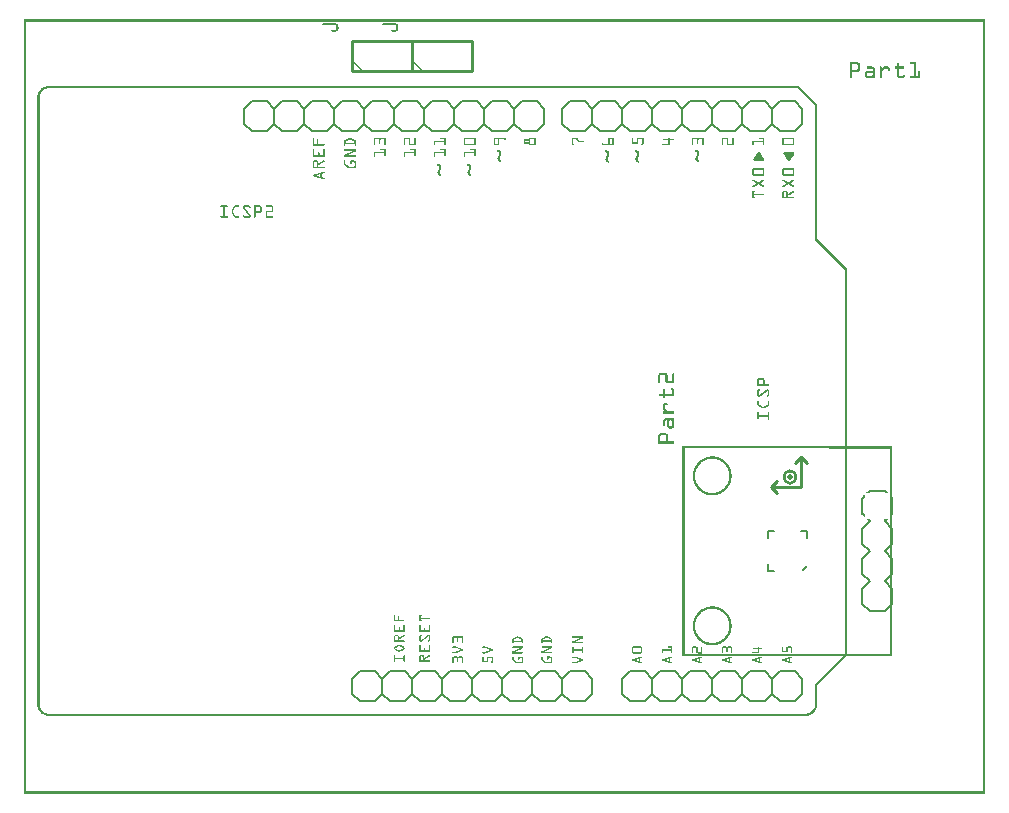
<source format=gto>
G04 MADE WITH FRITZING*
G04 WWW.FRITZING.ORG*
G04 DOUBLE SIDED*
G04 HOLES PLATED*
G04 CONTOUR ON CENTER OF CONTOUR VECTOR*
%ASAXBY*%
%FSLAX23Y23*%
%MOIN*%
%OFA0B0*%
%SFA1.0B1.0*%
%ADD10C,0.051228X0.0312284*%
%ADD11C,0.020000X0*%
%ADD12C,0.006000*%
%ADD13C,0.010000*%
%ADD14C,0.008000*%
%ADD15R,0.001000X0.001000*%
%LNSILK1*%
G90*
G70*
G54D10*
X2554Y1057D03*
G54D11*
X2554Y1057D03*
G54D12*
X2319Y409D02*
X2369Y409D01*
D02*
X2369Y409D02*
X2394Y384D01*
D02*
X2394Y384D02*
X2394Y334D01*
D02*
X2394Y334D02*
X2369Y309D01*
D02*
X2394Y384D02*
X2419Y409D01*
D02*
X2419Y409D02*
X2469Y409D01*
D02*
X2469Y409D02*
X2494Y384D01*
D02*
X2494Y384D02*
X2494Y334D01*
D02*
X2494Y334D02*
X2469Y309D01*
D02*
X2469Y309D02*
X2419Y309D01*
D02*
X2419Y309D02*
X2394Y334D01*
D02*
X2194Y384D02*
X2219Y409D01*
D02*
X2219Y409D02*
X2269Y409D01*
D02*
X2269Y409D02*
X2294Y384D01*
D02*
X2294Y384D02*
X2294Y334D01*
D02*
X2294Y334D02*
X2269Y309D01*
D02*
X2269Y309D02*
X2219Y309D01*
D02*
X2219Y309D02*
X2194Y334D01*
D02*
X2319Y409D02*
X2294Y384D01*
D02*
X2294Y334D02*
X2319Y309D01*
D02*
X2369Y309D02*
X2319Y309D01*
D02*
X2019Y409D02*
X2069Y409D01*
D02*
X2069Y409D02*
X2094Y384D01*
D02*
X2094Y384D02*
X2094Y334D01*
D02*
X2094Y334D02*
X2069Y309D01*
D02*
X2094Y384D02*
X2119Y409D01*
D02*
X2119Y409D02*
X2169Y409D01*
D02*
X2169Y409D02*
X2194Y384D01*
D02*
X2194Y384D02*
X2194Y334D01*
D02*
X2194Y334D02*
X2169Y309D01*
D02*
X2169Y309D02*
X2119Y309D01*
D02*
X2119Y309D02*
X2094Y334D01*
D02*
X1994Y384D02*
X1994Y334D01*
D02*
X2019Y409D02*
X1994Y384D01*
D02*
X1994Y334D02*
X2019Y309D01*
D02*
X2069Y309D02*
X2019Y309D01*
D02*
X2519Y409D02*
X2569Y409D01*
D02*
X2569Y409D02*
X2594Y384D01*
D02*
X2594Y384D02*
X2594Y334D01*
D02*
X2594Y334D02*
X2569Y309D01*
D02*
X2519Y409D02*
X2494Y384D01*
D02*
X2494Y334D02*
X2519Y309D01*
D02*
X2569Y309D02*
X2519Y309D01*
D02*
X909Y2209D02*
X859Y2209D01*
D02*
X1109Y2209D02*
X1059Y2209D01*
D02*
X1009Y2209D02*
X959Y2209D01*
D02*
X1209Y2209D02*
X1159Y2209D01*
D02*
X1409Y2209D02*
X1359Y2209D01*
D02*
X1309Y2209D02*
X1259Y2209D01*
D02*
X1509Y2209D02*
X1459Y2209D01*
D02*
X1709Y2209D02*
X1659Y2209D01*
D02*
X1609Y2209D02*
X1559Y2209D01*
D02*
X809Y2209D02*
X759Y2209D01*
D02*
X934Y2234D02*
X909Y2209D01*
D02*
X859Y2209D02*
X834Y2234D01*
D02*
X834Y2234D02*
X834Y2284D01*
D02*
X834Y2284D02*
X859Y2309D01*
D02*
X859Y2309D02*
X909Y2309D01*
D02*
X909Y2309D02*
X934Y2284D01*
D02*
X1059Y2209D02*
X1034Y2234D01*
D02*
X1034Y2234D02*
X1034Y2284D01*
D02*
X1034Y2284D02*
X1059Y2309D01*
D02*
X1034Y2234D02*
X1009Y2209D01*
D02*
X959Y2209D02*
X934Y2234D01*
D02*
X934Y2234D02*
X934Y2284D01*
D02*
X934Y2284D02*
X959Y2309D01*
D02*
X959Y2309D02*
X1009Y2309D01*
D02*
X1009Y2309D02*
X1034Y2284D01*
D02*
X1234Y2234D02*
X1209Y2209D01*
D02*
X1159Y2209D02*
X1134Y2234D01*
D02*
X1134Y2234D02*
X1134Y2284D01*
D02*
X1134Y2284D02*
X1159Y2309D01*
D02*
X1159Y2309D02*
X1209Y2309D01*
D02*
X1209Y2309D02*
X1234Y2284D01*
D02*
X1109Y2209D02*
X1134Y2234D01*
D02*
X1134Y2284D02*
X1109Y2309D01*
D02*
X1059Y2309D02*
X1109Y2309D01*
D02*
X1359Y2209D02*
X1334Y2234D01*
D02*
X1334Y2234D02*
X1334Y2284D01*
D02*
X1334Y2284D02*
X1359Y2309D01*
D02*
X1334Y2234D02*
X1309Y2209D01*
D02*
X1259Y2209D02*
X1234Y2234D01*
D02*
X1234Y2234D02*
X1234Y2284D01*
D02*
X1234Y2284D02*
X1259Y2309D01*
D02*
X1259Y2309D02*
X1309Y2309D01*
D02*
X1309Y2309D02*
X1334Y2284D01*
D02*
X1534Y2234D02*
X1509Y2209D01*
D02*
X1459Y2209D02*
X1434Y2234D01*
D02*
X1434Y2234D02*
X1434Y2284D01*
D02*
X1434Y2284D02*
X1459Y2309D01*
D02*
X1459Y2309D02*
X1509Y2309D01*
D02*
X1509Y2309D02*
X1534Y2284D01*
D02*
X1409Y2209D02*
X1434Y2234D01*
D02*
X1434Y2284D02*
X1409Y2309D01*
D02*
X1359Y2309D02*
X1409Y2309D01*
D02*
X1659Y2209D02*
X1634Y2234D01*
D02*
X1634Y2234D02*
X1634Y2284D01*
D02*
X1634Y2284D02*
X1659Y2309D01*
D02*
X1634Y2234D02*
X1609Y2209D01*
D02*
X1559Y2209D02*
X1534Y2234D01*
D02*
X1534Y2234D02*
X1534Y2284D01*
D02*
X1534Y2284D02*
X1559Y2309D01*
D02*
X1559Y2309D02*
X1609Y2309D01*
D02*
X1609Y2309D02*
X1634Y2284D01*
D02*
X1734Y2234D02*
X1734Y2284D01*
D02*
X1709Y2209D02*
X1734Y2234D01*
D02*
X1734Y2284D02*
X1709Y2309D01*
D02*
X1659Y2309D02*
X1709Y2309D01*
D02*
X759Y2209D02*
X734Y2234D01*
D02*
X734Y2234D02*
X734Y2284D01*
D02*
X734Y2284D02*
X759Y2309D01*
D02*
X809Y2209D02*
X834Y2234D01*
D02*
X834Y2284D02*
X809Y2309D01*
D02*
X759Y2309D02*
X809Y2309D01*
D02*
X1969Y2209D02*
X1919Y2209D01*
D02*
X1919Y2209D02*
X1894Y2234D01*
D02*
X1894Y2234D02*
X1894Y2284D01*
D02*
X1894Y2284D02*
X1919Y2309D01*
D02*
X2094Y2234D02*
X2069Y2209D01*
D02*
X2069Y2209D02*
X2019Y2209D01*
D02*
X2019Y2209D02*
X1994Y2234D01*
D02*
X1994Y2234D02*
X1994Y2284D01*
D02*
X1994Y2284D02*
X2019Y2309D01*
D02*
X2019Y2309D02*
X2069Y2309D01*
D02*
X2069Y2309D02*
X2094Y2284D01*
D02*
X1969Y2209D02*
X1994Y2234D01*
D02*
X1994Y2284D02*
X1969Y2309D01*
D02*
X1919Y2309D02*
X1969Y2309D01*
D02*
X2269Y2209D02*
X2219Y2209D01*
D02*
X2219Y2209D02*
X2194Y2234D01*
D02*
X2194Y2234D02*
X2194Y2284D01*
D02*
X2194Y2284D02*
X2219Y2309D01*
D02*
X2194Y2234D02*
X2169Y2209D01*
D02*
X2169Y2209D02*
X2119Y2209D01*
D02*
X2119Y2209D02*
X2094Y2234D01*
D02*
X2094Y2234D02*
X2094Y2284D01*
D02*
X2094Y2284D02*
X2119Y2309D01*
D02*
X2119Y2309D02*
X2169Y2309D01*
D02*
X2169Y2309D02*
X2194Y2284D01*
D02*
X2394Y2234D02*
X2369Y2209D01*
D02*
X2369Y2209D02*
X2319Y2209D01*
D02*
X2319Y2209D02*
X2294Y2234D01*
D02*
X2294Y2234D02*
X2294Y2284D01*
D02*
X2294Y2284D02*
X2319Y2309D01*
D02*
X2319Y2309D02*
X2369Y2309D01*
D02*
X2369Y2309D02*
X2394Y2284D01*
D02*
X2269Y2209D02*
X2294Y2234D01*
D02*
X2294Y2284D02*
X2269Y2309D01*
D02*
X2219Y2309D02*
X2269Y2309D01*
D02*
X2569Y2209D02*
X2519Y2209D01*
D02*
X2519Y2209D02*
X2494Y2234D01*
D02*
X2494Y2234D02*
X2494Y2284D01*
D02*
X2494Y2284D02*
X2519Y2309D01*
D02*
X2494Y2234D02*
X2469Y2209D01*
D02*
X2469Y2209D02*
X2419Y2209D01*
D02*
X2419Y2209D02*
X2394Y2234D01*
D02*
X2394Y2234D02*
X2394Y2284D01*
D02*
X2394Y2284D02*
X2419Y2309D01*
D02*
X2419Y2309D02*
X2469Y2309D01*
D02*
X2469Y2309D02*
X2494Y2284D01*
D02*
X2594Y2234D02*
X2594Y2284D01*
D02*
X2569Y2209D02*
X2594Y2234D01*
D02*
X2594Y2284D02*
X2569Y2309D01*
D02*
X2519Y2309D02*
X2569Y2309D01*
D02*
X1869Y2209D02*
X1819Y2209D01*
D02*
X1819Y2209D02*
X1794Y2234D01*
D02*
X1794Y2234D02*
X1794Y2284D01*
D02*
X1794Y2284D02*
X1819Y2309D01*
D02*
X1869Y2209D02*
X1894Y2234D01*
D02*
X1894Y2284D02*
X1869Y2309D01*
D02*
X1819Y2309D02*
X1869Y2309D01*
D02*
X1719Y409D02*
X1769Y409D01*
D02*
X1769Y409D02*
X1794Y384D01*
D02*
X1794Y384D02*
X1794Y334D01*
D02*
X1794Y334D02*
X1769Y309D01*
D02*
X1594Y384D02*
X1619Y409D01*
D02*
X1619Y409D02*
X1669Y409D01*
D02*
X1669Y409D02*
X1694Y384D01*
D02*
X1694Y384D02*
X1694Y334D01*
D02*
X1694Y334D02*
X1669Y309D01*
D02*
X1669Y309D02*
X1619Y309D01*
D02*
X1619Y309D02*
X1594Y334D01*
D02*
X1719Y409D02*
X1694Y384D01*
D02*
X1694Y334D02*
X1719Y309D01*
D02*
X1769Y309D02*
X1719Y309D01*
D02*
X1419Y409D02*
X1469Y409D01*
D02*
X1469Y409D02*
X1494Y384D01*
D02*
X1494Y384D02*
X1494Y334D01*
D02*
X1494Y334D02*
X1469Y309D01*
D02*
X1494Y384D02*
X1519Y409D01*
D02*
X1519Y409D02*
X1569Y409D01*
D02*
X1569Y409D02*
X1594Y384D01*
D02*
X1594Y384D02*
X1594Y334D01*
D02*
X1594Y334D02*
X1569Y309D01*
D02*
X1569Y309D02*
X1519Y309D01*
D02*
X1519Y309D02*
X1494Y334D01*
D02*
X1294Y384D02*
X1319Y409D01*
D02*
X1319Y409D02*
X1369Y409D01*
D02*
X1369Y409D02*
X1394Y384D01*
D02*
X1394Y384D02*
X1394Y334D01*
D02*
X1394Y334D02*
X1369Y309D01*
D02*
X1369Y309D02*
X1319Y309D01*
D02*
X1319Y309D02*
X1294Y334D01*
D02*
X1419Y409D02*
X1394Y384D01*
D02*
X1394Y334D02*
X1419Y309D01*
D02*
X1469Y309D02*
X1419Y309D01*
D02*
X1119Y409D02*
X1169Y409D01*
D02*
X1169Y409D02*
X1194Y384D01*
D02*
X1194Y384D02*
X1194Y334D01*
D02*
X1194Y334D02*
X1169Y309D01*
D02*
X1194Y384D02*
X1219Y409D01*
D02*
X1219Y409D02*
X1269Y409D01*
D02*
X1269Y409D02*
X1294Y384D01*
D02*
X1294Y384D02*
X1294Y334D01*
D02*
X1294Y334D02*
X1269Y309D01*
D02*
X1269Y309D02*
X1219Y309D01*
D02*
X1219Y309D02*
X1194Y334D01*
D02*
X1094Y384D02*
X1094Y334D01*
D02*
X1119Y409D02*
X1094Y384D01*
D02*
X1094Y334D02*
X1119Y309D01*
D02*
X1169Y309D02*
X1119Y309D01*
D02*
X1819Y409D02*
X1869Y409D01*
D02*
X1869Y409D02*
X1894Y384D01*
D02*
X1894Y384D02*
X1894Y334D01*
D02*
X1894Y334D02*
X1869Y309D01*
D02*
X1819Y409D02*
X1794Y384D01*
D02*
X1794Y334D02*
X1819Y309D01*
D02*
X1869Y309D02*
X1819Y309D01*
G54D13*
D02*
X1294Y2409D02*
X1494Y2409D01*
D02*
X1494Y2409D02*
X1494Y2509D01*
D02*
X1494Y2509D02*
X1294Y2509D01*
D02*
X1294Y2509D02*
X1294Y2409D01*
D02*
X1094Y2409D02*
X1294Y2409D01*
D02*
X1294Y2409D02*
X1294Y2509D01*
D02*
X1294Y2509D02*
X1094Y2509D01*
D02*
X1094Y2509D02*
X1094Y2409D01*
D02*
X2589Y1022D02*
X2589Y1122D01*
D02*
X2589Y1122D02*
X2609Y1102D01*
D02*
X2589Y1122D02*
X2569Y1102D01*
D02*
X2589Y1022D02*
X2489Y1022D01*
D02*
X2489Y1022D02*
X2509Y1002D01*
D02*
X2489Y1022D02*
X2509Y1042D01*
G54D14*
D02*
X2894Y684D02*
X2894Y634D01*
D02*
X2894Y634D02*
X2869Y609D01*
D02*
X2819Y609D02*
X2794Y634D01*
D02*
X2869Y809D02*
X2894Y784D01*
D02*
X2894Y784D02*
X2894Y734D01*
D02*
X2894Y734D02*
X2869Y709D01*
D02*
X2819Y709D02*
X2794Y734D01*
D02*
X2794Y734D02*
X2794Y784D01*
D02*
X2794Y784D02*
X2819Y809D01*
D02*
X2894Y684D02*
X2869Y709D01*
D02*
X2819Y709D02*
X2794Y684D01*
D02*
X2794Y634D02*
X2794Y684D01*
D02*
X2894Y984D02*
X2894Y934D01*
D02*
X2869Y909D02*
X2894Y884D01*
D02*
X2894Y884D02*
X2894Y834D01*
D02*
X2894Y834D02*
X2869Y809D01*
D02*
X2819Y809D02*
X2794Y834D01*
D02*
X2794Y834D02*
X2794Y884D01*
D02*
X2794Y884D02*
X2819Y909D01*
D02*
X2869Y1009D02*
X2819Y1009D01*
D02*
X2794Y934D02*
X2794Y984D01*
D02*
X2869Y609D02*
X2819Y609D01*
D02*
X2611Y876D02*
X2611Y853D01*
D02*
X2611Y876D02*
X2588Y876D01*
D02*
X2501Y876D02*
X2478Y876D01*
D02*
X2478Y876D02*
X2478Y853D01*
D02*
X2478Y766D02*
X2478Y742D01*
D02*
X2478Y742D02*
X2501Y742D01*
D02*
X2595Y745D02*
X2609Y760D01*
G54D15*
X0Y2581D02*
X3202Y2581D01*
X0Y2580D02*
X3202Y2580D01*
X0Y2579D02*
X3202Y2579D01*
X0Y2578D02*
X3202Y2578D01*
X0Y2577D02*
X3202Y2577D01*
X0Y2576D02*
X3202Y2576D01*
X0Y2575D02*
X3202Y2575D01*
X0Y2574D02*
X3202Y2574D01*
X0Y2573D02*
X7Y2573D01*
X3195Y2573D02*
X3202Y2573D01*
X0Y2572D02*
X7Y2572D01*
X3195Y2572D02*
X3202Y2572D01*
X0Y2571D02*
X7Y2571D01*
X3195Y2571D02*
X3202Y2571D01*
X0Y2570D02*
X7Y2570D01*
X3195Y2570D02*
X3202Y2570D01*
X0Y2569D02*
X7Y2569D01*
X3195Y2569D02*
X3202Y2569D01*
X0Y2568D02*
X7Y2568D01*
X997Y2568D02*
X1039Y2568D01*
X1197Y2568D02*
X1239Y2568D01*
X3195Y2568D02*
X3202Y2568D01*
X0Y2567D02*
X7Y2567D01*
X995Y2567D02*
X1042Y2567D01*
X1195Y2567D02*
X1242Y2567D01*
X3195Y2567D02*
X3202Y2567D01*
X0Y2566D02*
X7Y2566D01*
X995Y2566D02*
X1043Y2566D01*
X1195Y2566D02*
X1243Y2566D01*
X3195Y2566D02*
X3202Y2566D01*
X0Y2565D02*
X7Y2565D01*
X994Y2565D02*
X1044Y2565D01*
X1194Y2565D02*
X1244Y2565D01*
X3195Y2565D02*
X3202Y2565D01*
X0Y2564D02*
X7Y2564D01*
X994Y2564D02*
X1045Y2564D01*
X1194Y2564D02*
X1245Y2564D01*
X3195Y2564D02*
X3202Y2564D01*
X0Y2563D02*
X7Y2563D01*
X995Y2563D02*
X1046Y2563D01*
X1195Y2563D02*
X1246Y2563D01*
X3195Y2563D02*
X3202Y2563D01*
X0Y2562D02*
X7Y2562D01*
X996Y2562D02*
X1047Y2562D01*
X1196Y2562D02*
X1247Y2562D01*
X3195Y2562D02*
X3202Y2562D01*
X0Y2561D02*
X7Y2561D01*
X1039Y2561D02*
X1047Y2561D01*
X1239Y2561D02*
X1247Y2561D01*
X3195Y2561D02*
X3202Y2561D01*
X0Y2560D02*
X7Y2560D01*
X1041Y2560D02*
X1047Y2560D01*
X1241Y2560D02*
X1247Y2560D01*
X3195Y2560D02*
X3202Y2560D01*
X0Y2559D02*
X7Y2559D01*
X1041Y2559D02*
X1047Y2559D01*
X1241Y2559D02*
X1247Y2559D01*
X3195Y2559D02*
X3202Y2559D01*
X0Y2558D02*
X7Y2558D01*
X1041Y2558D02*
X1047Y2558D01*
X1241Y2558D02*
X1247Y2558D01*
X3195Y2558D02*
X3202Y2558D01*
X0Y2557D02*
X7Y2557D01*
X1041Y2557D02*
X1048Y2557D01*
X1241Y2557D02*
X1247Y2557D01*
X3195Y2557D02*
X3202Y2557D01*
X0Y2556D02*
X7Y2556D01*
X1041Y2556D02*
X1048Y2556D01*
X1241Y2556D02*
X1247Y2556D01*
X3195Y2556D02*
X3202Y2556D01*
X0Y2555D02*
X7Y2555D01*
X1041Y2555D02*
X1048Y2555D01*
X1241Y2555D02*
X1247Y2555D01*
X3195Y2555D02*
X3202Y2555D01*
X0Y2554D02*
X7Y2554D01*
X1041Y2554D02*
X1048Y2554D01*
X1241Y2554D02*
X1247Y2554D01*
X3195Y2554D02*
X3202Y2554D01*
X0Y2553D02*
X7Y2553D01*
X1041Y2553D02*
X1048Y2553D01*
X1241Y2553D02*
X1247Y2553D01*
X3195Y2553D02*
X3202Y2553D01*
X0Y2552D02*
X7Y2552D01*
X1041Y2552D02*
X1048Y2552D01*
X1241Y2552D02*
X1247Y2552D01*
X3195Y2552D02*
X3202Y2552D01*
X0Y2551D02*
X7Y2551D01*
X1041Y2551D02*
X1048Y2551D01*
X1241Y2551D02*
X1247Y2551D01*
X3195Y2551D02*
X3202Y2551D01*
X0Y2550D02*
X7Y2550D01*
X1041Y2550D02*
X1047Y2550D01*
X1241Y2550D02*
X1247Y2550D01*
X3195Y2550D02*
X3202Y2550D01*
X0Y2549D02*
X7Y2549D01*
X1041Y2549D02*
X1047Y2549D01*
X1241Y2549D02*
X1247Y2549D01*
X3195Y2549D02*
X3202Y2549D01*
X0Y2548D02*
X7Y2548D01*
X1040Y2548D02*
X1047Y2548D01*
X1240Y2548D02*
X1247Y2548D01*
X3195Y2548D02*
X3202Y2548D01*
X0Y2547D02*
X7Y2547D01*
X1026Y2547D02*
X1047Y2547D01*
X1225Y2547D02*
X1247Y2547D01*
X3195Y2547D02*
X3202Y2547D01*
X0Y2546D02*
X7Y2546D01*
X1024Y2546D02*
X1046Y2546D01*
X1224Y2546D02*
X1246Y2546D01*
X3195Y2546D02*
X3202Y2546D01*
X0Y2545D02*
X7Y2545D01*
X1024Y2545D02*
X1046Y2545D01*
X1224Y2545D02*
X1245Y2545D01*
X3195Y2545D02*
X3202Y2545D01*
X0Y2544D02*
X7Y2544D01*
X1024Y2544D02*
X1045Y2544D01*
X1224Y2544D02*
X1245Y2544D01*
X3195Y2544D02*
X3202Y2544D01*
X0Y2543D02*
X7Y2543D01*
X1024Y2543D02*
X1044Y2543D01*
X1224Y2543D02*
X1244Y2543D01*
X3195Y2543D02*
X3202Y2543D01*
X0Y2542D02*
X7Y2542D01*
X1025Y2542D02*
X1042Y2542D01*
X1225Y2542D02*
X1242Y2542D01*
X3195Y2542D02*
X3202Y2542D01*
X0Y2541D02*
X7Y2541D01*
X1026Y2541D02*
X1040Y2541D01*
X1226Y2541D02*
X1240Y2541D01*
X3195Y2541D02*
X3202Y2541D01*
X0Y2540D02*
X7Y2540D01*
X3195Y2540D02*
X3202Y2540D01*
X0Y2539D02*
X7Y2539D01*
X3195Y2539D02*
X3202Y2539D01*
X0Y2538D02*
X7Y2538D01*
X3195Y2538D02*
X3202Y2538D01*
X0Y2537D02*
X7Y2537D01*
X3195Y2537D02*
X3202Y2537D01*
X0Y2536D02*
X7Y2536D01*
X3195Y2536D02*
X3202Y2536D01*
X0Y2535D02*
X7Y2535D01*
X3195Y2535D02*
X3202Y2535D01*
X0Y2534D02*
X7Y2534D01*
X3195Y2534D02*
X3202Y2534D01*
X0Y2533D02*
X7Y2533D01*
X3195Y2533D02*
X3202Y2533D01*
X0Y2532D02*
X7Y2532D01*
X3195Y2532D02*
X3202Y2532D01*
X0Y2531D02*
X7Y2531D01*
X3195Y2531D02*
X3202Y2531D01*
X0Y2530D02*
X7Y2530D01*
X3195Y2530D02*
X3202Y2530D01*
X0Y2529D02*
X7Y2529D01*
X3195Y2529D02*
X3202Y2529D01*
X0Y2528D02*
X7Y2528D01*
X3195Y2528D02*
X3202Y2528D01*
X0Y2527D02*
X7Y2527D01*
X3195Y2527D02*
X3202Y2527D01*
X0Y2526D02*
X7Y2526D01*
X3195Y2526D02*
X3202Y2526D01*
X0Y2525D02*
X7Y2525D01*
X3195Y2525D02*
X3202Y2525D01*
X0Y2524D02*
X7Y2524D01*
X3195Y2524D02*
X3202Y2524D01*
X0Y2523D02*
X7Y2523D01*
X3195Y2523D02*
X3202Y2523D01*
X0Y2522D02*
X7Y2522D01*
X3195Y2522D02*
X3202Y2522D01*
X0Y2521D02*
X7Y2521D01*
X3195Y2521D02*
X3202Y2521D01*
X0Y2520D02*
X7Y2520D01*
X3195Y2520D02*
X3202Y2520D01*
X0Y2519D02*
X7Y2519D01*
X3195Y2519D02*
X3202Y2519D01*
X0Y2518D02*
X7Y2518D01*
X3195Y2518D02*
X3202Y2518D01*
X0Y2517D02*
X7Y2517D01*
X3195Y2517D02*
X3202Y2517D01*
X0Y2516D02*
X7Y2516D01*
X3195Y2516D02*
X3202Y2516D01*
X0Y2515D02*
X7Y2515D01*
X3195Y2515D02*
X3202Y2515D01*
X0Y2514D02*
X7Y2514D01*
X3195Y2514D02*
X3202Y2514D01*
X0Y2513D02*
X7Y2513D01*
X3195Y2513D02*
X3202Y2513D01*
X0Y2512D02*
X7Y2512D01*
X3195Y2512D02*
X3202Y2512D01*
X0Y2511D02*
X7Y2511D01*
X3195Y2511D02*
X3202Y2511D01*
X0Y2510D02*
X7Y2510D01*
X3195Y2510D02*
X3202Y2510D01*
X0Y2509D02*
X7Y2509D01*
X3195Y2509D02*
X3202Y2509D01*
X0Y2508D02*
X7Y2508D01*
X3195Y2508D02*
X3202Y2508D01*
X0Y2507D02*
X7Y2507D01*
X3195Y2507D02*
X3202Y2507D01*
X0Y2506D02*
X7Y2506D01*
X3195Y2506D02*
X3202Y2506D01*
X0Y2505D02*
X7Y2505D01*
X3195Y2505D02*
X3202Y2505D01*
X0Y2504D02*
X7Y2504D01*
X3195Y2504D02*
X3202Y2504D01*
X0Y2503D02*
X7Y2503D01*
X3195Y2503D02*
X3202Y2503D01*
X0Y2502D02*
X7Y2502D01*
X3195Y2502D02*
X3202Y2502D01*
X0Y2501D02*
X7Y2501D01*
X3195Y2501D02*
X3202Y2501D01*
X0Y2500D02*
X7Y2500D01*
X3195Y2500D02*
X3202Y2500D01*
X0Y2499D02*
X7Y2499D01*
X3195Y2499D02*
X3202Y2499D01*
X0Y2498D02*
X7Y2498D01*
X3195Y2498D02*
X3202Y2498D01*
X0Y2497D02*
X7Y2497D01*
X3195Y2497D02*
X3202Y2497D01*
X0Y2496D02*
X7Y2496D01*
X3195Y2496D02*
X3202Y2496D01*
X0Y2495D02*
X7Y2495D01*
X3195Y2495D02*
X3202Y2495D01*
X0Y2494D02*
X7Y2494D01*
X3195Y2494D02*
X3202Y2494D01*
X0Y2493D02*
X7Y2493D01*
X3195Y2493D02*
X3202Y2493D01*
X0Y2492D02*
X7Y2492D01*
X3195Y2492D02*
X3202Y2492D01*
X0Y2491D02*
X7Y2491D01*
X3195Y2491D02*
X3202Y2491D01*
X0Y2490D02*
X7Y2490D01*
X3195Y2490D02*
X3202Y2490D01*
X0Y2489D02*
X7Y2489D01*
X3195Y2489D02*
X3202Y2489D01*
X0Y2488D02*
X7Y2488D01*
X3195Y2488D02*
X3202Y2488D01*
X0Y2487D02*
X7Y2487D01*
X3195Y2487D02*
X3202Y2487D01*
X0Y2486D02*
X7Y2486D01*
X3195Y2486D02*
X3202Y2486D01*
X0Y2485D02*
X7Y2485D01*
X3195Y2485D02*
X3202Y2485D01*
X0Y2484D02*
X7Y2484D01*
X3195Y2484D02*
X3202Y2484D01*
X0Y2483D02*
X7Y2483D01*
X3195Y2483D02*
X3202Y2483D01*
X0Y2482D02*
X7Y2482D01*
X3195Y2482D02*
X3202Y2482D01*
X0Y2481D02*
X7Y2481D01*
X3195Y2481D02*
X3202Y2481D01*
X0Y2480D02*
X7Y2480D01*
X3195Y2480D02*
X3202Y2480D01*
X0Y2479D02*
X7Y2479D01*
X3195Y2479D02*
X3202Y2479D01*
X0Y2478D02*
X7Y2478D01*
X3195Y2478D02*
X3202Y2478D01*
X0Y2477D02*
X7Y2477D01*
X3195Y2477D02*
X3202Y2477D01*
X0Y2476D02*
X7Y2476D01*
X3195Y2476D02*
X3202Y2476D01*
X0Y2475D02*
X7Y2475D01*
X3195Y2475D02*
X3202Y2475D01*
X0Y2474D02*
X7Y2474D01*
X3195Y2474D02*
X3202Y2474D01*
X0Y2473D02*
X7Y2473D01*
X3195Y2473D02*
X3202Y2473D01*
X0Y2472D02*
X7Y2472D01*
X3195Y2472D02*
X3202Y2472D01*
X0Y2471D02*
X7Y2471D01*
X3195Y2471D02*
X3202Y2471D01*
X0Y2470D02*
X7Y2470D01*
X3195Y2470D02*
X3202Y2470D01*
X0Y2469D02*
X7Y2469D01*
X3195Y2469D02*
X3202Y2469D01*
X0Y2468D02*
X7Y2468D01*
X3195Y2468D02*
X3202Y2468D01*
X0Y2467D02*
X7Y2467D01*
X3195Y2467D02*
X3202Y2467D01*
X0Y2466D02*
X7Y2466D01*
X3195Y2466D02*
X3202Y2466D01*
X0Y2465D02*
X7Y2465D01*
X3195Y2465D02*
X3202Y2465D01*
X0Y2464D02*
X7Y2464D01*
X3195Y2464D02*
X3202Y2464D01*
X0Y2463D02*
X7Y2463D01*
X3195Y2463D02*
X3202Y2463D01*
X0Y2462D02*
X7Y2462D01*
X3195Y2462D02*
X3202Y2462D01*
X0Y2461D02*
X7Y2461D01*
X3195Y2461D02*
X3202Y2461D01*
X0Y2460D02*
X7Y2460D01*
X3195Y2460D02*
X3202Y2460D01*
X0Y2459D02*
X7Y2459D01*
X3195Y2459D02*
X3202Y2459D01*
X0Y2458D02*
X7Y2458D01*
X3195Y2458D02*
X3202Y2458D01*
X0Y2457D02*
X7Y2457D01*
X3195Y2457D02*
X3202Y2457D01*
X0Y2456D02*
X7Y2456D01*
X3195Y2456D02*
X3202Y2456D01*
X0Y2455D02*
X7Y2455D01*
X3195Y2455D02*
X3202Y2455D01*
X0Y2454D02*
X7Y2454D01*
X3195Y2454D02*
X3202Y2454D01*
X0Y2453D02*
X7Y2453D01*
X3195Y2453D02*
X3202Y2453D01*
X0Y2452D02*
X7Y2452D01*
X3195Y2452D02*
X3202Y2452D01*
X0Y2451D02*
X7Y2451D01*
X3195Y2451D02*
X3202Y2451D01*
X0Y2450D02*
X7Y2450D01*
X3195Y2450D02*
X3202Y2450D01*
X0Y2449D02*
X7Y2449D01*
X3195Y2449D02*
X3202Y2449D01*
X0Y2448D02*
X7Y2448D01*
X3195Y2448D02*
X3202Y2448D01*
X0Y2447D02*
X7Y2447D01*
X3195Y2447D02*
X3202Y2447D01*
X0Y2446D02*
X7Y2446D01*
X3195Y2446D02*
X3202Y2446D01*
X0Y2445D02*
X7Y2445D01*
X1095Y2445D02*
X1096Y2445D01*
X1295Y2445D02*
X1296Y2445D01*
X3195Y2445D02*
X3202Y2445D01*
X0Y2444D02*
X7Y2444D01*
X1094Y2444D02*
X1097Y2444D01*
X1294Y2444D02*
X1297Y2444D01*
X3195Y2444D02*
X3202Y2444D01*
X0Y2443D02*
X7Y2443D01*
X1093Y2443D02*
X1098Y2443D01*
X1293Y2443D02*
X1298Y2443D01*
X3195Y2443D02*
X3202Y2443D01*
X0Y2442D02*
X7Y2442D01*
X1093Y2442D02*
X1099Y2442D01*
X1293Y2442D02*
X1299Y2442D01*
X3195Y2442D02*
X3202Y2442D01*
X0Y2441D02*
X7Y2441D01*
X1094Y2441D02*
X1100Y2441D01*
X1294Y2441D02*
X1300Y2441D01*
X3195Y2441D02*
X3202Y2441D01*
X0Y2440D02*
X7Y2440D01*
X1095Y2440D02*
X1101Y2440D01*
X1295Y2440D02*
X1301Y2440D01*
X3195Y2440D02*
X3202Y2440D01*
X0Y2439D02*
X7Y2439D01*
X1096Y2439D02*
X1102Y2439D01*
X1296Y2439D02*
X1302Y2439D01*
X2752Y2439D02*
X2777Y2439D01*
X2955Y2439D02*
X2972Y2439D01*
X3195Y2439D02*
X3202Y2439D01*
X0Y2438D02*
X7Y2438D01*
X1097Y2438D02*
X1103Y2438D01*
X1297Y2438D02*
X1303Y2438D01*
X2752Y2438D02*
X2780Y2438D01*
X2954Y2438D02*
X2972Y2438D01*
X3195Y2438D02*
X3202Y2438D01*
X0Y2437D02*
X7Y2437D01*
X1098Y2437D02*
X1104Y2437D01*
X1298Y2437D02*
X1304Y2437D01*
X2752Y2437D02*
X2781Y2437D01*
X2953Y2437D02*
X2972Y2437D01*
X3195Y2437D02*
X3202Y2437D01*
X0Y2436D02*
X7Y2436D01*
X1099Y2436D02*
X1105Y2436D01*
X1299Y2436D02*
X1305Y2436D01*
X2752Y2436D02*
X2782Y2436D01*
X2912Y2436D02*
X2913Y2436D01*
X2953Y2436D02*
X2972Y2436D01*
X3195Y2436D02*
X3202Y2436D01*
X0Y2435D02*
X7Y2435D01*
X1100Y2435D02*
X1106Y2435D01*
X1300Y2435D02*
X1306Y2435D01*
X2752Y2435D02*
X2783Y2435D01*
X2910Y2435D02*
X2914Y2435D01*
X2953Y2435D02*
X2972Y2435D01*
X3195Y2435D02*
X3202Y2435D01*
X0Y2434D02*
X7Y2434D01*
X1101Y2434D02*
X1107Y2434D01*
X1301Y2434D02*
X1307Y2434D01*
X2752Y2434D02*
X2784Y2434D01*
X2910Y2434D02*
X2915Y2434D01*
X2953Y2434D02*
X2972Y2434D01*
X3195Y2434D02*
X3202Y2434D01*
X0Y2433D02*
X7Y2433D01*
X1102Y2433D02*
X1108Y2433D01*
X1302Y2433D02*
X1308Y2433D01*
X2752Y2433D02*
X2784Y2433D01*
X2909Y2433D02*
X2915Y2433D01*
X2954Y2433D02*
X2972Y2433D01*
X3195Y2433D02*
X3202Y2433D01*
X0Y2432D02*
X7Y2432D01*
X1103Y2432D02*
X1109Y2432D01*
X1303Y2432D02*
X1309Y2432D01*
X2752Y2432D02*
X2758Y2432D01*
X2777Y2432D02*
X2785Y2432D01*
X2909Y2432D02*
X2915Y2432D01*
X2966Y2432D02*
X2972Y2432D01*
X3195Y2432D02*
X3202Y2432D01*
X0Y2431D02*
X7Y2431D01*
X1104Y2431D02*
X1110Y2431D01*
X1304Y2431D02*
X1310Y2431D01*
X2752Y2431D02*
X2758Y2431D01*
X2778Y2431D02*
X2785Y2431D01*
X2909Y2431D02*
X2915Y2431D01*
X2966Y2431D02*
X2972Y2431D01*
X3195Y2431D02*
X3202Y2431D01*
X0Y2430D02*
X7Y2430D01*
X1105Y2430D02*
X1110Y2430D01*
X1305Y2430D02*
X1310Y2430D01*
X2752Y2430D02*
X2758Y2430D01*
X2779Y2430D02*
X2785Y2430D01*
X2909Y2430D02*
X2915Y2430D01*
X2966Y2430D02*
X2972Y2430D01*
X3195Y2430D02*
X3202Y2430D01*
X0Y2429D02*
X7Y2429D01*
X1106Y2429D02*
X1111Y2429D01*
X1306Y2429D02*
X1311Y2429D01*
X2752Y2429D02*
X2758Y2429D01*
X2779Y2429D02*
X2785Y2429D01*
X2909Y2429D02*
X2915Y2429D01*
X2966Y2429D02*
X2972Y2429D01*
X3195Y2429D02*
X3202Y2429D01*
X0Y2428D02*
X7Y2428D01*
X1107Y2428D02*
X1112Y2428D01*
X1307Y2428D02*
X1312Y2428D01*
X2752Y2428D02*
X2758Y2428D01*
X2779Y2428D02*
X2785Y2428D01*
X2909Y2428D02*
X2915Y2428D01*
X2966Y2428D02*
X2972Y2428D01*
X3195Y2428D02*
X3202Y2428D01*
X0Y2427D02*
X7Y2427D01*
X1108Y2427D02*
X1113Y2427D01*
X1308Y2427D02*
X1313Y2427D01*
X2752Y2427D02*
X2758Y2427D01*
X2779Y2427D02*
X2785Y2427D01*
X2909Y2427D02*
X2915Y2427D01*
X2966Y2427D02*
X2972Y2427D01*
X3195Y2427D02*
X3202Y2427D01*
X0Y2426D02*
X7Y2426D01*
X1109Y2426D02*
X1115Y2426D01*
X1309Y2426D02*
X1314Y2426D01*
X2752Y2426D02*
X2758Y2426D01*
X2779Y2426D02*
X2785Y2426D01*
X2909Y2426D02*
X2915Y2426D01*
X2966Y2426D02*
X2972Y2426D01*
X3195Y2426D02*
X3202Y2426D01*
X0Y2425D02*
X7Y2425D01*
X1110Y2425D02*
X1116Y2425D01*
X1310Y2425D02*
X1316Y2425D01*
X2752Y2425D02*
X2758Y2425D01*
X2779Y2425D02*
X2785Y2425D01*
X2909Y2425D02*
X2915Y2425D01*
X2966Y2425D02*
X2972Y2425D01*
X3195Y2425D02*
X3202Y2425D01*
X0Y2424D02*
X7Y2424D01*
X1111Y2424D02*
X1117Y2424D01*
X1311Y2424D02*
X1317Y2424D01*
X2752Y2424D02*
X2758Y2424D01*
X2779Y2424D02*
X2785Y2424D01*
X2811Y2424D02*
X2827Y2424D01*
X2854Y2424D02*
X2856Y2424D01*
X2868Y2424D02*
X2878Y2424D01*
X2904Y2424D02*
X2931Y2424D01*
X2966Y2424D02*
X2972Y2424D01*
X3195Y2424D02*
X3202Y2424D01*
X0Y2423D02*
X7Y2423D01*
X1112Y2423D02*
X1118Y2423D01*
X1312Y2423D02*
X1318Y2423D01*
X2752Y2423D02*
X2758Y2423D01*
X2779Y2423D02*
X2785Y2423D01*
X2810Y2423D02*
X2829Y2423D01*
X2853Y2423D02*
X2857Y2423D01*
X2866Y2423D02*
X2881Y2423D01*
X2903Y2423D02*
X2932Y2423D01*
X2966Y2423D02*
X2972Y2423D01*
X3195Y2423D02*
X3202Y2423D01*
X0Y2422D02*
X7Y2422D01*
X1113Y2422D02*
X1119Y2422D01*
X1313Y2422D02*
X1319Y2422D01*
X2752Y2422D02*
X2758Y2422D01*
X2779Y2422D02*
X2785Y2422D01*
X2809Y2422D02*
X2831Y2422D01*
X2852Y2422D02*
X2858Y2422D01*
X2865Y2422D02*
X2882Y2422D01*
X2903Y2422D02*
X2932Y2422D01*
X2966Y2422D02*
X2972Y2422D01*
X3195Y2422D02*
X3202Y2422D01*
X0Y2421D02*
X7Y2421D01*
X1114Y2421D02*
X1120Y2421D01*
X1314Y2421D02*
X1320Y2421D01*
X2752Y2421D02*
X2758Y2421D01*
X2779Y2421D02*
X2785Y2421D01*
X2809Y2421D02*
X2832Y2421D01*
X2852Y2421D02*
X2858Y2421D01*
X2864Y2421D02*
X2883Y2421D01*
X2902Y2421D02*
X2932Y2421D01*
X2966Y2421D02*
X2972Y2421D01*
X3195Y2421D02*
X3202Y2421D01*
X0Y2420D02*
X7Y2420D01*
X1115Y2420D02*
X1121Y2420D01*
X1315Y2420D02*
X1321Y2420D01*
X2752Y2420D02*
X2758Y2420D01*
X2779Y2420D02*
X2785Y2420D01*
X2809Y2420D02*
X2833Y2420D01*
X2852Y2420D02*
X2858Y2420D01*
X2863Y2420D02*
X2884Y2420D01*
X2903Y2420D02*
X2932Y2420D01*
X2966Y2420D02*
X2972Y2420D01*
X3195Y2420D02*
X3202Y2420D01*
X0Y2419D02*
X7Y2419D01*
X1116Y2419D02*
X1122Y2419D01*
X1316Y2419D02*
X1322Y2419D01*
X2752Y2419D02*
X2758Y2419D01*
X2779Y2419D02*
X2785Y2419D01*
X2809Y2419D02*
X2833Y2419D01*
X2852Y2419D02*
X2858Y2419D01*
X2862Y2419D02*
X2884Y2419D01*
X2903Y2419D02*
X2932Y2419D01*
X2966Y2419D02*
X2972Y2419D01*
X3195Y2419D02*
X3202Y2419D01*
X0Y2418D02*
X7Y2418D01*
X1117Y2418D02*
X1123Y2418D01*
X1317Y2418D02*
X1323Y2418D01*
X2752Y2418D02*
X2758Y2418D01*
X2779Y2418D02*
X2785Y2418D01*
X2811Y2418D02*
X2834Y2418D01*
X2852Y2418D02*
X2858Y2418D01*
X2861Y2418D02*
X2885Y2418D01*
X2904Y2418D02*
X2931Y2418D01*
X2966Y2418D02*
X2972Y2418D01*
X3195Y2418D02*
X3202Y2418D01*
X0Y2417D02*
X7Y2417D01*
X1118Y2417D02*
X1124Y2417D01*
X1318Y2417D02*
X1324Y2417D01*
X2752Y2417D02*
X2758Y2417D01*
X2779Y2417D02*
X2785Y2417D01*
X2827Y2417D02*
X2834Y2417D01*
X2852Y2417D02*
X2869Y2417D01*
X2878Y2417D02*
X2885Y2417D01*
X2909Y2417D02*
X2915Y2417D01*
X2966Y2417D02*
X2972Y2417D01*
X3195Y2417D02*
X3202Y2417D01*
X0Y2416D02*
X7Y2416D01*
X1119Y2416D02*
X1125Y2416D01*
X1319Y2416D02*
X1325Y2416D01*
X2752Y2416D02*
X2758Y2416D01*
X2779Y2416D02*
X2785Y2416D01*
X2828Y2416D02*
X2834Y2416D01*
X2852Y2416D02*
X2868Y2416D01*
X2879Y2416D02*
X2886Y2416D01*
X2909Y2416D02*
X2915Y2416D01*
X2966Y2416D02*
X2972Y2416D01*
X3195Y2416D02*
X3202Y2416D01*
X0Y2415D02*
X7Y2415D01*
X1120Y2415D02*
X1126Y2415D01*
X1320Y2415D02*
X1326Y2415D01*
X2752Y2415D02*
X2758Y2415D01*
X2779Y2415D02*
X2785Y2415D01*
X2828Y2415D02*
X2835Y2415D01*
X2852Y2415D02*
X2867Y2415D01*
X2880Y2415D02*
X2886Y2415D01*
X2909Y2415D02*
X2915Y2415D01*
X2966Y2415D02*
X2972Y2415D01*
X3195Y2415D02*
X3202Y2415D01*
X0Y2414D02*
X7Y2414D01*
X1121Y2414D02*
X1127Y2414D01*
X1321Y2414D02*
X1327Y2414D01*
X2752Y2414D02*
X2758Y2414D01*
X2778Y2414D02*
X2785Y2414D01*
X2829Y2414D02*
X2835Y2414D01*
X2852Y2414D02*
X2866Y2414D01*
X2880Y2414D02*
X2886Y2414D01*
X2909Y2414D02*
X2915Y2414D01*
X2966Y2414D02*
X2972Y2414D01*
X3195Y2414D02*
X3202Y2414D01*
X0Y2413D02*
X7Y2413D01*
X1122Y2413D02*
X1128Y2413D01*
X1322Y2413D02*
X1328Y2413D01*
X2752Y2413D02*
X2758Y2413D01*
X2777Y2413D02*
X2785Y2413D01*
X2829Y2413D02*
X2835Y2413D01*
X2852Y2413D02*
X2865Y2413D01*
X2880Y2413D02*
X2886Y2413D01*
X2909Y2413D02*
X2915Y2413D01*
X2966Y2413D02*
X2972Y2413D01*
X3195Y2413D02*
X3202Y2413D01*
X0Y2412D02*
X7Y2412D01*
X1123Y2412D02*
X1129Y2412D01*
X1323Y2412D02*
X1329Y2412D01*
X2752Y2412D02*
X2784Y2412D01*
X2829Y2412D02*
X2835Y2412D01*
X2852Y2412D02*
X2863Y2412D01*
X2880Y2412D02*
X2886Y2412D01*
X2909Y2412D02*
X2915Y2412D01*
X2966Y2412D02*
X2972Y2412D01*
X3195Y2412D02*
X3202Y2412D01*
X0Y2411D02*
X7Y2411D01*
X1124Y2411D02*
X1130Y2411D01*
X1324Y2411D02*
X1330Y2411D01*
X2752Y2411D02*
X2784Y2411D01*
X2829Y2411D02*
X2835Y2411D01*
X2852Y2411D02*
X2862Y2411D01*
X2880Y2411D02*
X2886Y2411D01*
X2909Y2411D02*
X2915Y2411D01*
X2966Y2411D02*
X2972Y2411D01*
X3195Y2411D02*
X3202Y2411D01*
X0Y2410D02*
X7Y2410D01*
X1125Y2410D02*
X1129Y2410D01*
X1325Y2410D02*
X1329Y2410D01*
X2752Y2410D02*
X2783Y2410D01*
X2829Y2410D02*
X2835Y2410D01*
X2852Y2410D02*
X2861Y2410D01*
X2880Y2410D02*
X2885Y2410D01*
X2909Y2410D02*
X2915Y2410D01*
X2966Y2410D02*
X2972Y2410D01*
X3195Y2410D02*
X3202Y2410D01*
X0Y2409D02*
X7Y2409D01*
X1126Y2409D02*
X1128Y2409D01*
X1326Y2409D02*
X1328Y2409D01*
X2752Y2409D02*
X2782Y2409D01*
X2809Y2409D02*
X2835Y2409D01*
X2852Y2409D02*
X2860Y2409D01*
X2882Y2409D02*
X2884Y2409D01*
X2909Y2409D02*
X2915Y2409D01*
X2966Y2409D02*
X2972Y2409D01*
X2982Y2409D02*
X2985Y2409D01*
X3195Y2409D02*
X3202Y2409D01*
X0Y2408D02*
X7Y2408D01*
X1127Y2408D02*
X1127Y2408D01*
X1327Y2408D02*
X1327Y2408D01*
X2752Y2408D02*
X2781Y2408D01*
X2807Y2408D02*
X2835Y2408D01*
X2852Y2408D02*
X2859Y2408D01*
X2909Y2408D02*
X2915Y2408D01*
X2966Y2408D02*
X2972Y2408D01*
X2981Y2408D02*
X2986Y2408D01*
X3195Y2408D02*
X3202Y2408D01*
X0Y2407D02*
X7Y2407D01*
X2752Y2407D02*
X2780Y2407D01*
X2805Y2407D02*
X2835Y2407D01*
X2852Y2407D02*
X2858Y2407D01*
X2909Y2407D02*
X2915Y2407D01*
X2966Y2407D02*
X2972Y2407D01*
X2980Y2407D02*
X2986Y2407D01*
X3195Y2407D02*
X3202Y2407D01*
X0Y2406D02*
X7Y2406D01*
X2752Y2406D02*
X2777Y2406D01*
X2804Y2406D02*
X2835Y2406D01*
X2852Y2406D02*
X2858Y2406D01*
X2909Y2406D02*
X2915Y2406D01*
X2966Y2406D02*
X2972Y2406D01*
X2980Y2406D02*
X2986Y2406D01*
X3195Y2406D02*
X3202Y2406D01*
X0Y2405D02*
X7Y2405D01*
X2752Y2405D02*
X2758Y2405D01*
X2804Y2405D02*
X2835Y2405D01*
X2852Y2405D02*
X2858Y2405D01*
X2909Y2405D02*
X2915Y2405D01*
X2966Y2405D02*
X2972Y2405D01*
X2980Y2405D02*
X2986Y2405D01*
X3195Y2405D02*
X3202Y2405D01*
X0Y2404D02*
X7Y2404D01*
X2752Y2404D02*
X2758Y2404D01*
X2803Y2404D02*
X2835Y2404D01*
X2852Y2404D02*
X2858Y2404D01*
X2909Y2404D02*
X2915Y2404D01*
X2966Y2404D02*
X2972Y2404D01*
X2980Y2404D02*
X2986Y2404D01*
X3195Y2404D02*
X3202Y2404D01*
X0Y2403D02*
X7Y2403D01*
X2752Y2403D02*
X2758Y2403D01*
X2803Y2403D02*
X2835Y2403D01*
X2852Y2403D02*
X2858Y2403D01*
X2909Y2403D02*
X2915Y2403D01*
X2966Y2403D02*
X2972Y2403D01*
X2980Y2403D02*
X2986Y2403D01*
X3195Y2403D02*
X3202Y2403D01*
X0Y2402D02*
X7Y2402D01*
X2752Y2402D02*
X2758Y2402D01*
X2802Y2402D02*
X2809Y2402D01*
X2828Y2402D02*
X2835Y2402D01*
X2852Y2402D02*
X2858Y2402D01*
X2909Y2402D02*
X2915Y2402D01*
X2966Y2402D02*
X2972Y2402D01*
X2980Y2402D02*
X2986Y2402D01*
X3195Y2402D02*
X3202Y2402D01*
X0Y2401D02*
X7Y2401D01*
X2752Y2401D02*
X2758Y2401D01*
X2802Y2401D02*
X2809Y2401D01*
X2829Y2401D02*
X2835Y2401D01*
X2852Y2401D02*
X2858Y2401D01*
X2909Y2401D02*
X2915Y2401D01*
X2966Y2401D02*
X2972Y2401D01*
X2980Y2401D02*
X2986Y2401D01*
X3195Y2401D02*
X3202Y2401D01*
X0Y2400D02*
X7Y2400D01*
X2752Y2400D02*
X2758Y2400D01*
X2802Y2400D02*
X2808Y2400D01*
X2829Y2400D02*
X2835Y2400D01*
X2852Y2400D02*
X2858Y2400D01*
X2909Y2400D02*
X2915Y2400D01*
X2966Y2400D02*
X2972Y2400D01*
X2980Y2400D02*
X2986Y2400D01*
X3195Y2400D02*
X3202Y2400D01*
X0Y2399D02*
X7Y2399D01*
X2752Y2399D02*
X2758Y2399D01*
X2802Y2399D02*
X2808Y2399D01*
X2829Y2399D02*
X2835Y2399D01*
X2852Y2399D02*
X2858Y2399D01*
X2909Y2399D02*
X2915Y2399D01*
X2966Y2399D02*
X2972Y2399D01*
X2980Y2399D02*
X2986Y2399D01*
X3195Y2399D02*
X3202Y2399D01*
X0Y2398D02*
X7Y2398D01*
X2752Y2398D02*
X2758Y2398D01*
X2802Y2398D02*
X2808Y2398D01*
X2829Y2398D02*
X2835Y2398D01*
X2852Y2398D02*
X2858Y2398D01*
X2909Y2398D02*
X2915Y2398D01*
X2966Y2398D02*
X2972Y2398D01*
X2980Y2398D02*
X2986Y2398D01*
X3195Y2398D02*
X3202Y2398D01*
X0Y2397D02*
X7Y2397D01*
X2752Y2397D02*
X2758Y2397D01*
X2802Y2397D02*
X2808Y2397D01*
X2829Y2397D02*
X2835Y2397D01*
X2852Y2397D02*
X2858Y2397D01*
X2909Y2397D02*
X2915Y2397D01*
X2931Y2397D02*
X2935Y2397D01*
X2966Y2397D02*
X2972Y2397D01*
X2980Y2397D02*
X2986Y2397D01*
X3195Y2397D02*
X3202Y2397D01*
X0Y2396D02*
X7Y2396D01*
X2752Y2396D02*
X2758Y2396D01*
X2802Y2396D02*
X2808Y2396D01*
X2828Y2396D02*
X2835Y2396D01*
X2852Y2396D02*
X2858Y2396D01*
X2909Y2396D02*
X2915Y2396D01*
X2930Y2396D02*
X2935Y2396D01*
X2966Y2396D02*
X2972Y2396D01*
X2980Y2396D02*
X2986Y2396D01*
X3195Y2396D02*
X3202Y2396D01*
X0Y2395D02*
X7Y2395D01*
X2752Y2395D02*
X2758Y2395D01*
X2802Y2395D02*
X2808Y2395D01*
X2827Y2395D02*
X2835Y2395D01*
X2852Y2395D02*
X2858Y2395D01*
X2909Y2395D02*
X2915Y2395D01*
X2930Y2395D02*
X2936Y2395D01*
X2966Y2395D02*
X2972Y2395D01*
X2980Y2395D02*
X2986Y2395D01*
X3195Y2395D02*
X3202Y2395D01*
X0Y2394D02*
X7Y2394D01*
X2752Y2394D02*
X2758Y2394D01*
X2802Y2394D02*
X2808Y2394D01*
X2825Y2394D02*
X2835Y2394D01*
X2852Y2394D02*
X2858Y2394D01*
X2909Y2394D02*
X2916Y2394D01*
X2930Y2394D02*
X2936Y2394D01*
X2966Y2394D02*
X2972Y2394D01*
X2980Y2394D02*
X2986Y2394D01*
X3195Y2394D02*
X3202Y2394D01*
X0Y2393D02*
X7Y2393D01*
X2752Y2393D02*
X2758Y2393D01*
X2802Y2393D02*
X2809Y2393D01*
X2823Y2393D02*
X2835Y2393D01*
X2852Y2393D02*
X2858Y2393D01*
X2910Y2393D02*
X2916Y2393D01*
X2929Y2393D02*
X2936Y2393D01*
X2966Y2393D02*
X2972Y2393D01*
X2980Y2393D02*
X2986Y2393D01*
X3195Y2393D02*
X3202Y2393D01*
X0Y2392D02*
X7Y2392D01*
X2752Y2392D02*
X2758Y2392D01*
X2803Y2392D02*
X2835Y2392D01*
X2852Y2392D02*
X2858Y2392D01*
X2910Y2392D02*
X2935Y2392D01*
X2956Y2392D02*
X2986Y2392D01*
X3195Y2392D02*
X3202Y2392D01*
X0Y2391D02*
X7Y2391D01*
X2752Y2391D02*
X2758Y2391D01*
X2803Y2391D02*
X2835Y2391D01*
X2852Y2391D02*
X2858Y2391D01*
X2910Y2391D02*
X2935Y2391D01*
X2954Y2391D02*
X2986Y2391D01*
X3195Y2391D02*
X3202Y2391D01*
X0Y2390D02*
X7Y2390D01*
X2752Y2390D02*
X2758Y2390D01*
X2804Y2390D02*
X2835Y2390D01*
X2852Y2390D02*
X2858Y2390D01*
X2911Y2390D02*
X2934Y2390D01*
X2953Y2390D02*
X2986Y2390D01*
X3195Y2390D02*
X3202Y2390D01*
X0Y2389D02*
X7Y2389D01*
X2752Y2389D02*
X2758Y2389D01*
X2804Y2389D02*
X2836Y2389D01*
X2852Y2389D02*
X2858Y2389D01*
X2912Y2389D02*
X2934Y2389D01*
X2953Y2389D02*
X2986Y2389D01*
X3195Y2389D02*
X3202Y2389D01*
X0Y2388D02*
X7Y2388D01*
X2752Y2388D02*
X2758Y2388D01*
X2805Y2388D02*
X2828Y2388D01*
X2830Y2388D02*
X2835Y2388D01*
X2852Y2388D02*
X2858Y2388D01*
X2912Y2388D02*
X2933Y2388D01*
X2953Y2388D02*
X2986Y2388D01*
X3195Y2388D02*
X3202Y2388D01*
X0Y2387D02*
X7Y2387D01*
X2752Y2387D02*
X2757Y2387D01*
X2806Y2387D02*
X2826Y2387D01*
X2830Y2387D02*
X2835Y2387D01*
X2853Y2387D02*
X2858Y2387D01*
X2914Y2387D02*
X2931Y2387D01*
X2953Y2387D02*
X2986Y2387D01*
X3195Y2387D02*
X3202Y2387D01*
X0Y2386D02*
X7Y2386D01*
X2753Y2386D02*
X2757Y2386D01*
X2808Y2386D02*
X2824Y2386D01*
X2831Y2386D02*
X2834Y2386D01*
X2853Y2386D02*
X2857Y2386D01*
X2915Y2386D02*
X2930Y2386D01*
X2954Y2386D02*
X2985Y2386D01*
X3195Y2386D02*
X3202Y2386D01*
X0Y2385D02*
X7Y2385D01*
X3195Y2385D02*
X3202Y2385D01*
X0Y2384D02*
X7Y2384D01*
X3195Y2384D02*
X3202Y2384D01*
X0Y2383D02*
X7Y2383D01*
X3195Y2383D02*
X3202Y2383D01*
X0Y2382D02*
X7Y2382D01*
X3195Y2382D02*
X3202Y2382D01*
X0Y2381D02*
X7Y2381D01*
X3195Y2381D02*
X3202Y2381D01*
X0Y2380D02*
X7Y2380D01*
X3195Y2380D02*
X3202Y2380D01*
X0Y2379D02*
X7Y2379D01*
X3195Y2379D02*
X3202Y2379D01*
X0Y2378D02*
X7Y2378D01*
X3195Y2378D02*
X3202Y2378D01*
X0Y2377D02*
X7Y2377D01*
X3195Y2377D02*
X3202Y2377D01*
X0Y2376D02*
X7Y2376D01*
X3195Y2376D02*
X3202Y2376D01*
X0Y2375D02*
X7Y2375D01*
X3195Y2375D02*
X3202Y2375D01*
X0Y2374D02*
X7Y2374D01*
X3195Y2374D02*
X3202Y2374D01*
X0Y2373D02*
X7Y2373D01*
X3195Y2373D02*
X3202Y2373D01*
X0Y2372D02*
X7Y2372D01*
X3195Y2372D02*
X3202Y2372D01*
X0Y2371D02*
X7Y2371D01*
X3195Y2371D02*
X3202Y2371D01*
X0Y2370D02*
X7Y2370D01*
X3195Y2370D02*
X3202Y2370D01*
X0Y2369D02*
X7Y2369D01*
X3195Y2369D02*
X3202Y2369D01*
X0Y2368D02*
X7Y2368D01*
X3195Y2368D02*
X3202Y2368D01*
X0Y2367D02*
X7Y2367D01*
X3195Y2367D02*
X3202Y2367D01*
X0Y2366D02*
X7Y2366D01*
X3195Y2366D02*
X3202Y2366D01*
X0Y2365D02*
X7Y2365D01*
X3195Y2365D02*
X3202Y2365D01*
X0Y2364D02*
X7Y2364D01*
X3195Y2364D02*
X3202Y2364D01*
X0Y2363D02*
X7Y2363D01*
X3195Y2363D02*
X3202Y2363D01*
X0Y2362D02*
X7Y2362D01*
X3195Y2362D02*
X3202Y2362D01*
X0Y2361D02*
X7Y2361D01*
X3195Y2361D02*
X3202Y2361D01*
X0Y2360D02*
X7Y2360D01*
X3195Y2360D02*
X3202Y2360D01*
X0Y2359D02*
X7Y2359D01*
X77Y2359D02*
X2581Y2359D01*
X3195Y2359D02*
X3202Y2359D01*
X0Y2358D02*
X7Y2358D01*
X72Y2358D02*
X2582Y2358D01*
X3195Y2358D02*
X3202Y2358D01*
X0Y2357D02*
X7Y2357D01*
X69Y2357D02*
X2583Y2357D01*
X3195Y2357D02*
X3202Y2357D01*
X0Y2356D02*
X7Y2356D01*
X67Y2356D02*
X2584Y2356D01*
X3195Y2356D02*
X3202Y2356D01*
X0Y2355D02*
X7Y2355D01*
X65Y2355D02*
X2585Y2355D01*
X3195Y2355D02*
X3202Y2355D01*
X0Y2354D02*
X7Y2354D01*
X63Y2354D02*
X2586Y2354D01*
X3195Y2354D02*
X3202Y2354D01*
X0Y2353D02*
X7Y2353D01*
X61Y2353D02*
X2587Y2353D01*
X3195Y2353D02*
X3202Y2353D01*
X0Y2352D02*
X7Y2352D01*
X60Y2352D02*
X2588Y2352D01*
X3195Y2352D02*
X3202Y2352D01*
X0Y2351D02*
X7Y2351D01*
X58Y2351D02*
X76Y2351D01*
X2579Y2351D02*
X2589Y2351D01*
X3195Y2351D02*
X3202Y2351D01*
X0Y2350D02*
X7Y2350D01*
X57Y2350D02*
X72Y2350D01*
X2580Y2350D02*
X2590Y2350D01*
X3195Y2350D02*
X3202Y2350D01*
X0Y2349D02*
X7Y2349D01*
X56Y2349D02*
X69Y2349D01*
X2581Y2349D02*
X2591Y2349D01*
X3195Y2349D02*
X3202Y2349D01*
X0Y2348D02*
X7Y2348D01*
X55Y2348D02*
X67Y2348D01*
X2582Y2348D02*
X2592Y2348D01*
X3195Y2348D02*
X3202Y2348D01*
X0Y2347D02*
X7Y2347D01*
X54Y2347D02*
X65Y2347D01*
X2583Y2347D02*
X2593Y2347D01*
X3195Y2347D02*
X3202Y2347D01*
X0Y2346D02*
X7Y2346D01*
X53Y2346D02*
X64Y2346D01*
X2584Y2346D02*
X2594Y2346D01*
X3195Y2346D02*
X3202Y2346D01*
X0Y2345D02*
X7Y2345D01*
X52Y2345D02*
X63Y2345D01*
X2585Y2345D02*
X2595Y2345D01*
X3195Y2345D02*
X3202Y2345D01*
X0Y2344D02*
X7Y2344D01*
X52Y2344D02*
X61Y2344D01*
X2586Y2344D02*
X2596Y2344D01*
X3195Y2344D02*
X3202Y2344D01*
X0Y2343D02*
X7Y2343D01*
X51Y2343D02*
X60Y2343D01*
X2587Y2343D02*
X2597Y2343D01*
X3195Y2343D02*
X3202Y2343D01*
X0Y2342D02*
X7Y2342D01*
X50Y2342D02*
X59Y2342D01*
X2588Y2342D02*
X2598Y2342D01*
X3195Y2342D02*
X3202Y2342D01*
X0Y2341D02*
X7Y2341D01*
X49Y2341D02*
X58Y2341D01*
X2589Y2341D02*
X2599Y2341D01*
X3195Y2341D02*
X3202Y2341D01*
X0Y2340D02*
X7Y2340D01*
X49Y2340D02*
X58Y2340D01*
X2590Y2340D02*
X2600Y2340D01*
X3195Y2340D02*
X3202Y2340D01*
X0Y2339D02*
X7Y2339D01*
X48Y2339D02*
X57Y2339D01*
X2591Y2339D02*
X2601Y2339D01*
X3195Y2339D02*
X3202Y2339D01*
X0Y2338D02*
X7Y2338D01*
X48Y2338D02*
X56Y2338D01*
X2592Y2338D02*
X2602Y2338D01*
X3195Y2338D02*
X3202Y2338D01*
X0Y2337D02*
X7Y2337D01*
X47Y2337D02*
X55Y2337D01*
X2593Y2337D02*
X2603Y2337D01*
X3195Y2337D02*
X3202Y2337D01*
X0Y2336D02*
X7Y2336D01*
X47Y2336D02*
X55Y2336D01*
X2594Y2336D02*
X2604Y2336D01*
X3195Y2336D02*
X3202Y2336D01*
X0Y2335D02*
X7Y2335D01*
X46Y2335D02*
X54Y2335D01*
X2595Y2335D02*
X2605Y2335D01*
X3195Y2335D02*
X3202Y2335D01*
X0Y2334D02*
X7Y2334D01*
X46Y2334D02*
X54Y2334D01*
X2596Y2334D02*
X2606Y2334D01*
X3195Y2334D02*
X3202Y2334D01*
X0Y2333D02*
X7Y2333D01*
X46Y2333D02*
X53Y2333D01*
X2597Y2333D02*
X2607Y2333D01*
X3195Y2333D02*
X3202Y2333D01*
X0Y2332D02*
X7Y2332D01*
X45Y2332D02*
X53Y2332D01*
X2598Y2332D02*
X2608Y2332D01*
X3195Y2332D02*
X3202Y2332D01*
X0Y2331D02*
X7Y2331D01*
X45Y2331D02*
X52Y2331D01*
X2599Y2331D02*
X2609Y2331D01*
X3195Y2331D02*
X3202Y2331D01*
X0Y2330D02*
X7Y2330D01*
X45Y2330D02*
X52Y2330D01*
X2600Y2330D02*
X2610Y2330D01*
X3195Y2330D02*
X3202Y2330D01*
X0Y2329D02*
X7Y2329D01*
X45Y2329D02*
X52Y2329D01*
X2601Y2329D02*
X2611Y2329D01*
X3195Y2329D02*
X3202Y2329D01*
X0Y2328D02*
X7Y2328D01*
X44Y2328D02*
X51Y2328D01*
X2602Y2328D02*
X2612Y2328D01*
X3195Y2328D02*
X3202Y2328D01*
X0Y2327D02*
X7Y2327D01*
X44Y2327D02*
X51Y2327D01*
X2603Y2327D02*
X2613Y2327D01*
X3195Y2327D02*
X3202Y2327D01*
X0Y2326D02*
X7Y2326D01*
X44Y2326D02*
X51Y2326D01*
X2604Y2326D02*
X2614Y2326D01*
X3195Y2326D02*
X3202Y2326D01*
X0Y2325D02*
X7Y2325D01*
X44Y2325D02*
X51Y2325D01*
X2605Y2325D02*
X2615Y2325D01*
X3195Y2325D02*
X3202Y2325D01*
X0Y2324D02*
X7Y2324D01*
X44Y2324D02*
X51Y2324D01*
X2606Y2324D02*
X2616Y2324D01*
X3195Y2324D02*
X3202Y2324D01*
X0Y2323D02*
X7Y2323D01*
X44Y2323D02*
X51Y2323D01*
X2607Y2323D02*
X2617Y2323D01*
X3195Y2323D02*
X3202Y2323D01*
X0Y2322D02*
X7Y2322D01*
X44Y2322D02*
X51Y2322D01*
X2608Y2322D02*
X2618Y2322D01*
X3195Y2322D02*
X3202Y2322D01*
X0Y2321D02*
X7Y2321D01*
X44Y2321D02*
X51Y2321D01*
X2609Y2321D02*
X2619Y2321D01*
X3195Y2321D02*
X3202Y2321D01*
X0Y2320D02*
X7Y2320D01*
X44Y2320D02*
X50Y2320D01*
X2610Y2320D02*
X2620Y2320D01*
X3195Y2320D02*
X3202Y2320D01*
X0Y2319D02*
X7Y2319D01*
X44Y2319D02*
X51Y2319D01*
X2611Y2319D02*
X2621Y2319D01*
X3195Y2319D02*
X3202Y2319D01*
X0Y2318D02*
X7Y2318D01*
X44Y2318D02*
X51Y2318D01*
X2612Y2318D02*
X2622Y2318D01*
X3195Y2318D02*
X3202Y2318D01*
X0Y2317D02*
X7Y2317D01*
X44Y2317D02*
X51Y2317D01*
X2613Y2317D02*
X2623Y2317D01*
X3195Y2317D02*
X3202Y2317D01*
X0Y2316D02*
X7Y2316D01*
X44Y2316D02*
X51Y2316D01*
X2614Y2316D02*
X2624Y2316D01*
X3195Y2316D02*
X3202Y2316D01*
X0Y2315D02*
X7Y2315D01*
X44Y2315D02*
X51Y2315D01*
X2615Y2315D02*
X2625Y2315D01*
X3195Y2315D02*
X3202Y2315D01*
X0Y2314D02*
X7Y2314D01*
X44Y2314D02*
X51Y2314D01*
X2616Y2314D02*
X2626Y2314D01*
X3195Y2314D02*
X3202Y2314D01*
X0Y2313D02*
X7Y2313D01*
X44Y2313D02*
X51Y2313D01*
X2617Y2313D02*
X2627Y2313D01*
X3195Y2313D02*
X3202Y2313D01*
X0Y2312D02*
X7Y2312D01*
X44Y2312D02*
X51Y2312D01*
X2618Y2312D02*
X2628Y2312D01*
X3195Y2312D02*
X3202Y2312D01*
X0Y2311D02*
X7Y2311D01*
X44Y2311D02*
X51Y2311D01*
X2619Y2311D02*
X2629Y2311D01*
X3195Y2311D02*
X3202Y2311D01*
X0Y2310D02*
X7Y2310D01*
X44Y2310D02*
X51Y2310D01*
X2620Y2310D02*
X2630Y2310D01*
X3195Y2310D02*
X3202Y2310D01*
X0Y2309D02*
X7Y2309D01*
X44Y2309D02*
X51Y2309D01*
X2621Y2309D02*
X2631Y2309D01*
X3195Y2309D02*
X3202Y2309D01*
X0Y2308D02*
X7Y2308D01*
X44Y2308D02*
X51Y2308D01*
X2622Y2308D02*
X2632Y2308D01*
X3195Y2308D02*
X3202Y2308D01*
X0Y2307D02*
X7Y2307D01*
X44Y2307D02*
X51Y2307D01*
X2623Y2307D02*
X2633Y2307D01*
X3195Y2307D02*
X3202Y2307D01*
X0Y2306D02*
X7Y2306D01*
X44Y2306D02*
X51Y2306D01*
X2624Y2306D02*
X2634Y2306D01*
X3195Y2306D02*
X3202Y2306D01*
X0Y2305D02*
X7Y2305D01*
X44Y2305D02*
X51Y2305D01*
X2625Y2305D02*
X2635Y2305D01*
X3195Y2305D02*
X3202Y2305D01*
X0Y2304D02*
X7Y2304D01*
X44Y2304D02*
X51Y2304D01*
X2626Y2304D02*
X2636Y2304D01*
X3195Y2304D02*
X3202Y2304D01*
X0Y2303D02*
X7Y2303D01*
X44Y2303D02*
X51Y2303D01*
X2627Y2303D02*
X2637Y2303D01*
X3195Y2303D02*
X3202Y2303D01*
X0Y2302D02*
X7Y2302D01*
X44Y2302D02*
X51Y2302D01*
X2628Y2302D02*
X2638Y2302D01*
X3195Y2302D02*
X3202Y2302D01*
X0Y2301D02*
X7Y2301D01*
X44Y2301D02*
X51Y2301D01*
X2629Y2301D02*
X2639Y2301D01*
X3195Y2301D02*
X3202Y2301D01*
X0Y2300D02*
X7Y2300D01*
X44Y2300D02*
X51Y2300D01*
X2630Y2300D02*
X2640Y2300D01*
X3195Y2300D02*
X3202Y2300D01*
X0Y2299D02*
X7Y2299D01*
X44Y2299D02*
X51Y2299D01*
X2631Y2299D02*
X2641Y2299D01*
X3195Y2299D02*
X3202Y2299D01*
X0Y2298D02*
X7Y2298D01*
X44Y2298D02*
X51Y2298D01*
X2632Y2298D02*
X2642Y2298D01*
X3195Y2298D02*
X3202Y2298D01*
X0Y2297D02*
X7Y2297D01*
X44Y2297D02*
X51Y2297D01*
X2633Y2297D02*
X2643Y2297D01*
X3195Y2297D02*
X3202Y2297D01*
X0Y2296D02*
X7Y2296D01*
X44Y2296D02*
X51Y2296D01*
X2634Y2296D02*
X2643Y2296D01*
X3195Y2296D02*
X3202Y2296D01*
X0Y2295D02*
X7Y2295D01*
X44Y2295D02*
X51Y2295D01*
X2635Y2295D02*
X2643Y2295D01*
X3195Y2295D02*
X3202Y2295D01*
X0Y2294D02*
X7Y2294D01*
X44Y2294D02*
X51Y2294D01*
X2636Y2294D02*
X2643Y2294D01*
X3195Y2294D02*
X3202Y2294D01*
X0Y2293D02*
X7Y2293D01*
X44Y2293D02*
X51Y2293D01*
X2636Y2293D02*
X2643Y2293D01*
X3195Y2293D02*
X3202Y2293D01*
X0Y2292D02*
X7Y2292D01*
X44Y2292D02*
X51Y2292D01*
X2636Y2292D02*
X2643Y2292D01*
X3195Y2292D02*
X3202Y2292D01*
X0Y2291D02*
X7Y2291D01*
X44Y2291D02*
X51Y2291D01*
X2636Y2291D02*
X2643Y2291D01*
X3195Y2291D02*
X3202Y2291D01*
X0Y2290D02*
X7Y2290D01*
X44Y2290D02*
X51Y2290D01*
X2636Y2290D02*
X2643Y2290D01*
X3195Y2290D02*
X3202Y2290D01*
X0Y2289D02*
X7Y2289D01*
X44Y2289D02*
X51Y2289D01*
X2636Y2289D02*
X2643Y2289D01*
X3195Y2289D02*
X3202Y2289D01*
X0Y2288D02*
X7Y2288D01*
X44Y2288D02*
X51Y2288D01*
X2636Y2288D02*
X2643Y2288D01*
X3195Y2288D02*
X3202Y2288D01*
X0Y2287D02*
X7Y2287D01*
X44Y2287D02*
X51Y2287D01*
X2636Y2287D02*
X2643Y2287D01*
X3195Y2287D02*
X3202Y2287D01*
X0Y2286D02*
X7Y2286D01*
X44Y2286D02*
X51Y2286D01*
X2636Y2286D02*
X2643Y2286D01*
X3195Y2286D02*
X3202Y2286D01*
X0Y2285D02*
X7Y2285D01*
X44Y2285D02*
X51Y2285D01*
X2636Y2285D02*
X2643Y2285D01*
X3195Y2285D02*
X3202Y2285D01*
X0Y2284D02*
X7Y2284D01*
X44Y2284D02*
X51Y2284D01*
X2636Y2284D02*
X2643Y2284D01*
X3195Y2284D02*
X3202Y2284D01*
X0Y2283D02*
X7Y2283D01*
X44Y2283D02*
X51Y2283D01*
X2636Y2283D02*
X2643Y2283D01*
X3195Y2283D02*
X3202Y2283D01*
X0Y2282D02*
X7Y2282D01*
X44Y2282D02*
X51Y2282D01*
X2636Y2282D02*
X2643Y2282D01*
X3195Y2282D02*
X3202Y2282D01*
X0Y2281D02*
X7Y2281D01*
X44Y2281D02*
X51Y2281D01*
X2636Y2281D02*
X2643Y2281D01*
X3195Y2281D02*
X3202Y2281D01*
X0Y2280D02*
X7Y2280D01*
X44Y2280D02*
X51Y2280D01*
X2636Y2280D02*
X2643Y2280D01*
X3195Y2280D02*
X3202Y2280D01*
X0Y2279D02*
X7Y2279D01*
X44Y2279D02*
X51Y2279D01*
X2636Y2279D02*
X2643Y2279D01*
X3195Y2279D02*
X3202Y2279D01*
X0Y2278D02*
X7Y2278D01*
X44Y2278D02*
X51Y2278D01*
X2636Y2278D02*
X2643Y2278D01*
X3195Y2278D02*
X3202Y2278D01*
X0Y2277D02*
X7Y2277D01*
X44Y2277D02*
X51Y2277D01*
X2636Y2277D02*
X2643Y2277D01*
X3195Y2277D02*
X3202Y2277D01*
X0Y2276D02*
X7Y2276D01*
X44Y2276D02*
X51Y2276D01*
X2636Y2276D02*
X2643Y2276D01*
X3195Y2276D02*
X3202Y2276D01*
X0Y2275D02*
X7Y2275D01*
X44Y2275D02*
X51Y2275D01*
X2636Y2275D02*
X2643Y2275D01*
X3195Y2275D02*
X3202Y2275D01*
X0Y2274D02*
X7Y2274D01*
X44Y2274D02*
X51Y2274D01*
X2636Y2274D02*
X2643Y2274D01*
X3195Y2274D02*
X3202Y2274D01*
X0Y2273D02*
X7Y2273D01*
X44Y2273D02*
X51Y2273D01*
X2636Y2273D02*
X2643Y2273D01*
X3195Y2273D02*
X3202Y2273D01*
X0Y2272D02*
X7Y2272D01*
X44Y2272D02*
X51Y2272D01*
X2636Y2272D02*
X2643Y2272D01*
X3195Y2272D02*
X3202Y2272D01*
X0Y2271D02*
X7Y2271D01*
X44Y2271D02*
X51Y2271D01*
X2636Y2271D02*
X2643Y2271D01*
X3195Y2271D02*
X3202Y2271D01*
X0Y2270D02*
X7Y2270D01*
X44Y2270D02*
X51Y2270D01*
X2636Y2270D02*
X2643Y2270D01*
X3195Y2270D02*
X3202Y2270D01*
X0Y2269D02*
X7Y2269D01*
X44Y2269D02*
X51Y2269D01*
X2636Y2269D02*
X2643Y2269D01*
X3195Y2269D02*
X3202Y2269D01*
X0Y2268D02*
X7Y2268D01*
X44Y2268D02*
X51Y2268D01*
X2636Y2268D02*
X2643Y2268D01*
X3195Y2268D02*
X3202Y2268D01*
X0Y2267D02*
X7Y2267D01*
X44Y2267D02*
X51Y2267D01*
X2636Y2267D02*
X2643Y2267D01*
X3195Y2267D02*
X3202Y2267D01*
X0Y2266D02*
X7Y2266D01*
X44Y2266D02*
X51Y2266D01*
X2636Y2266D02*
X2643Y2266D01*
X3195Y2266D02*
X3202Y2266D01*
X0Y2265D02*
X7Y2265D01*
X44Y2265D02*
X51Y2265D01*
X2636Y2265D02*
X2643Y2265D01*
X3195Y2265D02*
X3202Y2265D01*
X0Y2264D02*
X7Y2264D01*
X44Y2264D02*
X51Y2264D01*
X2636Y2264D02*
X2643Y2264D01*
X3195Y2264D02*
X3202Y2264D01*
X0Y2263D02*
X7Y2263D01*
X44Y2263D02*
X51Y2263D01*
X2636Y2263D02*
X2643Y2263D01*
X3195Y2263D02*
X3202Y2263D01*
X0Y2262D02*
X7Y2262D01*
X44Y2262D02*
X51Y2262D01*
X2636Y2262D02*
X2643Y2262D01*
X3195Y2262D02*
X3202Y2262D01*
X0Y2261D02*
X7Y2261D01*
X44Y2261D02*
X51Y2261D01*
X2636Y2261D02*
X2643Y2261D01*
X3195Y2261D02*
X3202Y2261D01*
X0Y2260D02*
X7Y2260D01*
X44Y2260D02*
X51Y2260D01*
X2636Y2260D02*
X2643Y2260D01*
X3195Y2260D02*
X3202Y2260D01*
X0Y2259D02*
X7Y2259D01*
X44Y2259D02*
X51Y2259D01*
X2636Y2259D02*
X2643Y2259D01*
X3195Y2259D02*
X3202Y2259D01*
X0Y2258D02*
X7Y2258D01*
X44Y2258D02*
X51Y2258D01*
X2636Y2258D02*
X2643Y2258D01*
X3195Y2258D02*
X3202Y2258D01*
X0Y2257D02*
X7Y2257D01*
X44Y2257D02*
X51Y2257D01*
X2636Y2257D02*
X2643Y2257D01*
X3195Y2257D02*
X3202Y2257D01*
X0Y2256D02*
X7Y2256D01*
X44Y2256D02*
X51Y2256D01*
X2636Y2256D02*
X2643Y2256D01*
X3195Y2256D02*
X3202Y2256D01*
X0Y2255D02*
X7Y2255D01*
X44Y2255D02*
X51Y2255D01*
X2636Y2255D02*
X2643Y2255D01*
X3195Y2255D02*
X3202Y2255D01*
X0Y2254D02*
X7Y2254D01*
X44Y2254D02*
X51Y2254D01*
X2636Y2254D02*
X2643Y2254D01*
X3195Y2254D02*
X3202Y2254D01*
X0Y2253D02*
X7Y2253D01*
X44Y2253D02*
X51Y2253D01*
X2636Y2253D02*
X2643Y2253D01*
X3195Y2253D02*
X3202Y2253D01*
X0Y2252D02*
X7Y2252D01*
X44Y2252D02*
X51Y2252D01*
X2636Y2252D02*
X2643Y2252D01*
X3195Y2252D02*
X3202Y2252D01*
X0Y2251D02*
X7Y2251D01*
X44Y2251D02*
X51Y2251D01*
X2636Y2251D02*
X2643Y2251D01*
X3195Y2251D02*
X3202Y2251D01*
X0Y2250D02*
X7Y2250D01*
X44Y2250D02*
X51Y2250D01*
X2636Y2250D02*
X2643Y2250D01*
X3195Y2250D02*
X3202Y2250D01*
X0Y2249D02*
X7Y2249D01*
X44Y2249D02*
X51Y2249D01*
X2636Y2249D02*
X2643Y2249D01*
X3195Y2249D02*
X3202Y2249D01*
X0Y2248D02*
X7Y2248D01*
X44Y2248D02*
X51Y2248D01*
X2636Y2248D02*
X2643Y2248D01*
X3195Y2248D02*
X3202Y2248D01*
X0Y2247D02*
X7Y2247D01*
X44Y2247D02*
X51Y2247D01*
X2636Y2247D02*
X2643Y2247D01*
X3195Y2247D02*
X3202Y2247D01*
X0Y2246D02*
X7Y2246D01*
X44Y2246D02*
X51Y2246D01*
X2636Y2246D02*
X2643Y2246D01*
X3195Y2246D02*
X3202Y2246D01*
X0Y2245D02*
X7Y2245D01*
X44Y2245D02*
X51Y2245D01*
X2636Y2245D02*
X2643Y2245D01*
X3195Y2245D02*
X3202Y2245D01*
X0Y2244D02*
X7Y2244D01*
X44Y2244D02*
X51Y2244D01*
X2636Y2244D02*
X2643Y2244D01*
X3195Y2244D02*
X3202Y2244D01*
X0Y2243D02*
X7Y2243D01*
X44Y2243D02*
X51Y2243D01*
X2636Y2243D02*
X2643Y2243D01*
X3195Y2243D02*
X3202Y2243D01*
X0Y2242D02*
X7Y2242D01*
X44Y2242D02*
X51Y2242D01*
X2636Y2242D02*
X2643Y2242D01*
X3195Y2242D02*
X3202Y2242D01*
X0Y2241D02*
X7Y2241D01*
X44Y2241D02*
X51Y2241D01*
X2636Y2241D02*
X2643Y2241D01*
X3195Y2241D02*
X3202Y2241D01*
X0Y2240D02*
X7Y2240D01*
X44Y2240D02*
X51Y2240D01*
X2636Y2240D02*
X2643Y2240D01*
X3195Y2240D02*
X3202Y2240D01*
X0Y2239D02*
X7Y2239D01*
X44Y2239D02*
X51Y2239D01*
X2636Y2239D02*
X2643Y2239D01*
X3195Y2239D02*
X3202Y2239D01*
X0Y2238D02*
X7Y2238D01*
X44Y2238D02*
X51Y2238D01*
X2636Y2238D02*
X2643Y2238D01*
X3195Y2238D02*
X3202Y2238D01*
X0Y2237D02*
X7Y2237D01*
X44Y2237D02*
X51Y2237D01*
X2636Y2237D02*
X2643Y2237D01*
X3195Y2237D02*
X3202Y2237D01*
X0Y2236D02*
X7Y2236D01*
X44Y2236D02*
X51Y2236D01*
X2636Y2236D02*
X2643Y2236D01*
X3195Y2236D02*
X3202Y2236D01*
X0Y2235D02*
X7Y2235D01*
X44Y2235D02*
X51Y2235D01*
X2636Y2235D02*
X2643Y2235D01*
X3195Y2235D02*
X3202Y2235D01*
X0Y2234D02*
X7Y2234D01*
X44Y2234D02*
X51Y2234D01*
X2636Y2234D02*
X2643Y2234D01*
X3195Y2234D02*
X3202Y2234D01*
X0Y2233D02*
X7Y2233D01*
X44Y2233D02*
X51Y2233D01*
X2636Y2233D02*
X2643Y2233D01*
X3195Y2233D02*
X3202Y2233D01*
X0Y2232D02*
X7Y2232D01*
X44Y2232D02*
X51Y2232D01*
X2636Y2232D02*
X2643Y2232D01*
X3195Y2232D02*
X3202Y2232D01*
X0Y2231D02*
X7Y2231D01*
X44Y2231D02*
X51Y2231D01*
X2636Y2231D02*
X2643Y2231D01*
X3195Y2231D02*
X3202Y2231D01*
X0Y2230D02*
X7Y2230D01*
X44Y2230D02*
X51Y2230D01*
X2636Y2230D02*
X2643Y2230D01*
X3195Y2230D02*
X3202Y2230D01*
X0Y2229D02*
X7Y2229D01*
X44Y2229D02*
X51Y2229D01*
X2636Y2229D02*
X2643Y2229D01*
X3195Y2229D02*
X3202Y2229D01*
X0Y2228D02*
X7Y2228D01*
X44Y2228D02*
X51Y2228D01*
X2636Y2228D02*
X2643Y2228D01*
X3195Y2228D02*
X3202Y2228D01*
X0Y2227D02*
X7Y2227D01*
X44Y2227D02*
X51Y2227D01*
X2636Y2227D02*
X2643Y2227D01*
X3195Y2227D02*
X3202Y2227D01*
X0Y2226D02*
X7Y2226D01*
X44Y2226D02*
X51Y2226D01*
X2636Y2226D02*
X2643Y2226D01*
X3195Y2226D02*
X3202Y2226D01*
X0Y2225D02*
X7Y2225D01*
X44Y2225D02*
X51Y2225D01*
X2636Y2225D02*
X2643Y2225D01*
X3195Y2225D02*
X3202Y2225D01*
X0Y2224D02*
X7Y2224D01*
X44Y2224D02*
X51Y2224D01*
X2636Y2224D02*
X2643Y2224D01*
X3195Y2224D02*
X3202Y2224D01*
X0Y2223D02*
X7Y2223D01*
X44Y2223D02*
X51Y2223D01*
X2636Y2223D02*
X2643Y2223D01*
X3195Y2223D02*
X3202Y2223D01*
X0Y2222D02*
X7Y2222D01*
X44Y2222D02*
X51Y2222D01*
X2636Y2222D02*
X2643Y2222D01*
X3195Y2222D02*
X3202Y2222D01*
X0Y2221D02*
X7Y2221D01*
X44Y2221D02*
X51Y2221D01*
X2636Y2221D02*
X2643Y2221D01*
X3195Y2221D02*
X3202Y2221D01*
X0Y2220D02*
X7Y2220D01*
X44Y2220D02*
X51Y2220D01*
X2636Y2220D02*
X2643Y2220D01*
X3195Y2220D02*
X3202Y2220D01*
X0Y2219D02*
X7Y2219D01*
X44Y2219D02*
X51Y2219D01*
X2636Y2219D02*
X2643Y2219D01*
X3195Y2219D02*
X3202Y2219D01*
X0Y2218D02*
X7Y2218D01*
X44Y2218D02*
X51Y2218D01*
X2636Y2218D02*
X2643Y2218D01*
X3195Y2218D02*
X3202Y2218D01*
X0Y2217D02*
X7Y2217D01*
X44Y2217D02*
X51Y2217D01*
X2636Y2217D02*
X2643Y2217D01*
X3195Y2217D02*
X3202Y2217D01*
X0Y2216D02*
X7Y2216D01*
X44Y2216D02*
X51Y2216D01*
X2636Y2216D02*
X2643Y2216D01*
X3195Y2216D02*
X3202Y2216D01*
X0Y2215D02*
X7Y2215D01*
X44Y2215D02*
X51Y2215D01*
X2636Y2215D02*
X2643Y2215D01*
X3195Y2215D02*
X3202Y2215D01*
X0Y2214D02*
X7Y2214D01*
X44Y2214D02*
X51Y2214D01*
X2636Y2214D02*
X2643Y2214D01*
X3195Y2214D02*
X3202Y2214D01*
X0Y2213D02*
X7Y2213D01*
X44Y2213D02*
X51Y2213D01*
X2636Y2213D02*
X2643Y2213D01*
X3195Y2213D02*
X3202Y2213D01*
X0Y2212D02*
X7Y2212D01*
X44Y2212D02*
X51Y2212D01*
X2636Y2212D02*
X2643Y2212D01*
X3195Y2212D02*
X3202Y2212D01*
X0Y2211D02*
X7Y2211D01*
X44Y2211D02*
X51Y2211D01*
X2636Y2211D02*
X2643Y2211D01*
X3195Y2211D02*
X3202Y2211D01*
X0Y2210D02*
X7Y2210D01*
X44Y2210D02*
X51Y2210D01*
X2636Y2210D02*
X2643Y2210D01*
X3195Y2210D02*
X3202Y2210D01*
X0Y2209D02*
X7Y2209D01*
X44Y2209D02*
X51Y2209D01*
X2636Y2209D02*
X2643Y2209D01*
X3195Y2209D02*
X3202Y2209D01*
X0Y2208D02*
X7Y2208D01*
X44Y2208D02*
X51Y2208D01*
X2636Y2208D02*
X2643Y2208D01*
X3195Y2208D02*
X3202Y2208D01*
X0Y2207D02*
X7Y2207D01*
X44Y2207D02*
X51Y2207D01*
X2636Y2207D02*
X2643Y2207D01*
X3195Y2207D02*
X3202Y2207D01*
X0Y2206D02*
X7Y2206D01*
X44Y2206D02*
X51Y2206D01*
X2636Y2206D02*
X2643Y2206D01*
X3195Y2206D02*
X3202Y2206D01*
X0Y2205D02*
X7Y2205D01*
X44Y2205D02*
X51Y2205D01*
X2636Y2205D02*
X2643Y2205D01*
X3195Y2205D02*
X3202Y2205D01*
X0Y2204D02*
X7Y2204D01*
X44Y2204D02*
X51Y2204D01*
X2636Y2204D02*
X2643Y2204D01*
X3195Y2204D02*
X3202Y2204D01*
X0Y2203D02*
X7Y2203D01*
X44Y2203D02*
X51Y2203D01*
X2636Y2203D02*
X2643Y2203D01*
X3195Y2203D02*
X3202Y2203D01*
X0Y2202D02*
X7Y2202D01*
X44Y2202D02*
X51Y2202D01*
X2636Y2202D02*
X2643Y2202D01*
X3195Y2202D02*
X3202Y2202D01*
X0Y2201D02*
X7Y2201D01*
X44Y2201D02*
X51Y2201D01*
X2636Y2201D02*
X2643Y2201D01*
X3195Y2201D02*
X3202Y2201D01*
X0Y2200D02*
X7Y2200D01*
X44Y2200D02*
X51Y2200D01*
X2636Y2200D02*
X2643Y2200D01*
X3195Y2200D02*
X3202Y2200D01*
X0Y2199D02*
X7Y2199D01*
X44Y2199D02*
X51Y2199D01*
X2636Y2199D02*
X2643Y2199D01*
X3195Y2199D02*
X3202Y2199D01*
X0Y2198D02*
X7Y2198D01*
X44Y2198D02*
X51Y2198D01*
X2636Y2198D02*
X2643Y2198D01*
X3195Y2198D02*
X3202Y2198D01*
X0Y2197D02*
X7Y2197D01*
X44Y2197D02*
X51Y2197D01*
X2636Y2197D02*
X2643Y2197D01*
X3195Y2197D02*
X3202Y2197D01*
X0Y2196D02*
X7Y2196D01*
X44Y2196D02*
X51Y2196D01*
X2636Y2196D02*
X2643Y2196D01*
X3195Y2196D02*
X3202Y2196D01*
X0Y2195D02*
X7Y2195D01*
X44Y2195D02*
X51Y2195D01*
X2636Y2195D02*
X2643Y2195D01*
X3195Y2195D02*
X3202Y2195D01*
X0Y2194D02*
X7Y2194D01*
X44Y2194D02*
X51Y2194D01*
X2636Y2194D02*
X2643Y2194D01*
X3195Y2194D02*
X3202Y2194D01*
X0Y2193D02*
X7Y2193D01*
X44Y2193D02*
X51Y2193D01*
X2636Y2193D02*
X2643Y2193D01*
X3195Y2193D02*
X3202Y2193D01*
X0Y2192D02*
X7Y2192D01*
X44Y2192D02*
X51Y2192D01*
X2636Y2192D02*
X2643Y2192D01*
X3195Y2192D02*
X3202Y2192D01*
X0Y2191D02*
X7Y2191D01*
X44Y2191D02*
X51Y2191D01*
X2636Y2191D02*
X2643Y2191D01*
X3195Y2191D02*
X3202Y2191D01*
X0Y2190D02*
X7Y2190D01*
X44Y2190D02*
X51Y2190D01*
X2636Y2190D02*
X2643Y2190D01*
X3195Y2190D02*
X3202Y2190D01*
X0Y2189D02*
X7Y2189D01*
X44Y2189D02*
X51Y2189D01*
X2636Y2189D02*
X2643Y2189D01*
X3195Y2189D02*
X3202Y2189D01*
X0Y2188D02*
X7Y2188D01*
X44Y2188D02*
X51Y2188D01*
X2636Y2188D02*
X2643Y2188D01*
X3195Y2188D02*
X3202Y2188D01*
X0Y2187D02*
X7Y2187D01*
X44Y2187D02*
X51Y2187D01*
X1169Y2187D02*
X1182Y2187D01*
X1189Y2187D02*
X1202Y2187D01*
X1269Y2187D02*
X1284Y2187D01*
X1302Y2187D02*
X1304Y2187D01*
X1389Y2187D02*
X1404Y2187D01*
X1469Y2187D02*
X1501Y2187D01*
X1567Y2187D02*
X1603Y2187D01*
X1687Y2187D02*
X1701Y2187D01*
X1825Y2187D02*
X1841Y2187D01*
X1949Y2187D02*
X1963Y2187D01*
X2027Y2187D02*
X2028Y2187D01*
X2047Y2187D02*
X2061Y2187D01*
X2229Y2187D02*
X2241Y2187D01*
X2249Y2187D02*
X2261Y2187D01*
X2329Y2187D02*
X2343Y2187D01*
X2362Y2187D02*
X2363Y2187D01*
X2451Y2187D02*
X2466Y2187D01*
X2531Y2187D02*
X2563Y2187D01*
X2636Y2187D02*
X2643Y2187D01*
X3195Y2187D02*
X3202Y2187D01*
X0Y2186D02*
X7Y2186D01*
X44Y2186D02*
X51Y2186D01*
X963Y2186D02*
X965Y2186D01*
X1083Y2186D02*
X1089Y2186D01*
X1167Y2186D02*
X1184Y2186D01*
X1187Y2186D02*
X1203Y2186D01*
X1267Y2186D02*
X1286Y2186D01*
X1301Y2186D02*
X1305Y2186D01*
X1388Y2186D02*
X1405Y2186D01*
X1467Y2186D02*
X1503Y2186D01*
X1566Y2186D02*
X1605Y2186D01*
X1685Y2186D02*
X1703Y2186D01*
X1825Y2186D02*
X1842Y2186D01*
X1948Y2186D02*
X1964Y2186D01*
X2026Y2186D02*
X2029Y2186D01*
X2045Y2186D02*
X2063Y2186D01*
X2227Y2186D02*
X2243Y2186D01*
X2247Y2186D02*
X2263Y2186D01*
X2327Y2186D02*
X2345Y2186D01*
X2361Y2186D02*
X2364Y2186D01*
X2450Y2186D02*
X2467Y2186D01*
X2530Y2186D02*
X2565Y2186D01*
X2636Y2186D02*
X2643Y2186D01*
X3195Y2186D02*
X3202Y2186D01*
X0Y2185D02*
X7Y2185D01*
X44Y2185D02*
X51Y2185D01*
X962Y2185D02*
X966Y2185D01*
X1081Y2185D02*
X1091Y2185D01*
X1167Y2185D02*
X1204Y2185D01*
X1267Y2185D02*
X1286Y2185D01*
X1301Y2185D02*
X1305Y2185D01*
X1388Y2185D02*
X1405Y2185D01*
X1466Y2185D02*
X1504Y2185D01*
X1565Y2185D02*
X1605Y2185D01*
X1684Y2185D02*
X1704Y2185D01*
X1825Y2185D02*
X1843Y2185D01*
X1947Y2185D02*
X1965Y2185D01*
X2025Y2185D02*
X2029Y2185D01*
X2044Y2185D02*
X2064Y2185D01*
X2148Y2185D02*
X2151Y2185D01*
X2226Y2185D02*
X2264Y2185D01*
X2326Y2185D02*
X2346Y2185D01*
X2361Y2185D02*
X2365Y2185D01*
X2450Y2185D02*
X2467Y2185D01*
X2529Y2185D02*
X2566Y2185D01*
X2636Y2185D02*
X2643Y2185D01*
X3195Y2185D02*
X3202Y2185D01*
X0Y2184D02*
X7Y2184D01*
X44Y2184D02*
X51Y2184D01*
X962Y2184D02*
X966Y2184D01*
X1079Y2184D02*
X1093Y2184D01*
X1166Y2184D02*
X1205Y2184D01*
X1266Y2184D02*
X1287Y2184D01*
X1301Y2184D02*
X1305Y2184D01*
X1388Y2184D02*
X1405Y2184D01*
X1466Y2184D02*
X1505Y2184D01*
X1565Y2184D02*
X1605Y2184D01*
X1683Y2184D02*
X1704Y2184D01*
X1825Y2184D02*
X1844Y2184D01*
X1947Y2184D02*
X1965Y2184D01*
X2025Y2184D02*
X2030Y2184D01*
X2043Y2184D02*
X2064Y2184D01*
X2147Y2184D02*
X2151Y2184D01*
X2226Y2184D02*
X2264Y2184D01*
X2326Y2184D02*
X2347Y2184D01*
X2361Y2184D02*
X2365Y2184D01*
X2450Y2184D02*
X2467Y2184D01*
X2528Y2184D02*
X2567Y2184D01*
X2636Y2184D02*
X2643Y2184D01*
X3195Y2184D02*
X3202Y2184D01*
X0Y2183D02*
X7Y2183D01*
X44Y2183D02*
X51Y2183D01*
X962Y2183D02*
X966Y2183D01*
X1077Y2183D02*
X1095Y2183D01*
X1166Y2183D02*
X1205Y2183D01*
X1266Y2183D02*
X1287Y2183D01*
X1301Y2183D02*
X1305Y2183D01*
X1388Y2183D02*
X1405Y2183D01*
X1466Y2183D02*
X1505Y2183D01*
X1565Y2183D02*
X1605Y2183D01*
X1683Y2183D02*
X1705Y2183D01*
X1825Y2183D02*
X1845Y2183D01*
X1947Y2183D02*
X1965Y2183D01*
X2025Y2183D02*
X2030Y2183D01*
X2043Y2183D02*
X2065Y2183D01*
X2131Y2183D02*
X2163Y2183D01*
X2225Y2183D02*
X2265Y2183D01*
X2325Y2183D02*
X2347Y2183D01*
X2361Y2183D02*
X2365Y2183D01*
X2450Y2183D02*
X2467Y2183D01*
X2528Y2183D02*
X2567Y2183D01*
X2636Y2183D02*
X2643Y2183D01*
X3195Y2183D02*
X3202Y2183D01*
X0Y2182D02*
X7Y2182D01*
X44Y2182D02*
X51Y2182D01*
X962Y2182D02*
X966Y2182D01*
X1075Y2182D02*
X1097Y2182D01*
X1165Y2182D02*
X1170Y2182D01*
X1181Y2182D02*
X1190Y2182D01*
X1200Y2182D02*
X1205Y2182D01*
X1265Y2182D02*
X1270Y2182D01*
X1283Y2182D02*
X1287Y2182D01*
X1301Y2182D02*
X1305Y2182D01*
X1400Y2182D02*
X1405Y2182D01*
X1465Y2182D02*
X1470Y2182D01*
X1500Y2182D02*
X1505Y2182D01*
X1565Y2182D02*
X1570Y2182D01*
X1578Y2182D02*
X1583Y2182D01*
X1600Y2182D02*
X1605Y2182D01*
X1668Y2182D02*
X1688Y2182D01*
X1700Y2182D02*
X1705Y2182D01*
X1825Y2182D02*
X1830Y2182D01*
X1840Y2182D02*
X1846Y2182D01*
X1947Y2182D02*
X1952Y2182D01*
X1960Y2182D02*
X1965Y2182D01*
X2025Y2182D02*
X2030Y2182D01*
X2043Y2182D02*
X2048Y2182D01*
X2060Y2182D02*
X2065Y2182D01*
X2130Y2182D02*
X2164Y2182D01*
X2225Y2182D02*
X2230Y2182D01*
X2240Y2182D02*
X2250Y2182D01*
X2260Y2182D02*
X2265Y2182D01*
X2325Y2182D02*
X2330Y2182D01*
X2342Y2182D02*
X2347Y2182D01*
X2361Y2182D02*
X2365Y2182D01*
X2463Y2182D02*
X2467Y2182D01*
X2528Y2182D02*
X2532Y2182D01*
X2562Y2182D02*
X2567Y2182D01*
X2636Y2182D02*
X2643Y2182D01*
X3195Y2182D02*
X3202Y2182D01*
X0Y2181D02*
X7Y2181D01*
X44Y2181D02*
X51Y2181D01*
X962Y2181D02*
X966Y2181D01*
X976Y2181D02*
X978Y2181D01*
X1073Y2181D02*
X1084Y2181D01*
X1088Y2181D02*
X1099Y2181D01*
X1165Y2181D02*
X1170Y2181D01*
X1183Y2181D02*
X1188Y2181D01*
X1201Y2181D02*
X1205Y2181D01*
X1265Y2181D02*
X1270Y2181D01*
X1283Y2181D02*
X1287Y2181D01*
X1301Y2181D02*
X1305Y2181D01*
X1401Y2181D02*
X1405Y2181D01*
X1465Y2181D02*
X1470Y2181D01*
X1501Y2181D02*
X1505Y2181D01*
X1565Y2181D02*
X1570Y2181D01*
X1579Y2181D02*
X1583Y2181D01*
X1601Y2181D02*
X1605Y2181D01*
X1666Y2181D02*
X1687Y2181D01*
X1701Y2181D02*
X1705Y2181D01*
X1825Y2181D02*
X1830Y2181D01*
X1841Y2181D02*
X1847Y2181D01*
X1947Y2181D02*
X1952Y2181D01*
X1961Y2181D02*
X1965Y2181D01*
X2025Y2181D02*
X2030Y2181D01*
X2043Y2181D02*
X2047Y2181D01*
X2061Y2181D02*
X2065Y2181D01*
X2130Y2181D02*
X2165Y2181D01*
X2225Y2181D02*
X2229Y2181D01*
X2242Y2181D02*
X2248Y2181D01*
X2261Y2181D02*
X2265Y2181D01*
X2325Y2181D02*
X2329Y2181D01*
X2343Y2181D02*
X2347Y2181D01*
X2361Y2181D02*
X2365Y2181D01*
X2463Y2181D02*
X2467Y2181D01*
X2528Y2181D02*
X2532Y2181D01*
X2563Y2181D02*
X2567Y2181D01*
X2636Y2181D02*
X2643Y2181D01*
X3195Y2181D02*
X3202Y2181D01*
X0Y2180D02*
X7Y2180D01*
X44Y2180D02*
X51Y2180D01*
X962Y2180D02*
X966Y2180D01*
X975Y2180D02*
X979Y2180D01*
X1071Y2180D02*
X1082Y2180D01*
X1091Y2180D02*
X1101Y2180D01*
X1165Y2180D02*
X1170Y2180D01*
X1183Y2180D02*
X1188Y2180D01*
X1201Y2180D02*
X1205Y2180D01*
X1265Y2180D02*
X1270Y2180D01*
X1283Y2180D02*
X1287Y2180D01*
X1301Y2180D02*
X1305Y2180D01*
X1401Y2180D02*
X1405Y2180D01*
X1465Y2180D02*
X1470Y2180D01*
X1501Y2180D02*
X1505Y2180D01*
X1565Y2180D02*
X1570Y2180D01*
X1579Y2180D02*
X1583Y2180D01*
X1602Y2180D02*
X1604Y2180D01*
X1665Y2180D02*
X1687Y2180D01*
X1701Y2180D02*
X1705Y2180D01*
X1825Y2180D02*
X1830Y2180D01*
X1842Y2180D02*
X1848Y2180D01*
X1947Y2180D02*
X1952Y2180D01*
X1961Y2180D02*
X1965Y2180D01*
X2025Y2180D02*
X2030Y2180D01*
X2043Y2180D02*
X2047Y2180D01*
X2061Y2180D02*
X2065Y2180D01*
X2130Y2180D02*
X2165Y2180D01*
X2225Y2180D02*
X2229Y2180D01*
X2243Y2180D02*
X2247Y2180D01*
X2261Y2180D02*
X2265Y2180D01*
X2325Y2180D02*
X2329Y2180D01*
X2343Y2180D02*
X2347Y2180D01*
X2361Y2180D02*
X2365Y2180D01*
X2463Y2180D02*
X2467Y2180D01*
X2528Y2180D02*
X2532Y2180D01*
X2563Y2180D02*
X2567Y2180D01*
X2636Y2180D02*
X2643Y2180D01*
X3195Y2180D02*
X3202Y2180D01*
X0Y2179D02*
X7Y2179D01*
X44Y2179D02*
X51Y2179D01*
X962Y2179D02*
X966Y2179D01*
X975Y2179D02*
X979Y2179D01*
X1069Y2179D02*
X1080Y2179D01*
X1092Y2179D02*
X1103Y2179D01*
X1165Y2179D02*
X1170Y2179D01*
X1183Y2179D02*
X1187Y2179D01*
X1201Y2179D02*
X1205Y2179D01*
X1265Y2179D02*
X1270Y2179D01*
X1283Y2179D02*
X1287Y2179D01*
X1301Y2179D02*
X1305Y2179D01*
X1401Y2179D02*
X1405Y2179D01*
X1465Y2179D02*
X1470Y2179D01*
X1501Y2179D02*
X1505Y2179D01*
X1565Y2179D02*
X1570Y2179D01*
X1579Y2179D02*
X1583Y2179D01*
X1665Y2179D02*
X1687Y2179D01*
X1701Y2179D02*
X1705Y2179D01*
X1825Y2179D02*
X1830Y2179D01*
X1843Y2179D02*
X1848Y2179D01*
X1947Y2179D02*
X1952Y2179D01*
X1961Y2179D02*
X1965Y2179D01*
X2025Y2179D02*
X2030Y2179D01*
X2043Y2179D02*
X2047Y2179D01*
X2061Y2179D02*
X2065Y2179D01*
X2130Y2179D02*
X2164Y2179D01*
X2225Y2179D02*
X2229Y2179D01*
X2243Y2179D02*
X2247Y2179D01*
X2261Y2179D02*
X2265Y2179D01*
X2325Y2179D02*
X2329Y2179D01*
X2343Y2179D02*
X2347Y2179D01*
X2361Y2179D02*
X2365Y2179D01*
X2463Y2179D02*
X2467Y2179D01*
X2528Y2179D02*
X2532Y2179D01*
X2563Y2179D02*
X2567Y2179D01*
X2636Y2179D02*
X2643Y2179D01*
X3195Y2179D02*
X3202Y2179D01*
X0Y2178D02*
X7Y2178D01*
X44Y2178D02*
X51Y2178D01*
X962Y2178D02*
X966Y2178D01*
X975Y2178D02*
X979Y2178D01*
X1068Y2178D02*
X1078Y2178D01*
X1094Y2178D02*
X1104Y2178D01*
X1165Y2178D02*
X1170Y2178D01*
X1183Y2178D02*
X1187Y2178D01*
X1201Y2178D02*
X1205Y2178D01*
X1265Y2178D02*
X1270Y2178D01*
X1283Y2178D02*
X1287Y2178D01*
X1301Y2178D02*
X1305Y2178D01*
X1401Y2178D02*
X1405Y2178D01*
X1465Y2178D02*
X1470Y2178D01*
X1501Y2178D02*
X1505Y2178D01*
X1565Y2178D02*
X1570Y2178D01*
X1579Y2178D02*
X1583Y2178D01*
X1665Y2178D02*
X1687Y2178D01*
X1701Y2178D02*
X1705Y2178D01*
X1825Y2178D02*
X1830Y2178D01*
X1843Y2178D02*
X1849Y2178D01*
X1947Y2178D02*
X1952Y2178D01*
X1961Y2178D02*
X1965Y2178D01*
X2025Y2178D02*
X2030Y2178D01*
X2043Y2178D02*
X2047Y2178D01*
X2061Y2178D02*
X2065Y2178D01*
X2147Y2178D02*
X2152Y2178D01*
X2225Y2178D02*
X2229Y2178D01*
X2243Y2178D02*
X2247Y2178D01*
X2261Y2178D02*
X2265Y2178D01*
X2325Y2178D02*
X2329Y2178D01*
X2343Y2178D02*
X2347Y2178D01*
X2361Y2178D02*
X2365Y2178D01*
X2463Y2178D02*
X2467Y2178D01*
X2528Y2178D02*
X2532Y2178D01*
X2563Y2178D02*
X2567Y2178D01*
X2636Y2178D02*
X2643Y2178D01*
X3195Y2178D02*
X3202Y2178D01*
X0Y2177D02*
X7Y2177D01*
X44Y2177D02*
X51Y2177D01*
X962Y2177D02*
X966Y2177D01*
X975Y2177D02*
X979Y2177D01*
X1068Y2177D02*
X1076Y2177D01*
X1096Y2177D02*
X1105Y2177D01*
X1165Y2177D02*
X1170Y2177D01*
X1183Y2177D02*
X1187Y2177D01*
X1201Y2177D02*
X1205Y2177D01*
X1265Y2177D02*
X1270Y2177D01*
X1283Y2177D02*
X1287Y2177D01*
X1301Y2177D02*
X1305Y2177D01*
X1400Y2177D02*
X1405Y2177D01*
X1465Y2177D02*
X1470Y2177D01*
X1501Y2177D02*
X1505Y2177D01*
X1565Y2177D02*
X1570Y2177D01*
X1579Y2177D02*
X1583Y2177D01*
X1665Y2177D02*
X1687Y2177D01*
X1701Y2177D02*
X1705Y2177D01*
X1825Y2177D02*
X1830Y2177D01*
X1844Y2177D02*
X1850Y2177D01*
X1947Y2177D02*
X1952Y2177D01*
X1961Y2177D02*
X1965Y2177D01*
X2025Y2177D02*
X2030Y2177D01*
X2043Y2177D02*
X2047Y2177D01*
X2061Y2177D02*
X2065Y2177D01*
X2147Y2177D02*
X2152Y2177D01*
X2225Y2177D02*
X2229Y2177D01*
X2243Y2177D02*
X2247Y2177D01*
X2261Y2177D02*
X2265Y2177D01*
X2325Y2177D02*
X2329Y2177D01*
X2343Y2177D02*
X2347Y2177D01*
X2361Y2177D02*
X2365Y2177D01*
X2463Y2177D02*
X2467Y2177D01*
X2528Y2177D02*
X2532Y2177D01*
X2563Y2177D02*
X2567Y2177D01*
X2636Y2177D02*
X2643Y2177D01*
X3195Y2177D02*
X3202Y2177D01*
X0Y2176D02*
X7Y2176D01*
X44Y2176D02*
X51Y2176D01*
X962Y2176D02*
X966Y2176D01*
X975Y2176D02*
X979Y2176D01*
X1067Y2176D02*
X1074Y2176D01*
X1098Y2176D02*
X1105Y2176D01*
X1165Y2176D02*
X1170Y2176D01*
X1183Y2176D02*
X1187Y2176D01*
X1201Y2176D02*
X1205Y2176D01*
X1265Y2176D02*
X1270Y2176D01*
X1283Y2176D02*
X1287Y2176D01*
X1301Y2176D02*
X1305Y2176D01*
X1365Y2176D02*
X1405Y2176D01*
X1465Y2176D02*
X1470Y2176D01*
X1501Y2176D02*
X1505Y2176D01*
X1565Y2176D02*
X1570Y2176D01*
X1579Y2176D02*
X1583Y2176D01*
X1665Y2176D02*
X1670Y2176D01*
X1683Y2176D02*
X1687Y2176D01*
X1701Y2176D02*
X1705Y2176D01*
X1825Y2176D02*
X1830Y2176D01*
X1845Y2176D02*
X1864Y2176D01*
X1947Y2176D02*
X1952Y2176D01*
X1961Y2176D02*
X1965Y2176D01*
X2025Y2176D02*
X2030Y2176D01*
X2043Y2176D02*
X2047Y2176D01*
X2061Y2176D02*
X2065Y2176D01*
X2147Y2176D02*
X2152Y2176D01*
X2225Y2176D02*
X2229Y2176D01*
X2243Y2176D02*
X2247Y2176D01*
X2261Y2176D02*
X2265Y2176D01*
X2325Y2176D02*
X2329Y2176D01*
X2343Y2176D02*
X2347Y2176D01*
X2361Y2176D02*
X2365Y2176D01*
X2428Y2176D02*
X2467Y2176D01*
X2528Y2176D02*
X2532Y2176D01*
X2563Y2176D02*
X2567Y2176D01*
X2636Y2176D02*
X2643Y2176D01*
X3195Y2176D02*
X3202Y2176D01*
X0Y2175D02*
X7Y2175D01*
X44Y2175D02*
X51Y2175D01*
X962Y2175D02*
X966Y2175D01*
X975Y2175D02*
X979Y2175D01*
X1067Y2175D02*
X1072Y2175D01*
X1100Y2175D02*
X1106Y2175D01*
X1165Y2175D02*
X1170Y2175D01*
X1183Y2175D02*
X1187Y2175D01*
X1201Y2175D02*
X1205Y2175D01*
X1265Y2175D02*
X1270Y2175D01*
X1283Y2175D02*
X1287Y2175D01*
X1301Y2175D02*
X1305Y2175D01*
X1365Y2175D02*
X1405Y2175D01*
X1465Y2175D02*
X1470Y2175D01*
X1501Y2175D02*
X1505Y2175D01*
X1565Y2175D02*
X1570Y2175D01*
X1579Y2175D02*
X1583Y2175D01*
X1665Y2175D02*
X1670Y2175D01*
X1683Y2175D02*
X1687Y2175D01*
X1701Y2175D02*
X1705Y2175D01*
X1825Y2175D02*
X1830Y2175D01*
X1846Y2175D02*
X1865Y2175D01*
X1947Y2175D02*
X1952Y2175D01*
X1961Y2175D02*
X1965Y2175D01*
X2025Y2175D02*
X2030Y2175D01*
X2043Y2175D02*
X2047Y2175D01*
X2061Y2175D02*
X2065Y2175D01*
X2147Y2175D02*
X2152Y2175D01*
X2225Y2175D02*
X2229Y2175D01*
X2243Y2175D02*
X2247Y2175D01*
X2261Y2175D02*
X2265Y2175D01*
X2325Y2175D02*
X2329Y2175D01*
X2343Y2175D02*
X2347Y2175D01*
X2361Y2175D02*
X2365Y2175D01*
X2428Y2175D02*
X2467Y2175D01*
X2528Y2175D02*
X2532Y2175D01*
X2563Y2175D02*
X2567Y2175D01*
X2636Y2175D02*
X2643Y2175D01*
X3195Y2175D02*
X3202Y2175D01*
X0Y2174D02*
X7Y2174D01*
X44Y2174D02*
X51Y2174D01*
X962Y2174D02*
X966Y2174D01*
X975Y2174D02*
X979Y2174D01*
X1066Y2174D02*
X1071Y2174D01*
X1101Y2174D02*
X1106Y2174D01*
X1165Y2174D02*
X1170Y2174D01*
X1183Y2174D02*
X1187Y2174D01*
X1201Y2174D02*
X1205Y2174D01*
X1265Y2174D02*
X1270Y2174D01*
X1283Y2174D02*
X1287Y2174D01*
X1301Y2174D02*
X1305Y2174D01*
X1365Y2174D02*
X1405Y2174D01*
X1465Y2174D02*
X1470Y2174D01*
X1501Y2174D02*
X1505Y2174D01*
X1565Y2174D02*
X1570Y2174D01*
X1579Y2174D02*
X1583Y2174D01*
X1665Y2174D02*
X1670Y2174D01*
X1683Y2174D02*
X1687Y2174D01*
X1701Y2174D02*
X1705Y2174D01*
X1825Y2174D02*
X1830Y2174D01*
X1847Y2174D02*
X1865Y2174D01*
X1947Y2174D02*
X1952Y2174D01*
X1961Y2174D02*
X1965Y2174D01*
X2025Y2174D02*
X2030Y2174D01*
X2043Y2174D02*
X2047Y2174D01*
X2061Y2174D02*
X2065Y2174D01*
X2147Y2174D02*
X2152Y2174D01*
X2225Y2174D02*
X2229Y2174D01*
X2243Y2174D02*
X2247Y2174D01*
X2261Y2174D02*
X2265Y2174D01*
X2325Y2174D02*
X2329Y2174D01*
X2343Y2174D02*
X2347Y2174D01*
X2361Y2174D02*
X2365Y2174D01*
X2428Y2174D02*
X2467Y2174D01*
X2528Y2174D02*
X2532Y2174D01*
X2563Y2174D02*
X2567Y2174D01*
X2636Y2174D02*
X2643Y2174D01*
X3195Y2174D02*
X3202Y2174D01*
X0Y2173D02*
X7Y2173D01*
X44Y2173D02*
X51Y2173D01*
X962Y2173D02*
X966Y2173D01*
X975Y2173D02*
X979Y2173D01*
X1066Y2173D02*
X1071Y2173D01*
X1102Y2173D02*
X1106Y2173D01*
X1165Y2173D02*
X1170Y2173D01*
X1183Y2173D02*
X1187Y2173D01*
X1201Y2173D02*
X1205Y2173D01*
X1265Y2173D02*
X1270Y2173D01*
X1283Y2173D02*
X1287Y2173D01*
X1301Y2173D02*
X1305Y2173D01*
X1365Y2173D02*
X1405Y2173D01*
X1465Y2173D02*
X1470Y2173D01*
X1501Y2173D02*
X1505Y2173D01*
X1565Y2173D02*
X1570Y2173D01*
X1579Y2173D02*
X1583Y2173D01*
X1665Y2173D02*
X1670Y2173D01*
X1683Y2173D02*
X1687Y2173D01*
X1701Y2173D02*
X1705Y2173D01*
X1825Y2173D02*
X1830Y2173D01*
X1848Y2173D02*
X1865Y2173D01*
X1947Y2173D02*
X1952Y2173D01*
X1961Y2173D02*
X1965Y2173D01*
X2025Y2173D02*
X2030Y2173D01*
X2043Y2173D02*
X2047Y2173D01*
X2061Y2173D02*
X2065Y2173D01*
X2147Y2173D02*
X2152Y2173D01*
X2225Y2173D02*
X2229Y2173D01*
X2243Y2173D02*
X2247Y2173D01*
X2261Y2173D02*
X2265Y2173D01*
X2325Y2173D02*
X2329Y2173D01*
X2343Y2173D02*
X2347Y2173D01*
X2361Y2173D02*
X2365Y2173D01*
X2428Y2173D02*
X2467Y2173D01*
X2528Y2173D02*
X2532Y2173D01*
X2563Y2173D02*
X2567Y2173D01*
X2636Y2173D02*
X2643Y2173D01*
X3195Y2173D02*
X3202Y2173D01*
X0Y2172D02*
X7Y2172D01*
X44Y2172D02*
X51Y2172D01*
X962Y2172D02*
X966Y2172D01*
X975Y2172D02*
X979Y2172D01*
X1066Y2172D02*
X1070Y2172D01*
X1102Y2172D02*
X1106Y2172D01*
X1165Y2172D02*
X1170Y2172D01*
X1183Y2172D02*
X1187Y2172D01*
X1201Y2172D02*
X1205Y2172D01*
X1265Y2172D02*
X1270Y2172D01*
X1283Y2172D02*
X1287Y2172D01*
X1301Y2172D02*
X1305Y2172D01*
X1365Y2172D02*
X1405Y2172D01*
X1465Y2172D02*
X1470Y2172D01*
X1501Y2172D02*
X1505Y2172D01*
X1565Y2172D02*
X1570Y2172D01*
X1579Y2172D02*
X1583Y2172D01*
X1665Y2172D02*
X1670Y2172D01*
X1683Y2172D02*
X1687Y2172D01*
X1701Y2172D02*
X1705Y2172D01*
X1825Y2172D02*
X1830Y2172D01*
X1849Y2172D02*
X1863Y2172D01*
X1947Y2172D02*
X1952Y2172D01*
X1961Y2172D02*
X1965Y2172D01*
X2025Y2172D02*
X2030Y2172D01*
X2043Y2172D02*
X2047Y2172D01*
X2061Y2172D02*
X2065Y2172D01*
X2147Y2172D02*
X2152Y2172D01*
X2225Y2172D02*
X2229Y2172D01*
X2243Y2172D02*
X2247Y2172D01*
X2261Y2172D02*
X2265Y2172D01*
X2325Y2172D02*
X2329Y2172D01*
X2343Y2172D02*
X2347Y2172D01*
X2361Y2172D02*
X2365Y2172D01*
X2428Y2172D02*
X2467Y2172D01*
X2528Y2172D02*
X2532Y2172D01*
X2563Y2172D02*
X2567Y2172D01*
X2636Y2172D02*
X2643Y2172D01*
X3195Y2172D02*
X3202Y2172D01*
X0Y2171D02*
X7Y2171D01*
X44Y2171D02*
X51Y2171D01*
X962Y2171D02*
X966Y2171D01*
X975Y2171D02*
X979Y2171D01*
X1066Y2171D02*
X1071Y2171D01*
X1101Y2171D02*
X1106Y2171D01*
X1165Y2171D02*
X1170Y2171D01*
X1183Y2171D02*
X1187Y2171D01*
X1201Y2171D02*
X1205Y2171D01*
X1265Y2171D02*
X1270Y2171D01*
X1283Y2171D02*
X1287Y2171D01*
X1301Y2171D02*
X1305Y2171D01*
X1365Y2171D02*
X1370Y2171D01*
X1401Y2171D02*
X1405Y2171D01*
X1465Y2171D02*
X1470Y2171D01*
X1501Y2171D02*
X1505Y2171D01*
X1565Y2171D02*
X1570Y2171D01*
X1579Y2171D02*
X1583Y2171D01*
X1665Y2171D02*
X1687Y2171D01*
X1701Y2171D02*
X1705Y2171D01*
X1825Y2171D02*
X1830Y2171D01*
X1947Y2171D02*
X1952Y2171D01*
X1961Y2171D02*
X1965Y2171D01*
X2025Y2171D02*
X2047Y2171D01*
X2061Y2171D02*
X2065Y2171D01*
X2147Y2171D02*
X2152Y2171D01*
X2225Y2171D02*
X2229Y2171D01*
X2243Y2171D02*
X2247Y2171D01*
X2261Y2171D02*
X2265Y2171D01*
X2325Y2171D02*
X2329Y2171D01*
X2343Y2171D02*
X2347Y2171D01*
X2361Y2171D02*
X2365Y2171D01*
X2428Y2171D02*
X2432Y2171D01*
X2463Y2171D02*
X2467Y2171D01*
X2528Y2171D02*
X2532Y2171D01*
X2563Y2171D02*
X2567Y2171D01*
X2636Y2171D02*
X2643Y2171D01*
X3195Y2171D02*
X3202Y2171D01*
X0Y2170D02*
X7Y2170D01*
X44Y2170D02*
X51Y2170D01*
X962Y2170D02*
X966Y2170D01*
X975Y2170D02*
X979Y2170D01*
X1066Y2170D02*
X1106Y2170D01*
X1165Y2170D02*
X1170Y2170D01*
X1183Y2170D02*
X1187Y2170D01*
X1201Y2170D02*
X1205Y2170D01*
X1265Y2170D02*
X1270Y2170D01*
X1283Y2170D02*
X1287Y2170D01*
X1301Y2170D02*
X1305Y2170D01*
X1365Y2170D02*
X1370Y2170D01*
X1401Y2170D02*
X1405Y2170D01*
X1465Y2170D02*
X1470Y2170D01*
X1501Y2170D02*
X1505Y2170D01*
X1565Y2170D02*
X1570Y2170D01*
X1579Y2170D02*
X1583Y2170D01*
X1665Y2170D02*
X1687Y2170D01*
X1701Y2170D02*
X1705Y2170D01*
X1825Y2170D02*
X1830Y2170D01*
X1947Y2170D02*
X1952Y2170D01*
X1961Y2170D02*
X1965Y2170D01*
X2025Y2170D02*
X2047Y2170D01*
X2061Y2170D02*
X2065Y2170D01*
X2147Y2170D02*
X2152Y2170D01*
X2225Y2170D02*
X2229Y2170D01*
X2243Y2170D02*
X2247Y2170D01*
X2261Y2170D02*
X2265Y2170D01*
X2325Y2170D02*
X2329Y2170D01*
X2343Y2170D02*
X2347Y2170D01*
X2361Y2170D02*
X2365Y2170D01*
X2428Y2170D02*
X2432Y2170D01*
X2463Y2170D02*
X2467Y2170D01*
X2528Y2170D02*
X2532Y2170D01*
X2563Y2170D02*
X2567Y2170D01*
X2636Y2170D02*
X2643Y2170D01*
X3195Y2170D02*
X3202Y2170D01*
X0Y2169D02*
X7Y2169D01*
X44Y2169D02*
X51Y2169D01*
X962Y2169D02*
X966Y2169D01*
X975Y2169D02*
X979Y2169D01*
X1066Y2169D02*
X1106Y2169D01*
X1165Y2169D02*
X1170Y2169D01*
X1183Y2169D02*
X1187Y2169D01*
X1201Y2169D02*
X1205Y2169D01*
X1265Y2169D02*
X1270Y2169D01*
X1283Y2169D02*
X1287Y2169D01*
X1301Y2169D02*
X1305Y2169D01*
X1365Y2169D02*
X1370Y2169D01*
X1401Y2169D02*
X1405Y2169D01*
X1465Y2169D02*
X1470Y2169D01*
X1501Y2169D02*
X1505Y2169D01*
X1565Y2169D02*
X1570Y2169D01*
X1579Y2169D02*
X1583Y2169D01*
X1665Y2169D02*
X1687Y2169D01*
X1701Y2169D02*
X1705Y2169D01*
X1825Y2169D02*
X1830Y2169D01*
X1927Y2169D02*
X1928Y2169D01*
X1947Y2169D02*
X1952Y2169D01*
X1961Y2169D02*
X1965Y2169D01*
X2025Y2169D02*
X2047Y2169D01*
X2060Y2169D02*
X2065Y2169D01*
X2147Y2169D02*
X2152Y2169D01*
X2225Y2169D02*
X2229Y2169D01*
X2243Y2169D02*
X2247Y2169D01*
X2261Y2169D02*
X2265Y2169D01*
X2325Y2169D02*
X2329Y2169D01*
X2343Y2169D02*
X2347Y2169D01*
X2361Y2169D02*
X2365Y2169D01*
X2428Y2169D02*
X2432Y2169D01*
X2463Y2169D02*
X2467Y2169D01*
X2528Y2169D02*
X2532Y2169D01*
X2563Y2169D02*
X2567Y2169D01*
X2636Y2169D02*
X2643Y2169D01*
X3195Y2169D02*
X3202Y2169D01*
X0Y2168D02*
X7Y2168D01*
X44Y2168D02*
X51Y2168D01*
X962Y2168D02*
X966Y2168D01*
X975Y2168D02*
X979Y2168D01*
X1066Y2168D02*
X1106Y2168D01*
X1165Y2168D02*
X1170Y2168D01*
X1183Y2168D02*
X1187Y2168D01*
X1201Y2168D02*
X1205Y2168D01*
X1265Y2168D02*
X1270Y2168D01*
X1283Y2168D02*
X1287Y2168D01*
X1301Y2168D02*
X1305Y2168D01*
X1365Y2168D02*
X1370Y2168D01*
X1401Y2168D02*
X1405Y2168D01*
X1465Y2168D02*
X1470Y2168D01*
X1501Y2168D02*
X1505Y2168D01*
X1565Y2168D02*
X1570Y2168D01*
X1579Y2168D02*
X1583Y2168D01*
X1666Y2168D02*
X1687Y2168D01*
X1701Y2168D02*
X1705Y2168D01*
X1825Y2168D02*
X1830Y2168D01*
X1926Y2168D02*
X1929Y2168D01*
X1947Y2168D02*
X1952Y2168D01*
X1961Y2168D02*
X1965Y2168D01*
X2025Y2168D02*
X2047Y2168D01*
X2060Y2168D02*
X2065Y2168D01*
X2147Y2168D02*
X2152Y2168D01*
X2225Y2168D02*
X2229Y2168D01*
X2243Y2168D02*
X2247Y2168D01*
X2261Y2168D02*
X2265Y2168D01*
X2325Y2168D02*
X2329Y2168D01*
X2343Y2168D02*
X2347Y2168D01*
X2361Y2168D02*
X2365Y2168D01*
X2428Y2168D02*
X2432Y2168D01*
X2463Y2168D02*
X2467Y2168D01*
X2528Y2168D02*
X2532Y2168D01*
X2563Y2168D02*
X2567Y2168D01*
X2636Y2168D02*
X2643Y2168D01*
X3195Y2168D02*
X3202Y2168D01*
X0Y2167D02*
X7Y2167D01*
X44Y2167D02*
X51Y2167D01*
X962Y2167D02*
X966Y2167D01*
X975Y2167D02*
X979Y2167D01*
X1066Y2167D02*
X1106Y2167D01*
X1165Y2167D02*
X1170Y2167D01*
X1184Y2167D02*
X1186Y2167D01*
X1201Y2167D02*
X1205Y2167D01*
X1265Y2167D02*
X1270Y2167D01*
X1283Y2167D02*
X1287Y2167D01*
X1301Y2167D02*
X1305Y2167D01*
X1365Y2167D02*
X1370Y2167D01*
X1401Y2167D02*
X1405Y2167D01*
X1465Y2167D02*
X1470Y2167D01*
X1501Y2167D02*
X1505Y2167D01*
X1565Y2167D02*
X1570Y2167D01*
X1579Y2167D02*
X1583Y2167D01*
X1667Y2167D02*
X1687Y2167D01*
X1701Y2167D02*
X1705Y2167D01*
X1825Y2167D02*
X1830Y2167D01*
X1925Y2167D02*
X1929Y2167D01*
X1947Y2167D02*
X1952Y2167D01*
X1961Y2167D02*
X1965Y2167D01*
X2025Y2167D02*
X2047Y2167D01*
X2059Y2167D02*
X2064Y2167D01*
X2126Y2167D02*
X2152Y2167D01*
X2225Y2167D02*
X2229Y2167D01*
X2244Y2167D02*
X2246Y2167D01*
X2261Y2167D02*
X2265Y2167D01*
X2325Y2167D02*
X2329Y2167D01*
X2343Y2167D02*
X2347Y2167D01*
X2360Y2167D02*
X2365Y2167D01*
X2428Y2167D02*
X2432Y2167D01*
X2463Y2167D02*
X2467Y2167D01*
X2528Y2167D02*
X2532Y2167D01*
X2563Y2167D02*
X2567Y2167D01*
X2636Y2167D02*
X2643Y2167D01*
X3195Y2167D02*
X3202Y2167D01*
X0Y2166D02*
X7Y2166D01*
X44Y2166D02*
X51Y2166D01*
X962Y2166D02*
X999Y2166D01*
X1066Y2166D02*
X1106Y2166D01*
X1165Y2166D02*
X1170Y2166D01*
X1201Y2166D02*
X1205Y2166D01*
X1265Y2166D02*
X1270Y2166D01*
X1283Y2166D02*
X1305Y2166D01*
X1365Y2166D02*
X1370Y2166D01*
X1401Y2166D02*
X1405Y2166D01*
X1466Y2166D02*
X1505Y2166D01*
X1565Y2166D02*
X1583Y2166D01*
X1683Y2166D02*
X1705Y2166D01*
X1825Y2166D02*
X1831Y2166D01*
X1925Y2166D02*
X1965Y2166D01*
X2059Y2166D02*
X2064Y2166D01*
X2125Y2166D02*
X2152Y2166D01*
X2225Y2166D02*
X2229Y2166D01*
X2261Y2166D02*
X2265Y2166D01*
X2325Y2166D02*
X2329Y2166D01*
X2343Y2166D02*
X2365Y2166D01*
X2428Y2166D02*
X2432Y2166D01*
X2463Y2166D02*
X2467Y2166D01*
X2528Y2166D02*
X2567Y2166D01*
X2636Y2166D02*
X2643Y2166D01*
X3195Y2166D02*
X3202Y2166D01*
X0Y2165D02*
X7Y2165D01*
X44Y2165D02*
X51Y2165D01*
X962Y2165D02*
X1001Y2165D01*
X1066Y2165D02*
X1070Y2165D01*
X1102Y2165D02*
X1106Y2165D01*
X1165Y2165D02*
X1170Y2165D01*
X1201Y2165D02*
X1205Y2165D01*
X1265Y2165D02*
X1270Y2165D01*
X1284Y2165D02*
X1305Y2165D01*
X1365Y2165D02*
X1370Y2165D01*
X1401Y2165D02*
X1405Y2165D01*
X1466Y2165D02*
X1505Y2165D01*
X1565Y2165D02*
X1583Y2165D01*
X1683Y2165D02*
X1705Y2165D01*
X1825Y2165D02*
X1831Y2165D01*
X1925Y2165D02*
X1965Y2165D01*
X2059Y2165D02*
X2063Y2165D01*
X2125Y2165D02*
X2152Y2165D01*
X2225Y2165D02*
X2229Y2165D01*
X2261Y2165D02*
X2265Y2165D01*
X2325Y2165D02*
X2329Y2165D01*
X2343Y2165D02*
X2365Y2165D01*
X2428Y2165D02*
X2432Y2165D01*
X2463Y2165D02*
X2467Y2165D01*
X2528Y2165D02*
X2567Y2165D01*
X2636Y2165D02*
X2643Y2165D01*
X3195Y2165D02*
X3202Y2165D01*
X0Y2164D02*
X7Y2164D01*
X44Y2164D02*
X51Y2164D01*
X962Y2164D02*
X1001Y2164D01*
X1066Y2164D02*
X1070Y2164D01*
X1102Y2164D02*
X1106Y2164D01*
X1166Y2164D02*
X1170Y2164D01*
X1201Y2164D02*
X1205Y2164D01*
X1266Y2164D02*
X1270Y2164D01*
X1284Y2164D02*
X1305Y2164D01*
X1365Y2164D02*
X1370Y2164D01*
X1401Y2164D02*
X1405Y2164D01*
X1466Y2164D02*
X1504Y2164D01*
X1565Y2164D02*
X1583Y2164D01*
X1684Y2164D02*
X1704Y2164D01*
X1825Y2164D02*
X1832Y2164D01*
X1925Y2164D02*
X1965Y2164D01*
X2058Y2164D02*
X2063Y2164D01*
X2126Y2164D02*
X2152Y2164D01*
X2225Y2164D02*
X2229Y2164D01*
X2261Y2164D02*
X2265Y2164D01*
X2325Y2164D02*
X2329Y2164D01*
X2344Y2164D02*
X2365Y2164D01*
X2428Y2164D02*
X2432Y2164D01*
X2463Y2164D02*
X2467Y2164D01*
X2528Y2164D02*
X2566Y2164D01*
X2636Y2164D02*
X2643Y2164D01*
X3195Y2164D02*
X3202Y2164D01*
X0Y2163D02*
X7Y2163D01*
X44Y2163D02*
X51Y2163D01*
X962Y2163D02*
X1001Y2163D01*
X1066Y2163D02*
X1070Y2163D01*
X1102Y2163D02*
X1106Y2163D01*
X1166Y2163D02*
X1169Y2163D01*
X1201Y2163D02*
X1205Y2163D01*
X1266Y2163D02*
X1269Y2163D01*
X1285Y2163D02*
X1305Y2163D01*
X1366Y2163D02*
X1369Y2163D01*
X1401Y2163D02*
X1405Y2163D01*
X1467Y2163D02*
X1503Y2163D01*
X1566Y2163D02*
X1583Y2163D01*
X1685Y2163D02*
X1703Y2163D01*
X1826Y2163D02*
X1832Y2163D01*
X1926Y2163D02*
X1965Y2163D01*
X2059Y2163D02*
X2062Y2163D01*
X2127Y2163D02*
X2151Y2163D01*
X2225Y2163D02*
X2229Y2163D01*
X2261Y2163D02*
X2265Y2163D01*
X2325Y2163D02*
X2329Y2163D01*
X2344Y2163D02*
X2365Y2163D01*
X2428Y2163D02*
X2432Y2163D01*
X2463Y2163D02*
X2467Y2163D01*
X2529Y2163D02*
X2566Y2163D01*
X2636Y2163D02*
X2643Y2163D01*
X3195Y2163D02*
X3202Y2163D01*
X0Y2162D02*
X7Y2162D01*
X44Y2162D02*
X51Y2162D01*
X962Y2162D02*
X1001Y2162D01*
X1067Y2162D02*
X1070Y2162D01*
X1102Y2162D02*
X1106Y2162D01*
X1167Y2162D02*
X1169Y2162D01*
X1202Y2162D02*
X1204Y2162D01*
X1267Y2162D02*
X1269Y2162D01*
X1286Y2162D02*
X1305Y2162D01*
X1366Y2162D02*
X1369Y2162D01*
X1402Y2162D02*
X1404Y2162D01*
X1468Y2162D02*
X1502Y2162D01*
X1566Y2162D02*
X1582Y2162D01*
X1686Y2162D02*
X1702Y2162D01*
X1826Y2162D02*
X1831Y2162D01*
X1926Y2162D02*
X1964Y2162D01*
X2059Y2162D02*
X2062Y2162D01*
X2226Y2162D02*
X2228Y2162D01*
X2262Y2162D02*
X2264Y2162D01*
X2326Y2162D02*
X2328Y2162D01*
X2346Y2162D02*
X2365Y2162D01*
X2429Y2162D02*
X2431Y2162D01*
X2464Y2162D02*
X2466Y2162D01*
X2530Y2162D02*
X2564Y2162D01*
X2636Y2162D02*
X2643Y2162D01*
X3195Y2162D02*
X3202Y2162D01*
X0Y2161D02*
X7Y2161D01*
X44Y2161D02*
X51Y2161D01*
X962Y2161D02*
X999Y2161D01*
X1067Y2161D02*
X1069Y2161D01*
X1103Y2161D02*
X1105Y2161D01*
X2636Y2161D02*
X2643Y2161D01*
X3195Y2161D02*
X3202Y2161D01*
X0Y2160D02*
X7Y2160D01*
X44Y2160D02*
X51Y2160D01*
X2636Y2160D02*
X2643Y2160D01*
X3195Y2160D02*
X3202Y2160D01*
X0Y2159D02*
X7Y2159D01*
X44Y2159D02*
X51Y2159D01*
X2636Y2159D02*
X2643Y2159D01*
X3195Y2159D02*
X3202Y2159D01*
X0Y2158D02*
X7Y2158D01*
X44Y2158D02*
X51Y2158D01*
X2636Y2158D02*
X2643Y2158D01*
X3195Y2158D02*
X3202Y2158D01*
X0Y2157D02*
X7Y2157D01*
X44Y2157D02*
X51Y2157D01*
X2636Y2157D02*
X2643Y2157D01*
X3195Y2157D02*
X3202Y2157D01*
X0Y2156D02*
X7Y2156D01*
X44Y2156D02*
X51Y2156D01*
X2636Y2156D02*
X2643Y2156D01*
X3195Y2156D02*
X3202Y2156D01*
X0Y2155D02*
X7Y2155D01*
X44Y2155D02*
X51Y2155D01*
X2636Y2155D02*
X2643Y2155D01*
X3195Y2155D02*
X3202Y2155D01*
X0Y2154D02*
X7Y2154D01*
X44Y2154D02*
X51Y2154D01*
X2636Y2154D02*
X2643Y2154D01*
X3195Y2154D02*
X3202Y2154D01*
X0Y2153D02*
X7Y2153D01*
X44Y2153D02*
X51Y2153D01*
X2636Y2153D02*
X2643Y2153D01*
X3195Y2153D02*
X3202Y2153D01*
X0Y2152D02*
X7Y2152D01*
X44Y2152D02*
X51Y2152D01*
X2636Y2152D02*
X2643Y2152D01*
X3195Y2152D02*
X3202Y2152D01*
X0Y2151D02*
X7Y2151D01*
X44Y2151D02*
X51Y2151D01*
X2636Y2151D02*
X2643Y2151D01*
X3195Y2151D02*
X3202Y2151D01*
X0Y2150D02*
X7Y2150D01*
X44Y2150D02*
X51Y2150D01*
X2636Y2150D02*
X2643Y2150D01*
X3195Y2150D02*
X3202Y2150D01*
X0Y2149D02*
X7Y2149D01*
X44Y2149D02*
X51Y2149D01*
X964Y2149D02*
X964Y2149D01*
X999Y2149D02*
X999Y2149D01*
X1189Y2149D02*
X1204Y2149D01*
X1289Y2149D02*
X1304Y2149D01*
X1388Y2149D02*
X1404Y2149D01*
X1488Y2149D02*
X1504Y2149D01*
X2636Y2149D02*
X2643Y2149D01*
X3195Y2149D02*
X3202Y2149D01*
X0Y2148D02*
X7Y2148D01*
X44Y2148D02*
X51Y2148D01*
X962Y2148D02*
X965Y2148D01*
X998Y2148D02*
X1001Y2148D01*
X1067Y2148D02*
X1106Y2148D01*
X1188Y2148D02*
X1205Y2148D01*
X1288Y2148D02*
X1305Y2148D01*
X1388Y2148D02*
X1405Y2148D01*
X1488Y2148D02*
X1505Y2148D01*
X2636Y2148D02*
X2643Y2148D01*
X3195Y2148D02*
X3202Y2148D01*
X0Y2147D02*
X7Y2147D01*
X44Y2147D02*
X51Y2147D01*
X962Y2147D02*
X966Y2147D01*
X997Y2147D02*
X1001Y2147D01*
X1066Y2147D02*
X1106Y2147D01*
X1188Y2147D02*
X1205Y2147D01*
X1288Y2147D02*
X1305Y2147D01*
X1388Y2147D02*
X1405Y2147D01*
X1487Y2147D02*
X1505Y2147D01*
X2636Y2147D02*
X2643Y2147D01*
X3195Y2147D02*
X3202Y2147D01*
X0Y2146D02*
X7Y2146D01*
X44Y2146D02*
X51Y2146D01*
X962Y2146D02*
X966Y2146D01*
X997Y2146D02*
X1001Y2146D01*
X1066Y2146D02*
X1106Y2146D01*
X1188Y2146D02*
X1205Y2146D01*
X1288Y2146D02*
X1305Y2146D01*
X1388Y2146D02*
X1405Y2146D01*
X1488Y2146D02*
X1505Y2146D01*
X1577Y2146D02*
X1582Y2146D01*
X2237Y2146D02*
X2242Y2146D01*
X2636Y2146D02*
X2643Y2146D01*
X3195Y2146D02*
X3202Y2146D01*
X0Y2145D02*
X7Y2145D01*
X44Y2145D02*
X51Y2145D01*
X962Y2145D02*
X966Y2145D01*
X997Y2145D02*
X1001Y2145D01*
X1067Y2145D02*
X1106Y2145D01*
X1189Y2145D02*
X1205Y2145D01*
X1289Y2145D02*
X1305Y2145D01*
X1389Y2145D02*
X1405Y2145D01*
X1489Y2145D02*
X1505Y2145D01*
X1577Y2145D02*
X1585Y2145D01*
X1937Y2145D02*
X1939Y2145D01*
X2037Y2145D02*
X2039Y2145D01*
X2237Y2145D02*
X2244Y2145D01*
X2636Y2145D02*
X2643Y2145D01*
X3195Y2145D02*
X3202Y2145D01*
X0Y2144D02*
X7Y2144D01*
X44Y2144D02*
X51Y2144D01*
X962Y2144D02*
X966Y2144D01*
X997Y2144D02*
X1001Y2144D01*
X1067Y2144D02*
X1106Y2144D01*
X1201Y2144D02*
X1205Y2144D01*
X1301Y2144D02*
X1305Y2144D01*
X1401Y2144D02*
X1405Y2144D01*
X1501Y2144D02*
X1505Y2144D01*
X1577Y2144D02*
X1586Y2144D01*
X1937Y2144D02*
X1943Y2144D01*
X2037Y2144D02*
X2043Y2144D01*
X2237Y2144D02*
X2246Y2144D01*
X2636Y2144D02*
X2643Y2144D01*
X3195Y2144D02*
X3202Y2144D01*
X0Y2143D02*
X7Y2143D01*
X44Y2143D02*
X51Y2143D01*
X962Y2143D02*
X966Y2143D01*
X997Y2143D02*
X1001Y2143D01*
X1096Y2143D02*
X1106Y2143D01*
X1201Y2143D02*
X1205Y2143D01*
X1301Y2143D02*
X1305Y2143D01*
X1401Y2143D02*
X1405Y2143D01*
X1501Y2143D02*
X1505Y2143D01*
X1577Y2143D02*
X1587Y2143D01*
X1937Y2143D02*
X1945Y2143D01*
X2037Y2143D02*
X2045Y2143D01*
X2237Y2143D02*
X2247Y2143D01*
X2636Y2143D02*
X2643Y2143D01*
X3195Y2143D02*
X3202Y2143D01*
X0Y2142D02*
X7Y2142D01*
X44Y2142D02*
X51Y2142D01*
X962Y2142D02*
X966Y2142D01*
X997Y2142D02*
X1001Y2142D01*
X1094Y2142D02*
X1106Y2142D01*
X1201Y2142D02*
X1205Y2142D01*
X1301Y2142D02*
X1305Y2142D01*
X1401Y2142D02*
X1405Y2142D01*
X1501Y2142D02*
X1505Y2142D01*
X1577Y2142D02*
X1588Y2142D01*
X1937Y2142D02*
X1947Y2142D01*
X2037Y2142D02*
X2047Y2142D01*
X2237Y2142D02*
X2248Y2142D01*
X2636Y2142D02*
X2643Y2142D01*
X3195Y2142D02*
X3202Y2142D01*
X0Y2141D02*
X7Y2141D01*
X44Y2141D02*
X51Y2141D01*
X962Y2141D02*
X966Y2141D01*
X997Y2141D02*
X1001Y2141D01*
X1092Y2141D02*
X1104Y2141D01*
X1201Y2141D02*
X1205Y2141D01*
X1301Y2141D02*
X1305Y2141D01*
X1401Y2141D02*
X1405Y2141D01*
X1501Y2141D02*
X1505Y2141D01*
X1577Y2141D02*
X1589Y2141D01*
X1937Y2141D02*
X1948Y2141D01*
X2037Y2141D02*
X2048Y2141D01*
X2237Y2141D02*
X2249Y2141D01*
X2636Y2141D02*
X2643Y2141D01*
X3195Y2141D02*
X3202Y2141D01*
X0Y2140D02*
X7Y2140D01*
X44Y2140D02*
X51Y2140D01*
X962Y2140D02*
X966Y2140D01*
X997Y2140D02*
X1001Y2140D01*
X1089Y2140D02*
X1102Y2140D01*
X1201Y2140D02*
X1205Y2140D01*
X1301Y2140D02*
X1305Y2140D01*
X1401Y2140D02*
X1405Y2140D01*
X1501Y2140D02*
X1505Y2140D01*
X1578Y2140D02*
X1589Y2140D01*
X1937Y2140D02*
X1948Y2140D01*
X2037Y2140D02*
X2048Y2140D01*
X2237Y2140D02*
X2249Y2140D01*
X2636Y2140D02*
X2643Y2140D01*
X3195Y2140D02*
X3202Y2140D01*
X0Y2139D02*
X7Y2139D01*
X44Y2139D02*
X51Y2139D01*
X962Y2139D02*
X966Y2139D01*
X997Y2139D02*
X1001Y2139D01*
X1087Y2139D02*
X1099Y2139D01*
X1166Y2139D02*
X1205Y2139D01*
X1266Y2139D02*
X1305Y2139D01*
X1366Y2139D02*
X1405Y2139D01*
X1465Y2139D02*
X1505Y2139D01*
X1582Y2139D02*
X1590Y2139D01*
X1937Y2139D02*
X1949Y2139D01*
X2037Y2139D02*
X2049Y2139D01*
X2242Y2139D02*
X2250Y2139D01*
X2636Y2139D02*
X2643Y2139D01*
X3195Y2139D02*
X3202Y2139D01*
X0Y2138D02*
X7Y2138D01*
X44Y2138D02*
X51Y2138D01*
X962Y2138D02*
X966Y2138D01*
X980Y2138D02*
X983Y2138D01*
X997Y2138D02*
X1001Y2138D01*
X1085Y2138D02*
X1097Y2138D01*
X1165Y2138D02*
X1205Y2138D01*
X1265Y2138D02*
X1305Y2138D01*
X1365Y2138D02*
X1405Y2138D01*
X1465Y2138D02*
X1505Y2138D01*
X1583Y2138D02*
X1590Y2138D01*
X1941Y2138D02*
X1949Y2138D01*
X2041Y2138D02*
X2049Y2138D01*
X2243Y2138D02*
X2250Y2138D01*
X2446Y2138D02*
X2451Y2138D01*
X2534Y2138D02*
X2565Y2138D01*
X2636Y2138D02*
X2643Y2138D01*
X3195Y2138D02*
X3202Y2138D01*
X0Y2137D02*
X7Y2137D01*
X44Y2137D02*
X51Y2137D01*
X962Y2137D02*
X966Y2137D01*
X980Y2137D02*
X983Y2137D01*
X997Y2137D02*
X1001Y2137D01*
X1083Y2137D02*
X1095Y2137D01*
X1165Y2137D02*
X1205Y2137D01*
X1265Y2137D02*
X1305Y2137D01*
X1365Y2137D02*
X1405Y2137D01*
X1465Y2137D02*
X1505Y2137D01*
X1584Y2137D02*
X1590Y2137D01*
X1943Y2137D02*
X1950Y2137D01*
X2043Y2137D02*
X2050Y2137D01*
X2244Y2137D02*
X2250Y2137D01*
X2445Y2137D02*
X2452Y2137D01*
X2532Y2137D02*
X2566Y2137D01*
X2636Y2137D02*
X2643Y2137D01*
X3195Y2137D02*
X3202Y2137D01*
X0Y2136D02*
X7Y2136D01*
X44Y2136D02*
X51Y2136D01*
X962Y2136D02*
X966Y2136D01*
X979Y2136D02*
X984Y2136D01*
X997Y2136D02*
X1001Y2136D01*
X1080Y2136D02*
X1093Y2136D01*
X1165Y2136D02*
X1205Y2136D01*
X1265Y2136D02*
X1305Y2136D01*
X1365Y2136D02*
X1405Y2136D01*
X1465Y2136D02*
X1505Y2136D01*
X1584Y2136D02*
X1590Y2136D01*
X1944Y2136D02*
X1950Y2136D01*
X2044Y2136D02*
X2050Y2136D01*
X2244Y2136D02*
X2250Y2136D01*
X2444Y2136D02*
X2452Y2136D01*
X2532Y2136D02*
X2567Y2136D01*
X2636Y2136D02*
X2643Y2136D01*
X3195Y2136D02*
X3202Y2136D01*
X0Y2135D02*
X7Y2135D01*
X44Y2135D02*
X51Y2135D01*
X962Y2135D02*
X966Y2135D01*
X979Y2135D02*
X984Y2135D01*
X997Y2135D02*
X1001Y2135D01*
X1078Y2135D02*
X1090Y2135D01*
X1165Y2135D02*
X1205Y2135D01*
X1265Y2135D02*
X1305Y2135D01*
X1365Y2135D02*
X1405Y2135D01*
X1465Y2135D02*
X1505Y2135D01*
X1584Y2135D02*
X1590Y2135D01*
X1944Y2135D02*
X1950Y2135D01*
X2044Y2135D02*
X2050Y2135D01*
X2244Y2135D02*
X2250Y2135D01*
X2444Y2135D02*
X2453Y2135D01*
X2531Y2135D02*
X2567Y2135D01*
X2636Y2135D02*
X2643Y2135D01*
X3195Y2135D02*
X3202Y2135D01*
X0Y2134D02*
X7Y2134D01*
X44Y2134D02*
X51Y2134D01*
X962Y2134D02*
X966Y2134D01*
X979Y2134D02*
X984Y2134D01*
X997Y2134D02*
X1001Y2134D01*
X1076Y2134D02*
X1088Y2134D01*
X1165Y2134D02*
X1170Y2134D01*
X1200Y2134D02*
X1205Y2134D01*
X1265Y2134D02*
X1270Y2134D01*
X1300Y2134D02*
X1305Y2134D01*
X1365Y2134D02*
X1370Y2134D01*
X1400Y2134D02*
X1405Y2134D01*
X1465Y2134D02*
X1470Y2134D01*
X1500Y2134D02*
X1505Y2134D01*
X1584Y2134D02*
X1590Y2134D01*
X1944Y2134D02*
X1950Y2134D01*
X2044Y2134D02*
X2050Y2134D01*
X2244Y2134D02*
X2250Y2134D01*
X2443Y2134D02*
X2454Y2134D01*
X2531Y2134D02*
X2567Y2134D01*
X2636Y2134D02*
X2643Y2134D01*
X3195Y2134D02*
X3202Y2134D01*
X0Y2133D02*
X7Y2133D01*
X44Y2133D02*
X51Y2133D01*
X962Y2133D02*
X966Y2133D01*
X979Y2133D02*
X984Y2133D01*
X997Y2133D02*
X1001Y2133D01*
X1073Y2133D02*
X1086Y2133D01*
X1165Y2133D02*
X1170Y2133D01*
X1201Y2133D02*
X1205Y2133D01*
X1265Y2133D02*
X1270Y2133D01*
X1301Y2133D02*
X1305Y2133D01*
X1365Y2133D02*
X1370Y2133D01*
X1401Y2133D02*
X1405Y2133D01*
X1465Y2133D02*
X1470Y2133D01*
X1501Y2133D02*
X1505Y2133D01*
X1584Y2133D02*
X1590Y2133D01*
X1944Y2133D02*
X1950Y2133D01*
X2044Y2133D02*
X2050Y2133D01*
X2244Y2133D02*
X2250Y2133D01*
X2442Y2133D02*
X2454Y2133D01*
X2531Y2133D02*
X2567Y2133D01*
X2636Y2133D02*
X2643Y2133D01*
X3195Y2133D02*
X3202Y2133D01*
X0Y2132D02*
X7Y2132D01*
X44Y2132D02*
X51Y2132D01*
X962Y2132D02*
X966Y2132D01*
X979Y2132D02*
X984Y2132D01*
X997Y2132D02*
X1001Y2132D01*
X1071Y2132D02*
X1083Y2132D01*
X1165Y2132D02*
X1170Y2132D01*
X1201Y2132D02*
X1205Y2132D01*
X1265Y2132D02*
X1270Y2132D01*
X1301Y2132D02*
X1305Y2132D01*
X1365Y2132D02*
X1370Y2132D01*
X1401Y2132D02*
X1405Y2132D01*
X1465Y2132D02*
X1470Y2132D01*
X1501Y2132D02*
X1505Y2132D01*
X1584Y2132D02*
X1590Y2132D01*
X1944Y2132D02*
X1950Y2132D01*
X2044Y2132D02*
X2050Y2132D01*
X2244Y2132D02*
X2250Y2132D01*
X2442Y2132D02*
X2455Y2132D01*
X2532Y2132D02*
X2566Y2132D01*
X2636Y2132D02*
X2643Y2132D01*
X3195Y2132D02*
X3202Y2132D01*
X0Y2131D02*
X7Y2131D01*
X44Y2131D02*
X51Y2131D01*
X962Y2131D02*
X966Y2131D01*
X979Y2131D02*
X984Y2131D01*
X997Y2131D02*
X1001Y2131D01*
X1069Y2131D02*
X1081Y2131D01*
X1165Y2131D02*
X1170Y2131D01*
X1201Y2131D02*
X1205Y2131D01*
X1265Y2131D02*
X1270Y2131D01*
X1301Y2131D02*
X1305Y2131D01*
X1365Y2131D02*
X1370Y2131D01*
X1401Y2131D02*
X1405Y2131D01*
X1465Y2131D02*
X1470Y2131D01*
X1501Y2131D02*
X1505Y2131D01*
X1584Y2131D02*
X1590Y2131D01*
X1944Y2131D02*
X1950Y2131D01*
X2044Y2131D02*
X2050Y2131D01*
X2243Y2131D02*
X2250Y2131D01*
X2441Y2131D02*
X2456Y2131D01*
X2533Y2131D02*
X2566Y2131D01*
X2636Y2131D02*
X2643Y2131D01*
X3195Y2131D02*
X3202Y2131D01*
X0Y2130D02*
X7Y2130D01*
X44Y2130D02*
X51Y2130D01*
X962Y2130D02*
X966Y2130D01*
X979Y2130D02*
X984Y2130D01*
X997Y2130D02*
X1001Y2130D01*
X1067Y2130D02*
X1079Y2130D01*
X1165Y2130D02*
X1170Y2130D01*
X1201Y2130D02*
X1205Y2130D01*
X1265Y2130D02*
X1270Y2130D01*
X1301Y2130D02*
X1305Y2130D01*
X1365Y2130D02*
X1370Y2130D01*
X1401Y2130D02*
X1405Y2130D01*
X1465Y2130D02*
X1470Y2130D01*
X1501Y2130D02*
X1505Y2130D01*
X1583Y2130D02*
X1590Y2130D01*
X1944Y2130D02*
X1950Y2130D01*
X2044Y2130D02*
X2050Y2130D01*
X2243Y2130D02*
X2249Y2130D01*
X2440Y2130D02*
X2456Y2130D01*
X2533Y2130D02*
X2565Y2130D01*
X2636Y2130D02*
X2643Y2130D01*
X3195Y2130D02*
X3202Y2130D01*
X0Y2129D02*
X7Y2129D01*
X44Y2129D02*
X51Y2129D01*
X962Y2129D02*
X966Y2129D01*
X979Y2129D02*
X984Y2129D01*
X997Y2129D02*
X1001Y2129D01*
X1066Y2129D02*
X1077Y2129D01*
X1165Y2129D02*
X1170Y2129D01*
X1201Y2129D02*
X1205Y2129D01*
X1265Y2129D02*
X1270Y2129D01*
X1301Y2129D02*
X1305Y2129D01*
X1365Y2129D02*
X1370Y2129D01*
X1401Y2129D02*
X1405Y2129D01*
X1465Y2129D02*
X1470Y2129D01*
X1501Y2129D02*
X1505Y2129D01*
X1583Y2129D02*
X1589Y2129D01*
X1943Y2129D02*
X1950Y2129D01*
X2043Y2129D02*
X2050Y2129D01*
X2243Y2129D02*
X2249Y2129D01*
X2440Y2129D02*
X2457Y2129D01*
X2534Y2129D02*
X2564Y2129D01*
X2636Y2129D02*
X2643Y2129D01*
X3195Y2129D02*
X3202Y2129D01*
X0Y2128D02*
X7Y2128D01*
X44Y2128D02*
X51Y2128D01*
X962Y2128D02*
X1001Y2128D01*
X1066Y2128D02*
X1104Y2128D01*
X1165Y2128D02*
X1170Y2128D01*
X1201Y2128D02*
X1205Y2128D01*
X1265Y2128D02*
X1270Y2128D01*
X1301Y2128D02*
X1305Y2128D01*
X1365Y2128D02*
X1370Y2128D01*
X1401Y2128D02*
X1405Y2128D01*
X1465Y2128D02*
X1470Y2128D01*
X1501Y2128D02*
X1505Y2128D01*
X1582Y2128D02*
X1589Y2128D01*
X1943Y2128D02*
X1949Y2128D01*
X2043Y2128D02*
X2049Y2128D01*
X2242Y2128D02*
X2249Y2128D01*
X2439Y2128D02*
X2458Y2128D01*
X2535Y2128D02*
X2564Y2128D01*
X2636Y2128D02*
X2643Y2128D01*
X3195Y2128D02*
X3202Y2128D01*
X0Y2127D02*
X7Y2127D01*
X44Y2127D02*
X51Y2127D01*
X962Y2127D02*
X1001Y2127D01*
X1066Y2127D02*
X1105Y2127D01*
X1165Y2127D02*
X1170Y2127D01*
X1201Y2127D02*
X1205Y2127D01*
X1265Y2127D02*
X1270Y2127D01*
X1301Y2127D02*
X1305Y2127D01*
X1365Y2127D02*
X1370Y2127D01*
X1401Y2127D02*
X1405Y2127D01*
X1465Y2127D02*
X1470Y2127D01*
X1501Y2127D02*
X1505Y2127D01*
X1582Y2127D02*
X1588Y2127D01*
X1942Y2127D02*
X1949Y2127D01*
X2042Y2127D02*
X2049Y2127D01*
X2242Y2127D02*
X2248Y2127D01*
X2438Y2127D02*
X2458Y2127D01*
X2535Y2127D02*
X2563Y2127D01*
X2636Y2127D02*
X2643Y2127D01*
X3195Y2127D02*
X3202Y2127D01*
X0Y2126D02*
X7Y2126D01*
X44Y2126D02*
X51Y2126D01*
X962Y2126D02*
X1001Y2126D01*
X1066Y2126D02*
X1106Y2126D01*
X1166Y2126D02*
X1170Y2126D01*
X1201Y2126D02*
X1205Y2126D01*
X1266Y2126D02*
X1270Y2126D01*
X1301Y2126D02*
X1305Y2126D01*
X1366Y2126D02*
X1370Y2126D01*
X1401Y2126D02*
X1405Y2126D01*
X1465Y2126D02*
X1470Y2126D01*
X1501Y2126D02*
X1505Y2126D01*
X1581Y2126D02*
X1588Y2126D01*
X1942Y2126D02*
X1948Y2126D01*
X2042Y2126D02*
X2048Y2126D01*
X2241Y2126D02*
X2248Y2126D01*
X2438Y2126D02*
X2459Y2126D01*
X2536Y2126D02*
X2562Y2126D01*
X2636Y2126D02*
X2643Y2126D01*
X3195Y2126D02*
X3202Y2126D01*
X0Y2125D02*
X7Y2125D01*
X44Y2125D02*
X51Y2125D01*
X962Y2125D02*
X1001Y2125D01*
X1066Y2125D02*
X1106Y2125D01*
X1166Y2125D02*
X1169Y2125D01*
X1201Y2125D02*
X1205Y2125D01*
X1266Y2125D02*
X1269Y2125D01*
X1301Y2125D02*
X1305Y2125D01*
X1366Y2125D02*
X1369Y2125D01*
X1401Y2125D02*
X1405Y2125D01*
X1466Y2125D02*
X1469Y2125D01*
X1501Y2125D02*
X1505Y2125D01*
X1581Y2125D02*
X1588Y2125D01*
X1941Y2125D02*
X1948Y2125D01*
X2041Y2125D02*
X2048Y2125D01*
X2241Y2125D02*
X2247Y2125D01*
X2437Y2125D02*
X2460Y2125D01*
X2537Y2125D02*
X2562Y2125D01*
X2636Y2125D02*
X2643Y2125D01*
X3195Y2125D02*
X3202Y2125D01*
X0Y2124D02*
X7Y2124D01*
X44Y2124D02*
X51Y2124D01*
X962Y2124D02*
X1001Y2124D01*
X1066Y2124D02*
X1105Y2124D01*
X1167Y2124D02*
X1168Y2124D01*
X1202Y2124D02*
X1203Y2124D01*
X1267Y2124D02*
X1268Y2124D01*
X1302Y2124D02*
X1303Y2124D01*
X1367Y2124D02*
X1368Y2124D01*
X1402Y2124D02*
X1403Y2124D01*
X1467Y2124D02*
X1468Y2124D01*
X1502Y2124D02*
X1503Y2124D01*
X1580Y2124D02*
X1587Y2124D01*
X1941Y2124D02*
X1948Y2124D01*
X2041Y2124D02*
X2048Y2124D01*
X2240Y2124D02*
X2247Y2124D01*
X2436Y2124D02*
X2460Y2124D01*
X2537Y2124D02*
X2561Y2124D01*
X2636Y2124D02*
X2643Y2124D01*
X3195Y2124D02*
X3202Y2124D01*
X0Y2123D02*
X7Y2123D01*
X44Y2123D02*
X51Y2123D01*
X1067Y2123D02*
X1104Y2123D01*
X1580Y2123D02*
X1587Y2123D01*
X1941Y2123D02*
X1947Y2123D01*
X2041Y2123D02*
X2047Y2123D01*
X2240Y2123D02*
X2246Y2123D01*
X2436Y2123D02*
X2461Y2123D01*
X2538Y2123D02*
X2560Y2123D01*
X2636Y2123D02*
X2643Y2123D01*
X3195Y2123D02*
X3202Y2123D01*
X0Y2122D02*
X7Y2122D01*
X44Y2122D02*
X51Y2122D01*
X1579Y2122D02*
X1586Y2122D01*
X1940Y2122D02*
X1947Y2122D01*
X2040Y2122D02*
X2047Y2122D01*
X2239Y2122D02*
X2246Y2122D01*
X2435Y2122D02*
X2462Y2122D01*
X2539Y2122D02*
X2560Y2122D01*
X2636Y2122D02*
X2643Y2122D01*
X3195Y2122D02*
X3202Y2122D01*
X0Y2121D02*
X7Y2121D01*
X44Y2121D02*
X51Y2121D01*
X1579Y2121D02*
X1586Y2121D01*
X1940Y2121D02*
X1946Y2121D01*
X2040Y2121D02*
X2046Y2121D01*
X2239Y2121D02*
X2246Y2121D01*
X2434Y2121D02*
X2462Y2121D01*
X2539Y2121D02*
X2559Y2121D01*
X2636Y2121D02*
X2643Y2121D01*
X3195Y2121D02*
X3202Y2121D01*
X0Y2120D02*
X7Y2120D01*
X44Y2120D02*
X51Y2120D01*
X1579Y2120D02*
X1585Y2120D01*
X1939Y2120D02*
X1946Y2120D01*
X2039Y2120D02*
X2046Y2120D01*
X2239Y2120D02*
X2245Y2120D01*
X2434Y2120D02*
X2463Y2120D01*
X2540Y2120D02*
X2558Y2120D01*
X2636Y2120D02*
X2643Y2120D01*
X3195Y2120D02*
X3202Y2120D01*
X0Y2119D02*
X7Y2119D01*
X44Y2119D02*
X51Y2119D01*
X1579Y2119D02*
X1585Y2119D01*
X1939Y2119D02*
X1945Y2119D01*
X2039Y2119D02*
X2045Y2119D01*
X2238Y2119D02*
X2245Y2119D01*
X2433Y2119D02*
X2464Y2119D01*
X2541Y2119D02*
X2558Y2119D01*
X2636Y2119D02*
X2643Y2119D01*
X3195Y2119D02*
X3202Y2119D01*
X0Y2118D02*
X7Y2118D01*
X44Y2118D02*
X51Y2118D01*
X1578Y2118D02*
X1584Y2118D01*
X1939Y2118D02*
X1945Y2118D01*
X2038Y2118D02*
X2045Y2118D01*
X2238Y2118D02*
X2244Y2118D01*
X2432Y2118D02*
X2464Y2118D01*
X2541Y2118D02*
X2557Y2118D01*
X2636Y2118D02*
X2643Y2118D01*
X3195Y2118D02*
X3202Y2118D01*
X0Y2117D02*
X7Y2117D01*
X44Y2117D02*
X51Y2117D01*
X1578Y2117D02*
X1584Y2117D01*
X1938Y2117D02*
X1944Y2117D01*
X2038Y2117D02*
X2044Y2117D01*
X2238Y2117D02*
X2244Y2117D01*
X2432Y2117D02*
X2465Y2117D01*
X2542Y2117D02*
X2556Y2117D01*
X2636Y2117D02*
X2643Y2117D01*
X3195Y2117D02*
X3202Y2117D01*
X0Y2116D02*
X7Y2116D01*
X44Y2116D02*
X51Y2116D01*
X1578Y2116D02*
X1584Y2116D01*
X1938Y2116D02*
X1944Y2116D01*
X2038Y2116D02*
X2044Y2116D01*
X2238Y2116D02*
X2244Y2116D01*
X2431Y2116D02*
X2466Y2116D01*
X2543Y2116D02*
X2556Y2116D01*
X2636Y2116D02*
X2643Y2116D01*
X3195Y2116D02*
X3202Y2116D01*
X0Y2115D02*
X7Y2115D01*
X44Y2115D02*
X51Y2115D01*
X1578Y2115D02*
X1584Y2115D01*
X1938Y2115D02*
X1944Y2115D01*
X2038Y2115D02*
X2044Y2115D01*
X2238Y2115D02*
X2244Y2115D01*
X2431Y2115D02*
X2466Y2115D01*
X2543Y2115D02*
X2555Y2115D01*
X2636Y2115D02*
X2643Y2115D01*
X3195Y2115D02*
X3202Y2115D01*
X0Y2114D02*
X7Y2114D01*
X44Y2114D02*
X51Y2114D01*
X1579Y2114D02*
X1585Y2114D01*
X1938Y2114D02*
X1944Y2114D01*
X2038Y2114D02*
X2044Y2114D01*
X2238Y2114D02*
X2245Y2114D01*
X2431Y2114D02*
X2466Y2114D01*
X2544Y2114D02*
X2554Y2114D01*
X2636Y2114D02*
X2643Y2114D01*
X3195Y2114D02*
X3202Y2114D01*
X0Y2113D02*
X7Y2113D01*
X44Y2113D02*
X51Y2113D01*
X1579Y2113D02*
X1586Y2113D01*
X1938Y2113D02*
X1944Y2113D01*
X2038Y2113D02*
X2044Y2113D01*
X2239Y2113D02*
X2245Y2113D01*
X2431Y2113D02*
X2466Y2113D01*
X2545Y2113D02*
X2554Y2113D01*
X2636Y2113D02*
X2643Y2113D01*
X3195Y2113D02*
X3202Y2113D01*
X0Y2112D02*
X7Y2112D01*
X44Y2112D02*
X51Y2112D01*
X1579Y2112D02*
X1587Y2112D01*
X1939Y2112D02*
X1945Y2112D01*
X2039Y2112D02*
X2045Y2112D01*
X2239Y2112D02*
X2247Y2112D01*
X2431Y2112D02*
X2466Y2112D01*
X2545Y2112D02*
X2553Y2112D01*
X2636Y2112D02*
X2643Y2112D01*
X3195Y2112D02*
X3202Y2112D01*
X0Y2111D02*
X7Y2111D01*
X44Y2111D02*
X51Y2111D01*
X967Y2111D02*
X974Y2111D01*
X998Y2111D02*
X1000Y2111D01*
X1068Y2111D02*
X1069Y2111D01*
X1089Y2111D02*
X1100Y2111D01*
X1580Y2111D02*
X1590Y2111D01*
X1939Y2111D02*
X1946Y2111D01*
X2039Y2111D02*
X2046Y2111D01*
X2240Y2111D02*
X2250Y2111D01*
X2432Y2111D02*
X2465Y2111D01*
X2546Y2111D02*
X2552Y2111D01*
X2636Y2111D02*
X2643Y2111D01*
X3195Y2111D02*
X3202Y2111D01*
X0Y2110D02*
X7Y2110D01*
X44Y2110D02*
X51Y2110D01*
X965Y2110D02*
X976Y2110D01*
X996Y2110D02*
X1001Y2110D01*
X1067Y2110D02*
X1070Y2110D01*
X1088Y2110D02*
X1102Y2110D01*
X1580Y2110D02*
X1590Y2110D01*
X1939Y2110D02*
X1949Y2110D01*
X2039Y2110D02*
X2049Y2110D01*
X2240Y2110D02*
X2250Y2110D01*
X2433Y2110D02*
X2464Y2110D01*
X2547Y2110D02*
X2551Y2110D01*
X2636Y2110D02*
X2643Y2110D01*
X3195Y2110D02*
X3202Y2110D01*
X0Y2109D02*
X7Y2109D01*
X44Y2109D02*
X51Y2109D01*
X964Y2109D02*
X977Y2109D01*
X995Y2109D02*
X1001Y2109D01*
X1066Y2109D02*
X1070Y2109D01*
X1088Y2109D02*
X1103Y2109D01*
X1581Y2109D02*
X1590Y2109D01*
X1940Y2109D02*
X1950Y2109D01*
X2040Y2109D02*
X2050Y2109D01*
X2241Y2109D02*
X2250Y2109D01*
X2636Y2109D02*
X2643Y2109D01*
X3195Y2109D02*
X3202Y2109D01*
X0Y2108D02*
X7Y2108D01*
X44Y2108D02*
X51Y2108D01*
X963Y2108D02*
X978Y2108D01*
X993Y2108D02*
X1001Y2108D01*
X1066Y2108D02*
X1070Y2108D01*
X1088Y2108D02*
X1104Y2108D01*
X1582Y2108D02*
X1590Y2108D01*
X1941Y2108D02*
X1950Y2108D01*
X2041Y2108D02*
X2050Y2108D01*
X2242Y2108D02*
X2249Y2108D01*
X2636Y2108D02*
X2643Y2108D01*
X3195Y2108D02*
X3202Y2108D01*
X0Y2107D02*
X7Y2107D01*
X44Y2107D02*
X51Y2107D01*
X962Y2107D02*
X978Y2107D01*
X991Y2107D02*
X1000Y2107D01*
X1066Y2107D02*
X1070Y2107D01*
X1088Y2107D02*
X1105Y2107D01*
X1584Y2107D02*
X1590Y2107D01*
X1942Y2107D02*
X1950Y2107D01*
X2042Y2107D02*
X2050Y2107D01*
X2243Y2107D02*
X2249Y2107D01*
X2636Y2107D02*
X2643Y2107D01*
X3195Y2107D02*
X3202Y2107D01*
X0Y2106D02*
X7Y2106D01*
X44Y2106D02*
X51Y2106D01*
X962Y2106D02*
X968Y2106D01*
X973Y2106D02*
X979Y2106D01*
X990Y2106D02*
X999Y2106D01*
X1066Y2106D02*
X1070Y2106D01*
X1088Y2106D02*
X1105Y2106D01*
X1585Y2106D02*
X1590Y2106D01*
X1943Y2106D02*
X1950Y2106D01*
X2043Y2106D02*
X2050Y2106D01*
X2245Y2106D02*
X2249Y2106D01*
X2636Y2106D02*
X2643Y2106D01*
X3195Y2106D02*
X3202Y2106D01*
X0Y2105D02*
X7Y2105D01*
X44Y2105D02*
X51Y2105D01*
X962Y2105D02*
X966Y2105D01*
X974Y2105D02*
X979Y2105D01*
X988Y2105D02*
X997Y2105D01*
X1066Y2105D02*
X1070Y2105D01*
X1088Y2105D02*
X1093Y2105D01*
X1101Y2105D02*
X1106Y2105D01*
X1588Y2105D02*
X1590Y2105D01*
X1944Y2105D02*
X1950Y2105D01*
X2044Y2105D02*
X2050Y2105D01*
X2247Y2105D02*
X2249Y2105D01*
X2636Y2105D02*
X2643Y2105D01*
X3195Y2105D02*
X3202Y2105D01*
X0Y2104D02*
X7Y2104D01*
X44Y2104D02*
X51Y2104D01*
X962Y2104D02*
X966Y2104D01*
X975Y2104D02*
X979Y2104D01*
X986Y2104D02*
X996Y2104D01*
X1066Y2104D02*
X1070Y2104D01*
X1088Y2104D02*
X1093Y2104D01*
X1101Y2104D02*
X1106Y2104D01*
X1946Y2104D02*
X1950Y2104D01*
X2046Y2104D02*
X2050Y2104D01*
X2636Y2104D02*
X2643Y2104D01*
X3195Y2104D02*
X3202Y2104D01*
X0Y2103D02*
X7Y2103D01*
X44Y2103D02*
X51Y2103D01*
X962Y2103D02*
X966Y2103D01*
X975Y2103D02*
X979Y2103D01*
X984Y2103D02*
X994Y2103D01*
X1066Y2103D02*
X1070Y2103D01*
X1088Y2103D02*
X1093Y2103D01*
X1102Y2103D02*
X1106Y2103D01*
X2636Y2103D02*
X2643Y2103D01*
X3195Y2103D02*
X3202Y2103D01*
X0Y2102D02*
X7Y2102D01*
X44Y2102D02*
X51Y2102D01*
X962Y2102D02*
X966Y2102D01*
X975Y2102D02*
X979Y2102D01*
X983Y2102D02*
X992Y2102D01*
X1066Y2102D02*
X1070Y2102D01*
X1088Y2102D02*
X1093Y2102D01*
X1102Y2102D02*
X1106Y2102D01*
X2636Y2102D02*
X2643Y2102D01*
X3195Y2102D02*
X3202Y2102D01*
X0Y2101D02*
X7Y2101D01*
X44Y2101D02*
X51Y2101D01*
X962Y2101D02*
X966Y2101D01*
X975Y2101D02*
X979Y2101D01*
X981Y2101D02*
X990Y2101D01*
X1066Y2101D02*
X1070Y2101D01*
X1088Y2101D02*
X1093Y2101D01*
X1102Y2101D02*
X1106Y2101D01*
X2636Y2101D02*
X2643Y2101D01*
X3195Y2101D02*
X3202Y2101D01*
X0Y2100D02*
X7Y2100D01*
X44Y2100D02*
X51Y2100D01*
X962Y2100D02*
X966Y2100D01*
X975Y2100D02*
X989Y2100D01*
X1066Y2100D02*
X1071Y2100D01*
X1088Y2100D02*
X1092Y2100D01*
X1102Y2100D02*
X1106Y2100D01*
X1377Y2100D02*
X1383Y2100D01*
X1477Y2100D02*
X1483Y2100D01*
X2636Y2100D02*
X2643Y2100D01*
X3195Y2100D02*
X3202Y2100D01*
X0Y2099D02*
X7Y2099D01*
X44Y2099D02*
X51Y2099D01*
X962Y2099D02*
X966Y2099D01*
X975Y2099D02*
X987Y2099D01*
X1066Y2099D02*
X1071Y2099D01*
X1089Y2099D02*
X1092Y2099D01*
X1102Y2099D02*
X1106Y2099D01*
X1377Y2099D02*
X1385Y2099D01*
X1477Y2099D02*
X1485Y2099D01*
X2636Y2099D02*
X2643Y2099D01*
X3195Y2099D02*
X3202Y2099D01*
X0Y2098D02*
X7Y2098D01*
X44Y2098D02*
X51Y2098D01*
X962Y2098D02*
X966Y2098D01*
X975Y2098D02*
X985Y2098D01*
X1067Y2098D02*
X1072Y2098D01*
X1102Y2098D02*
X1106Y2098D01*
X1377Y2098D02*
X1387Y2098D01*
X1477Y2098D02*
X1487Y2098D01*
X2636Y2098D02*
X2643Y2098D01*
X3195Y2098D02*
X3202Y2098D01*
X0Y2097D02*
X7Y2097D01*
X44Y2097D02*
X51Y2097D01*
X962Y2097D02*
X966Y2097D01*
X975Y2097D02*
X984Y2097D01*
X1067Y2097D02*
X1074Y2097D01*
X1102Y2097D02*
X1106Y2097D01*
X1377Y2097D02*
X1388Y2097D01*
X1477Y2097D02*
X1488Y2097D01*
X2636Y2097D02*
X2643Y2097D01*
X3195Y2097D02*
X3202Y2097D01*
X0Y2096D02*
X7Y2096D01*
X44Y2096D02*
X51Y2096D01*
X962Y2096D02*
X966Y2096D01*
X975Y2096D02*
X982Y2096D01*
X1068Y2096D02*
X1075Y2096D01*
X1102Y2096D02*
X1106Y2096D01*
X1377Y2096D02*
X1388Y2096D01*
X1477Y2096D02*
X1488Y2096D01*
X2636Y2096D02*
X2643Y2096D01*
X3195Y2096D02*
X3202Y2096D01*
X0Y2095D02*
X7Y2095D01*
X44Y2095D02*
X51Y2095D01*
X962Y2095D02*
X966Y2095D01*
X975Y2095D02*
X980Y2095D01*
X1069Y2095D02*
X1076Y2095D01*
X1102Y2095D02*
X1106Y2095D01*
X1378Y2095D02*
X1389Y2095D01*
X1477Y2095D02*
X1489Y2095D01*
X2636Y2095D02*
X2643Y2095D01*
X3195Y2095D02*
X3202Y2095D01*
X0Y2094D02*
X7Y2094D01*
X44Y2094D02*
X51Y2094D01*
X962Y2094D02*
X966Y2094D01*
X975Y2094D02*
X979Y2094D01*
X1070Y2094D02*
X1078Y2094D01*
X1102Y2094D02*
X1106Y2094D01*
X1378Y2094D02*
X1389Y2094D01*
X1478Y2094D02*
X1489Y2094D01*
X2636Y2094D02*
X2643Y2094D01*
X3195Y2094D02*
X3202Y2094D01*
X0Y2093D02*
X7Y2093D01*
X44Y2093D02*
X51Y2093D01*
X962Y2093D02*
X966Y2093D01*
X975Y2093D02*
X979Y2093D01*
X1071Y2093D02*
X1079Y2093D01*
X1102Y2093D02*
X1106Y2093D01*
X1383Y2093D02*
X1390Y2093D01*
X1483Y2093D02*
X1490Y2093D01*
X2636Y2093D02*
X2643Y2093D01*
X3195Y2093D02*
X3202Y2093D01*
X0Y2092D02*
X7Y2092D01*
X44Y2092D02*
X51Y2092D01*
X962Y2092D02*
X966Y2092D01*
X975Y2092D02*
X979Y2092D01*
X1073Y2092D02*
X1080Y2092D01*
X1101Y2092D02*
X1106Y2092D01*
X1384Y2092D02*
X1390Y2092D01*
X1484Y2092D02*
X1490Y2092D01*
X2636Y2092D02*
X2643Y2092D01*
X3195Y2092D02*
X3202Y2092D01*
X0Y2091D02*
X7Y2091D01*
X44Y2091D02*
X51Y2091D01*
X962Y2091D02*
X966Y2091D01*
X975Y2091D02*
X979Y2091D01*
X1074Y2091D02*
X1082Y2091D01*
X1100Y2091D02*
X1106Y2091D01*
X1384Y2091D02*
X1390Y2091D01*
X1484Y2091D02*
X1490Y2091D01*
X2636Y2091D02*
X2643Y2091D01*
X3195Y2091D02*
X3202Y2091D01*
X0Y2090D02*
X7Y2090D01*
X44Y2090D02*
X51Y2090D01*
X962Y2090D02*
X1000Y2090D01*
X1075Y2090D02*
X1105Y2090D01*
X1384Y2090D02*
X1390Y2090D01*
X1484Y2090D02*
X1490Y2090D01*
X2636Y2090D02*
X2643Y2090D01*
X3195Y2090D02*
X3202Y2090D01*
X0Y2089D02*
X7Y2089D01*
X44Y2089D02*
X51Y2089D01*
X962Y2089D02*
X1001Y2089D01*
X1076Y2089D02*
X1105Y2089D01*
X1384Y2089D02*
X1390Y2089D01*
X1484Y2089D02*
X1490Y2089D01*
X2636Y2089D02*
X2643Y2089D01*
X3195Y2089D02*
X3202Y2089D01*
X0Y2088D02*
X7Y2088D01*
X44Y2088D02*
X51Y2088D01*
X962Y2088D02*
X1001Y2088D01*
X1078Y2088D02*
X1104Y2088D01*
X1384Y2088D02*
X1390Y2088D01*
X1484Y2088D02*
X1490Y2088D01*
X2636Y2088D02*
X2643Y2088D01*
X3195Y2088D02*
X3202Y2088D01*
X0Y2087D02*
X7Y2087D01*
X44Y2087D02*
X51Y2087D01*
X962Y2087D02*
X1001Y2087D01*
X1079Y2087D02*
X1103Y2087D01*
X1384Y2087D02*
X1390Y2087D01*
X1484Y2087D02*
X1490Y2087D01*
X2636Y2087D02*
X2643Y2087D01*
X3195Y2087D02*
X3202Y2087D01*
X0Y2086D02*
X7Y2086D01*
X44Y2086D02*
X51Y2086D01*
X962Y2086D02*
X1000Y2086D01*
X1081Y2086D02*
X1101Y2086D01*
X1384Y2086D02*
X1390Y2086D01*
X1484Y2086D02*
X1490Y2086D01*
X2636Y2086D02*
X2643Y2086D01*
X3195Y2086D02*
X3202Y2086D01*
X0Y2085D02*
X7Y2085D01*
X44Y2085D02*
X51Y2085D01*
X1383Y2085D02*
X1390Y2085D01*
X1483Y2085D02*
X1490Y2085D01*
X2431Y2085D02*
X2464Y2085D01*
X2531Y2085D02*
X2564Y2085D01*
X2636Y2085D02*
X2643Y2085D01*
X3195Y2085D02*
X3202Y2085D01*
X0Y2084D02*
X7Y2084D01*
X44Y2084D02*
X51Y2084D01*
X1383Y2084D02*
X1389Y2084D01*
X1483Y2084D02*
X1489Y2084D01*
X2429Y2084D02*
X2465Y2084D01*
X2529Y2084D02*
X2565Y2084D01*
X2636Y2084D02*
X2643Y2084D01*
X3195Y2084D02*
X3202Y2084D01*
X0Y2083D02*
X7Y2083D01*
X44Y2083D02*
X51Y2083D01*
X1383Y2083D02*
X1389Y2083D01*
X1483Y2083D02*
X1489Y2083D01*
X2429Y2083D02*
X2466Y2083D01*
X2529Y2083D02*
X2566Y2083D01*
X2636Y2083D02*
X2643Y2083D01*
X3195Y2083D02*
X3202Y2083D01*
X0Y2082D02*
X7Y2082D01*
X44Y2082D02*
X51Y2082D01*
X1382Y2082D02*
X1389Y2082D01*
X1482Y2082D02*
X1489Y2082D01*
X2428Y2082D02*
X2467Y2082D01*
X2528Y2082D02*
X2567Y2082D01*
X2636Y2082D02*
X2643Y2082D01*
X3195Y2082D02*
X3202Y2082D01*
X0Y2081D02*
X7Y2081D01*
X44Y2081D02*
X51Y2081D01*
X1382Y2081D02*
X1388Y2081D01*
X1482Y2081D02*
X1488Y2081D01*
X2428Y2081D02*
X2467Y2081D01*
X2528Y2081D02*
X2567Y2081D01*
X2636Y2081D02*
X2643Y2081D01*
X3195Y2081D02*
X3202Y2081D01*
X0Y2080D02*
X7Y2080D01*
X44Y2080D02*
X51Y2080D01*
X1381Y2080D02*
X1388Y2080D01*
X1481Y2080D02*
X1488Y2080D01*
X2428Y2080D02*
X2432Y2080D01*
X2463Y2080D02*
X2467Y2080D01*
X2528Y2080D02*
X2532Y2080D01*
X2563Y2080D02*
X2567Y2080D01*
X2636Y2080D02*
X2643Y2080D01*
X3195Y2080D02*
X3202Y2080D01*
X0Y2079D02*
X7Y2079D01*
X44Y2079D02*
X51Y2079D01*
X1381Y2079D02*
X1387Y2079D01*
X1481Y2079D02*
X1487Y2079D01*
X2428Y2079D02*
X2432Y2079D01*
X2463Y2079D02*
X2467Y2079D01*
X2528Y2079D02*
X2532Y2079D01*
X2563Y2079D02*
X2567Y2079D01*
X2636Y2079D02*
X2643Y2079D01*
X3195Y2079D02*
X3202Y2079D01*
X0Y2078D02*
X7Y2078D01*
X44Y2078D02*
X51Y2078D01*
X1380Y2078D02*
X1387Y2078D01*
X1480Y2078D02*
X1487Y2078D01*
X2428Y2078D02*
X2432Y2078D01*
X2463Y2078D02*
X2467Y2078D01*
X2528Y2078D02*
X2532Y2078D01*
X2563Y2078D02*
X2567Y2078D01*
X2636Y2078D02*
X2643Y2078D01*
X3195Y2078D02*
X3202Y2078D01*
X0Y2077D02*
X7Y2077D01*
X44Y2077D02*
X51Y2077D01*
X1380Y2077D02*
X1387Y2077D01*
X1480Y2077D02*
X1487Y2077D01*
X2428Y2077D02*
X2432Y2077D01*
X2463Y2077D02*
X2467Y2077D01*
X2528Y2077D02*
X2532Y2077D01*
X2563Y2077D02*
X2567Y2077D01*
X2636Y2077D02*
X2643Y2077D01*
X3195Y2077D02*
X3202Y2077D01*
X0Y2076D02*
X7Y2076D01*
X44Y2076D02*
X51Y2076D01*
X1379Y2076D02*
X1386Y2076D01*
X1479Y2076D02*
X1486Y2076D01*
X2428Y2076D02*
X2432Y2076D01*
X2463Y2076D02*
X2467Y2076D01*
X2528Y2076D02*
X2532Y2076D01*
X2563Y2076D02*
X2567Y2076D01*
X2636Y2076D02*
X2643Y2076D01*
X3195Y2076D02*
X3202Y2076D01*
X0Y2075D02*
X7Y2075D01*
X44Y2075D02*
X51Y2075D01*
X1379Y2075D02*
X1386Y2075D01*
X1479Y2075D02*
X1486Y2075D01*
X2428Y2075D02*
X2432Y2075D01*
X2463Y2075D02*
X2467Y2075D01*
X2528Y2075D02*
X2532Y2075D01*
X2563Y2075D02*
X2567Y2075D01*
X2636Y2075D02*
X2643Y2075D01*
X3195Y2075D02*
X3202Y2075D01*
X0Y2074D02*
X7Y2074D01*
X44Y2074D02*
X51Y2074D01*
X1379Y2074D02*
X1385Y2074D01*
X1479Y2074D02*
X1485Y2074D01*
X2428Y2074D02*
X2432Y2074D01*
X2463Y2074D02*
X2467Y2074D01*
X2528Y2074D02*
X2532Y2074D01*
X2563Y2074D02*
X2567Y2074D01*
X2636Y2074D02*
X2643Y2074D01*
X3195Y2074D02*
X3202Y2074D01*
X0Y2073D02*
X7Y2073D01*
X44Y2073D02*
X51Y2073D01*
X997Y2073D02*
X1001Y2073D01*
X1378Y2073D02*
X1385Y2073D01*
X1478Y2073D02*
X1485Y2073D01*
X2428Y2073D02*
X2432Y2073D01*
X2463Y2073D02*
X2467Y2073D01*
X2528Y2073D02*
X2532Y2073D01*
X2563Y2073D02*
X2567Y2073D01*
X2636Y2073D02*
X2643Y2073D01*
X3195Y2073D02*
X3202Y2073D01*
X0Y2072D02*
X7Y2072D01*
X44Y2072D02*
X51Y2072D01*
X993Y2072D02*
X1001Y2072D01*
X1378Y2072D02*
X1384Y2072D01*
X1478Y2072D02*
X1484Y2072D01*
X2428Y2072D02*
X2432Y2072D01*
X2463Y2072D02*
X2467Y2072D01*
X2528Y2072D02*
X2532Y2072D01*
X2563Y2072D02*
X2567Y2072D01*
X2636Y2072D02*
X2643Y2072D01*
X3195Y2072D02*
X3202Y2072D01*
X0Y2071D02*
X7Y2071D01*
X44Y2071D02*
X51Y2071D01*
X990Y2071D02*
X1001Y2071D01*
X1378Y2071D02*
X1384Y2071D01*
X1478Y2071D02*
X1484Y2071D01*
X2428Y2071D02*
X2432Y2071D01*
X2463Y2071D02*
X2467Y2071D01*
X2528Y2071D02*
X2532Y2071D01*
X2563Y2071D02*
X2567Y2071D01*
X2636Y2071D02*
X2643Y2071D01*
X3195Y2071D02*
X3202Y2071D01*
X0Y2070D02*
X7Y2070D01*
X44Y2070D02*
X51Y2070D01*
X986Y2070D02*
X1001Y2070D01*
X1378Y2070D02*
X1384Y2070D01*
X1478Y2070D02*
X1484Y2070D01*
X2428Y2070D02*
X2432Y2070D01*
X2463Y2070D02*
X2467Y2070D01*
X2528Y2070D02*
X2532Y2070D01*
X2563Y2070D02*
X2567Y2070D01*
X2636Y2070D02*
X2643Y2070D01*
X3195Y2070D02*
X3202Y2070D01*
X0Y2069D02*
X7Y2069D01*
X44Y2069D02*
X51Y2069D01*
X983Y2069D02*
X1000Y2069D01*
X1378Y2069D02*
X1384Y2069D01*
X1478Y2069D02*
X1484Y2069D01*
X2428Y2069D02*
X2432Y2069D01*
X2463Y2069D02*
X2467Y2069D01*
X2528Y2069D02*
X2532Y2069D01*
X2563Y2069D02*
X2567Y2069D01*
X2636Y2069D02*
X2643Y2069D01*
X3195Y2069D02*
X3202Y2069D01*
X0Y2068D02*
X7Y2068D01*
X44Y2068D02*
X51Y2068D01*
X979Y2068D02*
X997Y2068D01*
X1379Y2068D02*
X1385Y2068D01*
X1479Y2068D02*
X1485Y2068D01*
X2428Y2068D02*
X2432Y2068D01*
X2463Y2068D02*
X2467Y2068D01*
X2528Y2068D02*
X2532Y2068D01*
X2563Y2068D02*
X2567Y2068D01*
X2636Y2068D02*
X2643Y2068D01*
X3195Y2068D02*
X3202Y2068D01*
X0Y2067D02*
X7Y2067D01*
X44Y2067D02*
X51Y2067D01*
X976Y2067D02*
X994Y2067D01*
X1379Y2067D02*
X1386Y2067D01*
X1479Y2067D02*
X1486Y2067D01*
X2428Y2067D02*
X2432Y2067D01*
X2463Y2067D02*
X2467Y2067D01*
X2528Y2067D02*
X2532Y2067D01*
X2563Y2067D02*
X2567Y2067D01*
X2636Y2067D02*
X2643Y2067D01*
X3195Y2067D02*
X3202Y2067D01*
X0Y2066D02*
X7Y2066D01*
X44Y2066D02*
X51Y2066D01*
X973Y2066D02*
X992Y2066D01*
X1379Y2066D02*
X1388Y2066D01*
X1479Y2066D02*
X1488Y2066D01*
X2428Y2066D02*
X2432Y2066D01*
X2463Y2066D02*
X2467Y2066D01*
X2528Y2066D02*
X2532Y2066D01*
X2563Y2066D02*
X2567Y2066D01*
X2636Y2066D02*
X2643Y2066D01*
X3195Y2066D02*
X3202Y2066D01*
X0Y2065D02*
X7Y2065D01*
X44Y2065D02*
X51Y2065D01*
X969Y2065D02*
X992Y2065D01*
X1380Y2065D02*
X1390Y2065D01*
X1480Y2065D02*
X1490Y2065D01*
X2428Y2065D02*
X2432Y2065D01*
X2463Y2065D02*
X2467Y2065D01*
X2528Y2065D02*
X2532Y2065D01*
X2563Y2065D02*
X2567Y2065D01*
X2636Y2065D02*
X2643Y2065D01*
X3195Y2065D02*
X3202Y2065D01*
X0Y2064D02*
X7Y2064D01*
X44Y2064D02*
X51Y2064D01*
X966Y2064D02*
X983Y2064D01*
X988Y2064D02*
X992Y2064D01*
X1381Y2064D02*
X1390Y2064D01*
X1481Y2064D02*
X1490Y2064D01*
X2428Y2064D02*
X2467Y2064D01*
X2528Y2064D02*
X2567Y2064D01*
X2636Y2064D02*
X2643Y2064D01*
X3195Y2064D02*
X3202Y2064D01*
X0Y2063D02*
X7Y2063D01*
X44Y2063D02*
X51Y2063D01*
X963Y2063D02*
X980Y2063D01*
X988Y2063D02*
X992Y2063D01*
X1382Y2063D02*
X1390Y2063D01*
X1482Y2063D02*
X1490Y2063D01*
X2428Y2063D02*
X2467Y2063D01*
X2528Y2063D02*
X2567Y2063D01*
X2636Y2063D02*
X2643Y2063D01*
X3195Y2063D02*
X3202Y2063D01*
X0Y2062D02*
X7Y2062D01*
X44Y2062D02*
X51Y2062D01*
X962Y2062D02*
X977Y2062D01*
X988Y2062D02*
X992Y2062D01*
X1383Y2062D02*
X1390Y2062D01*
X1483Y2062D02*
X1490Y2062D01*
X2429Y2062D02*
X2466Y2062D01*
X2529Y2062D02*
X2566Y2062D01*
X2636Y2062D02*
X2643Y2062D01*
X3195Y2062D02*
X3202Y2062D01*
X0Y2061D02*
X7Y2061D01*
X44Y2061D02*
X51Y2061D01*
X962Y2061D02*
X974Y2061D01*
X988Y2061D02*
X992Y2061D01*
X1384Y2061D02*
X1390Y2061D01*
X1484Y2061D02*
X1490Y2061D01*
X2429Y2061D02*
X2466Y2061D01*
X2529Y2061D02*
X2565Y2061D01*
X2636Y2061D02*
X2643Y2061D01*
X3195Y2061D02*
X3202Y2061D01*
X0Y2060D02*
X7Y2060D01*
X44Y2060D02*
X51Y2060D01*
X962Y2060D02*
X976Y2060D01*
X988Y2060D02*
X992Y2060D01*
X1386Y2060D02*
X1390Y2060D01*
X1486Y2060D02*
X1490Y2060D01*
X2431Y2060D02*
X2464Y2060D01*
X2531Y2060D02*
X2564Y2060D01*
X2636Y2060D02*
X2643Y2060D01*
X3195Y2060D02*
X3202Y2060D01*
X0Y2059D02*
X7Y2059D01*
X44Y2059D02*
X51Y2059D01*
X963Y2059D02*
X979Y2059D01*
X988Y2059D02*
X992Y2059D01*
X1388Y2059D02*
X1390Y2059D01*
X1488Y2059D02*
X1489Y2059D01*
X2636Y2059D02*
X2643Y2059D01*
X3195Y2059D02*
X3202Y2059D01*
X0Y2058D02*
X7Y2058D01*
X44Y2058D02*
X51Y2058D01*
X965Y2058D02*
X982Y2058D01*
X988Y2058D02*
X992Y2058D01*
X2636Y2058D02*
X2643Y2058D01*
X3195Y2058D02*
X3202Y2058D01*
X0Y2057D02*
X7Y2057D01*
X44Y2057D02*
X51Y2057D01*
X968Y2057D02*
X986Y2057D01*
X988Y2057D02*
X992Y2057D01*
X2636Y2057D02*
X2643Y2057D01*
X3195Y2057D02*
X3202Y2057D01*
X0Y2056D02*
X7Y2056D01*
X44Y2056D02*
X51Y2056D01*
X972Y2056D02*
X992Y2056D01*
X2636Y2056D02*
X2643Y2056D01*
X3195Y2056D02*
X3202Y2056D01*
X0Y2055D02*
X7Y2055D01*
X44Y2055D02*
X51Y2055D01*
X975Y2055D02*
X993Y2055D01*
X2636Y2055D02*
X2643Y2055D01*
X3195Y2055D02*
X3202Y2055D01*
X0Y2054D02*
X7Y2054D01*
X44Y2054D02*
X51Y2054D01*
X978Y2054D02*
X996Y2054D01*
X2636Y2054D02*
X2643Y2054D01*
X3195Y2054D02*
X3202Y2054D01*
X0Y2053D02*
X7Y2053D01*
X44Y2053D02*
X51Y2053D01*
X982Y2053D02*
X999Y2053D01*
X2636Y2053D02*
X2643Y2053D01*
X3195Y2053D02*
X3202Y2053D01*
X0Y2052D02*
X7Y2052D01*
X44Y2052D02*
X51Y2052D01*
X985Y2052D02*
X1001Y2052D01*
X2636Y2052D02*
X2643Y2052D01*
X3195Y2052D02*
X3202Y2052D01*
X0Y2051D02*
X7Y2051D01*
X44Y2051D02*
X51Y2051D01*
X989Y2051D02*
X1001Y2051D01*
X2636Y2051D02*
X2643Y2051D01*
X3195Y2051D02*
X3202Y2051D01*
X0Y2050D02*
X7Y2050D01*
X44Y2050D02*
X51Y2050D01*
X992Y2050D02*
X1001Y2050D01*
X2636Y2050D02*
X2643Y2050D01*
X3195Y2050D02*
X3202Y2050D01*
X0Y2049D02*
X7Y2049D01*
X44Y2049D02*
X51Y2049D01*
X995Y2049D02*
X1001Y2049D01*
X2636Y2049D02*
X2643Y2049D01*
X3195Y2049D02*
X3202Y2049D01*
X0Y2048D02*
X7Y2048D01*
X44Y2048D02*
X51Y2048D01*
X999Y2048D02*
X1000Y2048D01*
X2636Y2048D02*
X2643Y2048D01*
X3195Y2048D02*
X3202Y2048D01*
X0Y2047D02*
X7Y2047D01*
X44Y2047D02*
X51Y2047D01*
X2428Y2047D02*
X2431Y2047D01*
X2464Y2047D02*
X2466Y2047D01*
X2528Y2047D02*
X2531Y2047D01*
X2564Y2047D02*
X2566Y2047D01*
X2636Y2047D02*
X2643Y2047D01*
X3195Y2047D02*
X3202Y2047D01*
X0Y2046D02*
X7Y2046D01*
X44Y2046D02*
X51Y2046D01*
X2428Y2046D02*
X2433Y2046D01*
X2462Y2046D02*
X2467Y2046D01*
X2528Y2046D02*
X2533Y2046D01*
X2562Y2046D02*
X2567Y2046D01*
X2636Y2046D02*
X2643Y2046D01*
X3195Y2046D02*
X3202Y2046D01*
X0Y2045D02*
X7Y2045D01*
X44Y2045D02*
X51Y2045D01*
X2428Y2045D02*
X2435Y2045D01*
X2460Y2045D02*
X2467Y2045D01*
X2528Y2045D02*
X2535Y2045D01*
X2560Y2045D02*
X2567Y2045D01*
X2636Y2045D02*
X2643Y2045D01*
X3195Y2045D02*
X3202Y2045D01*
X0Y2044D02*
X7Y2044D01*
X44Y2044D02*
X51Y2044D01*
X2428Y2044D02*
X2436Y2044D01*
X2458Y2044D02*
X2467Y2044D01*
X2528Y2044D02*
X2536Y2044D01*
X2558Y2044D02*
X2567Y2044D01*
X2636Y2044D02*
X2643Y2044D01*
X3195Y2044D02*
X3202Y2044D01*
X0Y2043D02*
X7Y2043D01*
X44Y2043D02*
X51Y2043D01*
X2429Y2043D02*
X2438Y2043D01*
X2457Y2043D02*
X2466Y2043D01*
X2529Y2043D02*
X2538Y2043D01*
X2557Y2043D02*
X2566Y2043D01*
X2636Y2043D02*
X2643Y2043D01*
X3195Y2043D02*
X3202Y2043D01*
X0Y2042D02*
X7Y2042D01*
X44Y2042D02*
X51Y2042D01*
X2430Y2042D02*
X2440Y2042D01*
X2455Y2042D02*
X2464Y2042D01*
X2530Y2042D02*
X2540Y2042D01*
X2555Y2042D02*
X2564Y2042D01*
X2636Y2042D02*
X2643Y2042D01*
X3195Y2042D02*
X3202Y2042D01*
X0Y2041D02*
X7Y2041D01*
X44Y2041D02*
X51Y2041D01*
X2432Y2041D02*
X2442Y2041D01*
X2453Y2041D02*
X2463Y2041D01*
X2532Y2041D02*
X2542Y2041D01*
X2553Y2041D02*
X2563Y2041D01*
X2636Y2041D02*
X2643Y2041D01*
X3195Y2041D02*
X3202Y2041D01*
X0Y2040D02*
X7Y2040D01*
X44Y2040D02*
X51Y2040D01*
X2434Y2040D02*
X2443Y2040D01*
X2452Y2040D02*
X2461Y2040D01*
X2534Y2040D02*
X2543Y2040D01*
X2552Y2040D02*
X2561Y2040D01*
X2636Y2040D02*
X2643Y2040D01*
X3195Y2040D02*
X3202Y2040D01*
X0Y2039D02*
X7Y2039D01*
X44Y2039D02*
X51Y2039D01*
X2436Y2039D02*
X2445Y2039D01*
X2450Y2039D02*
X2459Y2039D01*
X2536Y2039D02*
X2545Y2039D01*
X2550Y2039D02*
X2559Y2039D01*
X2636Y2039D02*
X2643Y2039D01*
X3195Y2039D02*
X3202Y2039D01*
X0Y2038D02*
X7Y2038D01*
X44Y2038D02*
X51Y2038D01*
X2437Y2038D02*
X2458Y2038D01*
X2537Y2038D02*
X2558Y2038D01*
X2636Y2038D02*
X2643Y2038D01*
X3195Y2038D02*
X3202Y2038D01*
X0Y2037D02*
X7Y2037D01*
X44Y2037D02*
X51Y2037D01*
X2439Y2037D02*
X2456Y2037D01*
X2539Y2037D02*
X2556Y2037D01*
X2636Y2037D02*
X2643Y2037D01*
X3195Y2037D02*
X3202Y2037D01*
X0Y2036D02*
X7Y2036D01*
X44Y2036D02*
X51Y2036D01*
X2441Y2036D02*
X2454Y2036D01*
X2541Y2036D02*
X2554Y2036D01*
X2636Y2036D02*
X2643Y2036D01*
X3195Y2036D02*
X3202Y2036D01*
X0Y2035D02*
X7Y2035D01*
X44Y2035D02*
X51Y2035D01*
X2442Y2035D02*
X2453Y2035D01*
X2542Y2035D02*
X2553Y2035D01*
X2636Y2035D02*
X2643Y2035D01*
X3195Y2035D02*
X3202Y2035D01*
X0Y2034D02*
X7Y2034D01*
X44Y2034D02*
X51Y2034D01*
X2441Y2034D02*
X2454Y2034D01*
X2541Y2034D02*
X2554Y2034D01*
X2636Y2034D02*
X2643Y2034D01*
X3195Y2034D02*
X3202Y2034D01*
X0Y2033D02*
X7Y2033D01*
X44Y2033D02*
X51Y2033D01*
X2440Y2033D02*
X2455Y2033D01*
X2540Y2033D02*
X2555Y2033D01*
X2636Y2033D02*
X2643Y2033D01*
X3195Y2033D02*
X3202Y2033D01*
X0Y2032D02*
X7Y2032D01*
X44Y2032D02*
X51Y2032D01*
X2438Y2032D02*
X2457Y2032D01*
X2538Y2032D02*
X2557Y2032D01*
X2636Y2032D02*
X2643Y2032D01*
X3195Y2032D02*
X3202Y2032D01*
X0Y2031D02*
X7Y2031D01*
X44Y2031D02*
X51Y2031D01*
X2436Y2031D02*
X2446Y2031D01*
X2449Y2031D02*
X2459Y2031D01*
X2536Y2031D02*
X2546Y2031D01*
X2549Y2031D02*
X2559Y2031D01*
X2636Y2031D02*
X2643Y2031D01*
X3195Y2031D02*
X3202Y2031D01*
X0Y2030D02*
X7Y2030D01*
X44Y2030D02*
X51Y2030D01*
X2434Y2030D02*
X2444Y2030D01*
X2451Y2030D02*
X2460Y2030D01*
X2534Y2030D02*
X2544Y2030D01*
X2551Y2030D02*
X2560Y2030D01*
X2636Y2030D02*
X2643Y2030D01*
X3195Y2030D02*
X3202Y2030D01*
X0Y2029D02*
X7Y2029D01*
X44Y2029D02*
X51Y2029D01*
X2433Y2029D02*
X2442Y2029D01*
X2453Y2029D02*
X2462Y2029D01*
X2533Y2029D02*
X2542Y2029D01*
X2553Y2029D02*
X2562Y2029D01*
X2636Y2029D02*
X2643Y2029D01*
X3195Y2029D02*
X3202Y2029D01*
X0Y2028D02*
X7Y2028D01*
X44Y2028D02*
X51Y2028D01*
X2431Y2028D02*
X2441Y2028D01*
X2454Y2028D02*
X2464Y2028D01*
X2531Y2028D02*
X2540Y2028D01*
X2554Y2028D02*
X2564Y2028D01*
X2636Y2028D02*
X2643Y2028D01*
X3195Y2028D02*
X3202Y2028D01*
X0Y2027D02*
X7Y2027D01*
X44Y2027D02*
X51Y2027D01*
X2429Y2027D02*
X2439Y2027D01*
X2456Y2027D02*
X2466Y2027D01*
X2529Y2027D02*
X2539Y2027D01*
X2556Y2027D02*
X2566Y2027D01*
X2636Y2027D02*
X2643Y2027D01*
X3195Y2027D02*
X3202Y2027D01*
X0Y2026D02*
X7Y2026D01*
X44Y2026D02*
X51Y2026D01*
X2428Y2026D02*
X2437Y2026D01*
X2458Y2026D02*
X2467Y2026D01*
X2528Y2026D02*
X2537Y2026D01*
X2558Y2026D02*
X2567Y2026D01*
X2636Y2026D02*
X2643Y2026D01*
X3195Y2026D02*
X3202Y2026D01*
X0Y2025D02*
X7Y2025D01*
X44Y2025D02*
X51Y2025D01*
X2428Y2025D02*
X2435Y2025D01*
X2459Y2025D02*
X2467Y2025D01*
X2528Y2025D02*
X2535Y2025D01*
X2559Y2025D02*
X2567Y2025D01*
X2636Y2025D02*
X2643Y2025D01*
X3195Y2025D02*
X3202Y2025D01*
X0Y2024D02*
X7Y2024D01*
X44Y2024D02*
X51Y2024D01*
X2428Y2024D02*
X2434Y2024D01*
X2461Y2024D02*
X2467Y2024D01*
X2528Y2024D02*
X2534Y2024D01*
X2561Y2024D02*
X2567Y2024D01*
X2636Y2024D02*
X2643Y2024D01*
X3195Y2024D02*
X3202Y2024D01*
X0Y2023D02*
X7Y2023D01*
X44Y2023D02*
X51Y2023D01*
X2428Y2023D02*
X2432Y2023D01*
X2463Y2023D02*
X2467Y2023D01*
X2528Y2023D02*
X2532Y2023D01*
X2563Y2023D02*
X2567Y2023D01*
X2636Y2023D02*
X2643Y2023D01*
X3195Y2023D02*
X3202Y2023D01*
X0Y2022D02*
X7Y2022D01*
X44Y2022D02*
X51Y2022D01*
X2430Y2022D02*
X2430Y2022D01*
X2465Y2022D02*
X2465Y2022D01*
X2530Y2022D02*
X2530Y2022D01*
X2565Y2022D02*
X2565Y2022D01*
X2636Y2022D02*
X2643Y2022D01*
X3195Y2022D02*
X3202Y2022D01*
X0Y2021D02*
X7Y2021D01*
X44Y2021D02*
X51Y2021D01*
X2636Y2021D02*
X2643Y2021D01*
X3195Y2021D02*
X3202Y2021D01*
X0Y2020D02*
X7Y2020D01*
X44Y2020D02*
X51Y2020D01*
X2636Y2020D02*
X2643Y2020D01*
X3195Y2020D02*
X3202Y2020D01*
X0Y2019D02*
X7Y2019D01*
X44Y2019D02*
X51Y2019D01*
X2636Y2019D02*
X2643Y2019D01*
X3195Y2019D02*
X3202Y2019D01*
X0Y2018D02*
X7Y2018D01*
X44Y2018D02*
X51Y2018D01*
X2636Y2018D02*
X2643Y2018D01*
X3195Y2018D02*
X3202Y2018D01*
X0Y2017D02*
X7Y2017D01*
X44Y2017D02*
X51Y2017D01*
X2636Y2017D02*
X2643Y2017D01*
X3195Y2017D02*
X3202Y2017D01*
X0Y2016D02*
X7Y2016D01*
X44Y2016D02*
X51Y2016D01*
X2636Y2016D02*
X2643Y2016D01*
X3195Y2016D02*
X3202Y2016D01*
X0Y2015D02*
X7Y2015D01*
X44Y2015D02*
X51Y2015D01*
X2636Y2015D02*
X2643Y2015D01*
X3195Y2015D02*
X3202Y2015D01*
X0Y2014D02*
X7Y2014D01*
X44Y2014D02*
X51Y2014D01*
X2636Y2014D02*
X2643Y2014D01*
X3195Y2014D02*
X3202Y2014D01*
X0Y2013D02*
X7Y2013D01*
X44Y2013D02*
X51Y2013D01*
X2636Y2013D02*
X2643Y2013D01*
X3195Y2013D02*
X3202Y2013D01*
X0Y2012D02*
X7Y2012D01*
X44Y2012D02*
X51Y2012D01*
X2636Y2012D02*
X2643Y2012D01*
X3195Y2012D02*
X3202Y2012D01*
X0Y2011D02*
X7Y2011D01*
X44Y2011D02*
X51Y2011D01*
X2636Y2011D02*
X2643Y2011D01*
X3195Y2011D02*
X3202Y2011D01*
X0Y2010D02*
X7Y2010D01*
X44Y2010D02*
X51Y2010D01*
X2428Y2010D02*
X2434Y2010D01*
X2534Y2010D02*
X2539Y2010D01*
X2565Y2010D02*
X2565Y2010D01*
X2636Y2010D02*
X2643Y2010D01*
X3195Y2010D02*
X3202Y2010D01*
X0Y2009D02*
X7Y2009D01*
X44Y2009D02*
X51Y2009D01*
X2428Y2009D02*
X2436Y2009D01*
X2531Y2009D02*
X2541Y2009D01*
X2563Y2009D02*
X2567Y2009D01*
X2636Y2009D02*
X2643Y2009D01*
X3195Y2009D02*
X3202Y2009D01*
X0Y2008D02*
X7Y2008D01*
X44Y2008D02*
X51Y2008D01*
X2428Y2008D02*
X2436Y2008D01*
X2530Y2008D02*
X2543Y2008D01*
X2561Y2008D02*
X2567Y2008D01*
X2636Y2008D02*
X2643Y2008D01*
X3195Y2008D02*
X3202Y2008D01*
X0Y2007D02*
X7Y2007D01*
X44Y2007D02*
X51Y2007D01*
X2428Y2007D02*
X2436Y2007D01*
X2529Y2007D02*
X2543Y2007D01*
X2559Y2007D02*
X2567Y2007D01*
X2636Y2007D02*
X2643Y2007D01*
X3195Y2007D02*
X3202Y2007D01*
X0Y2006D02*
X7Y2006D01*
X44Y2006D02*
X51Y2006D01*
X2428Y2006D02*
X2436Y2006D01*
X2529Y2006D02*
X2544Y2006D01*
X2558Y2006D02*
X2567Y2006D01*
X2636Y2006D02*
X2643Y2006D01*
X3195Y2006D02*
X3202Y2006D01*
X0Y2005D02*
X7Y2005D01*
X44Y2005D02*
X51Y2005D01*
X2428Y2005D02*
X2434Y2005D01*
X2528Y2005D02*
X2545Y2005D01*
X2556Y2005D02*
X2566Y2005D01*
X2636Y2005D02*
X2643Y2005D01*
X3195Y2005D02*
X3202Y2005D01*
X0Y2004D02*
X7Y2004D01*
X44Y2004D02*
X51Y2004D01*
X2428Y2004D02*
X2432Y2004D01*
X2528Y2004D02*
X2533Y2004D01*
X2540Y2004D02*
X2545Y2004D01*
X2554Y2004D02*
X2564Y2004D01*
X2636Y2004D02*
X2643Y2004D01*
X3195Y2004D02*
X3202Y2004D01*
X0Y2003D02*
X7Y2003D01*
X44Y2003D02*
X51Y2003D01*
X2428Y2003D02*
X2432Y2003D01*
X2528Y2003D02*
X2532Y2003D01*
X2541Y2003D02*
X2545Y2003D01*
X2553Y2003D02*
X2562Y2003D01*
X2636Y2003D02*
X2643Y2003D01*
X3195Y2003D02*
X3202Y2003D01*
X0Y2002D02*
X7Y2002D01*
X44Y2002D02*
X51Y2002D01*
X2428Y2002D02*
X2432Y2002D01*
X2528Y2002D02*
X2532Y2002D01*
X2541Y2002D02*
X2545Y2002D01*
X2551Y2002D02*
X2560Y2002D01*
X2636Y2002D02*
X2643Y2002D01*
X3195Y2002D02*
X3202Y2002D01*
X0Y2001D02*
X7Y2001D01*
X44Y2001D02*
X51Y2001D01*
X2428Y2001D02*
X2432Y2001D01*
X2528Y2001D02*
X2532Y2001D01*
X2541Y2001D02*
X2545Y2001D01*
X2549Y2001D02*
X2559Y2001D01*
X2636Y2001D02*
X2643Y2001D01*
X3195Y2001D02*
X3202Y2001D01*
X0Y2000D02*
X7Y2000D01*
X44Y2000D02*
X51Y2000D01*
X2428Y2000D02*
X2432Y2000D01*
X2528Y2000D02*
X2532Y2000D01*
X2541Y2000D02*
X2545Y2000D01*
X2547Y2000D02*
X2557Y2000D01*
X2636Y2000D02*
X2643Y2000D01*
X3195Y2000D02*
X3202Y2000D01*
X0Y1999D02*
X7Y1999D01*
X44Y1999D02*
X51Y1999D01*
X2428Y1999D02*
X2466Y1999D01*
X2528Y1999D02*
X2532Y1999D01*
X2541Y1999D02*
X2555Y1999D01*
X2636Y1999D02*
X2643Y1999D01*
X3195Y1999D02*
X3202Y1999D01*
X0Y1998D02*
X7Y1998D01*
X44Y1998D02*
X51Y1998D01*
X2428Y1998D02*
X2467Y1998D01*
X2528Y1998D02*
X2532Y1998D01*
X2541Y1998D02*
X2554Y1998D01*
X2636Y1998D02*
X2643Y1998D01*
X3195Y1998D02*
X3202Y1998D01*
X0Y1997D02*
X7Y1997D01*
X44Y1997D02*
X51Y1997D01*
X2428Y1997D02*
X2467Y1997D01*
X2528Y1997D02*
X2532Y1997D01*
X2541Y1997D02*
X2552Y1997D01*
X2636Y1997D02*
X2643Y1997D01*
X3195Y1997D02*
X3202Y1997D01*
X0Y1996D02*
X7Y1996D01*
X44Y1996D02*
X51Y1996D01*
X2428Y1996D02*
X2467Y1996D01*
X2528Y1996D02*
X2532Y1996D01*
X2541Y1996D02*
X2550Y1996D01*
X2636Y1996D02*
X2643Y1996D01*
X3195Y1996D02*
X3202Y1996D01*
X0Y1995D02*
X7Y1995D01*
X44Y1995D02*
X51Y1995D01*
X2428Y1995D02*
X2466Y1995D01*
X2528Y1995D02*
X2532Y1995D01*
X2541Y1995D02*
X2548Y1995D01*
X2636Y1995D02*
X2643Y1995D01*
X3195Y1995D02*
X3202Y1995D01*
X0Y1994D02*
X7Y1994D01*
X44Y1994D02*
X51Y1994D01*
X2428Y1994D02*
X2432Y1994D01*
X2528Y1994D02*
X2532Y1994D01*
X2541Y1994D02*
X2547Y1994D01*
X2636Y1994D02*
X2643Y1994D01*
X3195Y1994D02*
X3202Y1994D01*
X0Y1993D02*
X7Y1993D01*
X44Y1993D02*
X51Y1993D01*
X2428Y1993D02*
X2432Y1993D01*
X2528Y1993D02*
X2532Y1993D01*
X2541Y1993D02*
X2545Y1993D01*
X2636Y1993D02*
X2643Y1993D01*
X3195Y1993D02*
X3202Y1993D01*
X0Y1992D02*
X7Y1992D01*
X44Y1992D02*
X51Y1992D01*
X2428Y1992D02*
X2432Y1992D01*
X2528Y1992D02*
X2532Y1992D01*
X2541Y1992D02*
X2545Y1992D01*
X2636Y1992D02*
X2643Y1992D01*
X3195Y1992D02*
X3202Y1992D01*
X0Y1991D02*
X7Y1991D01*
X44Y1991D02*
X51Y1991D01*
X2428Y1991D02*
X2432Y1991D01*
X2528Y1991D02*
X2532Y1991D01*
X2541Y1991D02*
X2545Y1991D01*
X2636Y1991D02*
X2643Y1991D01*
X3195Y1991D02*
X3202Y1991D01*
X0Y1990D02*
X7Y1990D01*
X44Y1990D02*
X51Y1990D01*
X2428Y1990D02*
X2432Y1990D01*
X2528Y1990D02*
X2532Y1990D01*
X2541Y1990D02*
X2545Y1990D01*
X2636Y1990D02*
X2643Y1990D01*
X3195Y1990D02*
X3202Y1990D01*
X0Y1989D02*
X7Y1989D01*
X44Y1989D02*
X51Y1989D01*
X2428Y1989D02*
X2435Y1989D01*
X2528Y1989D02*
X2566Y1989D01*
X2636Y1989D02*
X2643Y1989D01*
X3195Y1989D02*
X3202Y1989D01*
X0Y1988D02*
X7Y1988D01*
X44Y1988D02*
X51Y1988D01*
X2428Y1988D02*
X2436Y1988D01*
X2528Y1988D02*
X2567Y1988D01*
X2636Y1988D02*
X2643Y1988D01*
X3195Y1988D02*
X3202Y1988D01*
X0Y1987D02*
X7Y1987D01*
X44Y1987D02*
X51Y1987D01*
X2428Y1987D02*
X2436Y1987D01*
X2528Y1987D02*
X2567Y1987D01*
X2636Y1987D02*
X2643Y1987D01*
X3195Y1987D02*
X3202Y1987D01*
X0Y1986D02*
X7Y1986D01*
X44Y1986D02*
X51Y1986D01*
X2428Y1986D02*
X2436Y1986D01*
X2528Y1986D02*
X2567Y1986D01*
X2636Y1986D02*
X2643Y1986D01*
X3195Y1986D02*
X3202Y1986D01*
X0Y1985D02*
X7Y1985D01*
X44Y1985D02*
X51Y1985D01*
X2428Y1985D02*
X2435Y1985D01*
X2528Y1985D02*
X2566Y1985D01*
X2636Y1985D02*
X2643Y1985D01*
X3195Y1985D02*
X3202Y1985D01*
X0Y1984D02*
X7Y1984D01*
X44Y1984D02*
X51Y1984D01*
X2636Y1984D02*
X2643Y1984D01*
X3195Y1984D02*
X3202Y1984D01*
X0Y1983D02*
X7Y1983D01*
X44Y1983D02*
X51Y1983D01*
X2636Y1983D02*
X2643Y1983D01*
X3195Y1983D02*
X3202Y1983D01*
X0Y1982D02*
X7Y1982D01*
X44Y1982D02*
X51Y1982D01*
X2636Y1982D02*
X2643Y1982D01*
X3195Y1982D02*
X3202Y1982D01*
X0Y1981D02*
X7Y1981D01*
X44Y1981D02*
X51Y1981D01*
X2636Y1981D02*
X2643Y1981D01*
X3195Y1981D02*
X3202Y1981D01*
X0Y1980D02*
X7Y1980D01*
X44Y1980D02*
X51Y1980D01*
X2636Y1980D02*
X2643Y1980D01*
X3195Y1980D02*
X3202Y1980D01*
X0Y1979D02*
X7Y1979D01*
X44Y1979D02*
X51Y1979D01*
X2636Y1979D02*
X2643Y1979D01*
X3195Y1979D02*
X3202Y1979D01*
X0Y1978D02*
X7Y1978D01*
X44Y1978D02*
X51Y1978D01*
X2636Y1978D02*
X2643Y1978D01*
X3195Y1978D02*
X3202Y1978D01*
X0Y1977D02*
X7Y1977D01*
X44Y1977D02*
X51Y1977D01*
X2636Y1977D02*
X2643Y1977D01*
X3195Y1977D02*
X3202Y1977D01*
X0Y1976D02*
X7Y1976D01*
X44Y1976D02*
X51Y1976D01*
X2636Y1976D02*
X2643Y1976D01*
X3195Y1976D02*
X3202Y1976D01*
X0Y1975D02*
X7Y1975D01*
X44Y1975D02*
X51Y1975D01*
X2636Y1975D02*
X2643Y1975D01*
X3195Y1975D02*
X3202Y1975D01*
X0Y1974D02*
X7Y1974D01*
X44Y1974D02*
X51Y1974D01*
X2636Y1974D02*
X2643Y1974D01*
X3195Y1974D02*
X3202Y1974D01*
X0Y1973D02*
X7Y1973D01*
X44Y1973D02*
X51Y1973D01*
X2636Y1973D02*
X2643Y1973D01*
X3195Y1973D02*
X3202Y1973D01*
X0Y1972D02*
X7Y1972D01*
X44Y1972D02*
X51Y1972D01*
X2636Y1972D02*
X2643Y1972D01*
X3195Y1972D02*
X3202Y1972D01*
X0Y1971D02*
X7Y1971D01*
X44Y1971D02*
X51Y1971D01*
X2636Y1971D02*
X2643Y1971D01*
X3195Y1971D02*
X3202Y1971D01*
X0Y1970D02*
X7Y1970D01*
X44Y1970D02*
X51Y1970D01*
X2636Y1970D02*
X2643Y1970D01*
X3195Y1970D02*
X3202Y1970D01*
X0Y1969D02*
X7Y1969D01*
X44Y1969D02*
X51Y1969D01*
X2636Y1969D02*
X2643Y1969D01*
X3195Y1969D02*
X3202Y1969D01*
X0Y1968D02*
X7Y1968D01*
X44Y1968D02*
X51Y1968D01*
X2636Y1968D02*
X2643Y1968D01*
X3195Y1968D02*
X3202Y1968D01*
X0Y1967D02*
X7Y1967D01*
X44Y1967D02*
X51Y1967D01*
X2636Y1967D02*
X2643Y1967D01*
X3195Y1967D02*
X3202Y1967D01*
X0Y1966D02*
X7Y1966D01*
X44Y1966D02*
X51Y1966D01*
X2636Y1966D02*
X2643Y1966D01*
X3195Y1966D02*
X3202Y1966D01*
X0Y1965D02*
X7Y1965D01*
X44Y1965D02*
X51Y1965D01*
X2636Y1965D02*
X2643Y1965D01*
X3195Y1965D02*
X3202Y1965D01*
X0Y1964D02*
X7Y1964D01*
X44Y1964D02*
X51Y1964D01*
X2636Y1964D02*
X2643Y1964D01*
X3195Y1964D02*
X3202Y1964D01*
X0Y1963D02*
X7Y1963D01*
X44Y1963D02*
X51Y1963D01*
X2636Y1963D02*
X2643Y1963D01*
X3195Y1963D02*
X3202Y1963D01*
X0Y1962D02*
X7Y1962D01*
X44Y1962D02*
X51Y1962D01*
X2636Y1962D02*
X2643Y1962D01*
X3195Y1962D02*
X3202Y1962D01*
X0Y1961D02*
X7Y1961D01*
X44Y1961D02*
X51Y1961D01*
X656Y1961D02*
X677Y1961D01*
X704Y1961D02*
X715Y1961D01*
X734Y1961D02*
X749Y1961D01*
X767Y1961D02*
X785Y1961D01*
X806Y1961D02*
X825Y1961D01*
X2636Y1961D02*
X2643Y1961D01*
X3195Y1961D02*
X3202Y1961D01*
X0Y1960D02*
X7Y1960D01*
X44Y1960D02*
X51Y1960D01*
X655Y1960D02*
X678Y1960D01*
X701Y1960D02*
X716Y1960D01*
X732Y1960D02*
X751Y1960D01*
X767Y1960D02*
X788Y1960D01*
X805Y1960D02*
X827Y1960D01*
X2636Y1960D02*
X2643Y1960D01*
X3195Y1960D02*
X3202Y1960D01*
X0Y1959D02*
X7Y1959D01*
X44Y1959D02*
X51Y1959D01*
X654Y1959D02*
X679Y1959D01*
X700Y1959D02*
X716Y1959D01*
X731Y1959D02*
X752Y1959D01*
X767Y1959D02*
X789Y1959D01*
X805Y1959D02*
X828Y1959D01*
X2636Y1959D02*
X2643Y1959D01*
X3195Y1959D02*
X3202Y1959D01*
X0Y1958D02*
X7Y1958D01*
X44Y1958D02*
X51Y1958D01*
X654Y1958D02*
X679Y1958D01*
X699Y1958D02*
X716Y1958D01*
X730Y1958D02*
X753Y1958D01*
X767Y1958D02*
X790Y1958D01*
X805Y1958D02*
X829Y1958D01*
X2636Y1958D02*
X2643Y1958D01*
X3195Y1958D02*
X3202Y1958D01*
X0Y1957D02*
X7Y1957D01*
X44Y1957D02*
X51Y1957D01*
X655Y1957D02*
X678Y1957D01*
X698Y1957D02*
X716Y1957D01*
X730Y1957D02*
X754Y1957D01*
X767Y1957D02*
X791Y1957D01*
X805Y1957D02*
X829Y1957D01*
X2636Y1957D02*
X2643Y1957D01*
X3195Y1957D02*
X3202Y1957D01*
X0Y1956D02*
X7Y1956D01*
X44Y1956D02*
X51Y1956D01*
X656Y1956D02*
X677Y1956D01*
X698Y1956D02*
X714Y1956D01*
X729Y1956D02*
X754Y1956D01*
X767Y1956D02*
X791Y1956D01*
X807Y1956D02*
X829Y1956D01*
X2636Y1956D02*
X2643Y1956D01*
X3195Y1956D02*
X3202Y1956D01*
X0Y1955D02*
X7Y1955D01*
X44Y1955D02*
X51Y1955D01*
X664Y1955D02*
X669Y1955D01*
X697Y1955D02*
X702Y1955D01*
X729Y1955D02*
X734Y1955D01*
X750Y1955D02*
X754Y1955D01*
X767Y1955D02*
X771Y1955D01*
X787Y1955D02*
X792Y1955D01*
X825Y1955D02*
X830Y1955D01*
X2636Y1955D02*
X2643Y1955D01*
X3195Y1955D02*
X3202Y1955D01*
X0Y1954D02*
X7Y1954D01*
X44Y1954D02*
X51Y1954D01*
X664Y1954D02*
X669Y1954D01*
X697Y1954D02*
X702Y1954D01*
X729Y1954D02*
X734Y1954D01*
X750Y1954D02*
X754Y1954D01*
X767Y1954D02*
X771Y1954D01*
X787Y1954D02*
X792Y1954D01*
X825Y1954D02*
X830Y1954D01*
X2636Y1954D02*
X2643Y1954D01*
X3195Y1954D02*
X3202Y1954D01*
X0Y1953D02*
X7Y1953D01*
X44Y1953D02*
X51Y1953D01*
X664Y1953D02*
X669Y1953D01*
X696Y1953D02*
X701Y1953D01*
X730Y1953D02*
X735Y1953D01*
X750Y1953D02*
X754Y1953D01*
X767Y1953D02*
X771Y1953D01*
X788Y1953D02*
X792Y1953D01*
X825Y1953D02*
X830Y1953D01*
X2636Y1953D02*
X2643Y1953D01*
X3195Y1953D02*
X3202Y1953D01*
X0Y1952D02*
X7Y1952D01*
X44Y1952D02*
X51Y1952D01*
X664Y1952D02*
X669Y1952D01*
X696Y1952D02*
X701Y1952D01*
X730Y1952D02*
X736Y1952D01*
X751Y1952D02*
X753Y1952D01*
X767Y1952D02*
X771Y1952D01*
X788Y1952D02*
X792Y1952D01*
X825Y1952D02*
X830Y1952D01*
X2636Y1952D02*
X2643Y1952D01*
X3195Y1952D02*
X3202Y1952D01*
X0Y1951D02*
X7Y1951D01*
X44Y1951D02*
X51Y1951D01*
X664Y1951D02*
X669Y1951D01*
X695Y1951D02*
X700Y1951D01*
X731Y1951D02*
X737Y1951D01*
X767Y1951D02*
X771Y1951D01*
X788Y1951D02*
X792Y1951D01*
X825Y1951D02*
X830Y1951D01*
X2636Y1951D02*
X2643Y1951D01*
X3195Y1951D02*
X3202Y1951D01*
X0Y1950D02*
X7Y1950D01*
X44Y1950D02*
X51Y1950D01*
X664Y1950D02*
X669Y1950D01*
X695Y1950D02*
X700Y1950D01*
X732Y1950D02*
X737Y1950D01*
X767Y1950D02*
X771Y1950D01*
X788Y1950D02*
X792Y1950D01*
X825Y1950D02*
X830Y1950D01*
X2636Y1950D02*
X2643Y1950D01*
X3195Y1950D02*
X3202Y1950D01*
X0Y1949D02*
X7Y1949D01*
X44Y1949D02*
X51Y1949D01*
X664Y1949D02*
X669Y1949D01*
X694Y1949D02*
X699Y1949D01*
X732Y1949D02*
X738Y1949D01*
X767Y1949D02*
X771Y1949D01*
X788Y1949D02*
X792Y1949D01*
X825Y1949D02*
X830Y1949D01*
X2636Y1949D02*
X2643Y1949D01*
X3195Y1949D02*
X3202Y1949D01*
X0Y1948D02*
X7Y1948D01*
X44Y1948D02*
X51Y1948D01*
X664Y1948D02*
X669Y1948D01*
X694Y1948D02*
X699Y1948D01*
X733Y1948D02*
X739Y1948D01*
X767Y1948D02*
X771Y1948D01*
X788Y1948D02*
X792Y1948D01*
X825Y1948D02*
X830Y1948D01*
X2636Y1948D02*
X2643Y1948D01*
X3195Y1948D02*
X3202Y1948D01*
X0Y1947D02*
X7Y1947D01*
X44Y1947D02*
X51Y1947D01*
X664Y1947D02*
X669Y1947D01*
X693Y1947D02*
X698Y1947D01*
X734Y1947D02*
X740Y1947D01*
X767Y1947D02*
X771Y1947D01*
X788Y1947D02*
X792Y1947D01*
X825Y1947D02*
X830Y1947D01*
X2636Y1947D02*
X2643Y1947D01*
X3195Y1947D02*
X3202Y1947D01*
X0Y1946D02*
X7Y1946D01*
X44Y1946D02*
X51Y1946D01*
X664Y1946D02*
X669Y1946D01*
X693Y1946D02*
X698Y1946D01*
X735Y1946D02*
X741Y1946D01*
X767Y1946D02*
X771Y1946D01*
X788Y1946D02*
X792Y1946D01*
X825Y1946D02*
X830Y1946D01*
X2636Y1946D02*
X2643Y1946D01*
X3195Y1946D02*
X3202Y1946D01*
X0Y1945D02*
X7Y1945D01*
X44Y1945D02*
X51Y1945D01*
X664Y1945D02*
X669Y1945D01*
X692Y1945D02*
X697Y1945D01*
X736Y1945D02*
X741Y1945D01*
X767Y1945D02*
X771Y1945D01*
X788Y1945D02*
X792Y1945D01*
X825Y1945D02*
X830Y1945D01*
X2636Y1945D02*
X2643Y1945D01*
X3195Y1945D02*
X3202Y1945D01*
X0Y1944D02*
X7Y1944D01*
X44Y1944D02*
X51Y1944D01*
X664Y1944D02*
X669Y1944D01*
X692Y1944D02*
X697Y1944D01*
X736Y1944D02*
X742Y1944D01*
X767Y1944D02*
X771Y1944D01*
X788Y1944D02*
X792Y1944D01*
X825Y1944D02*
X830Y1944D01*
X2636Y1944D02*
X2643Y1944D01*
X3195Y1944D02*
X3202Y1944D01*
X0Y1943D02*
X7Y1943D01*
X44Y1943D02*
X51Y1943D01*
X664Y1943D02*
X669Y1943D01*
X692Y1943D02*
X696Y1943D01*
X737Y1943D02*
X743Y1943D01*
X767Y1943D02*
X771Y1943D01*
X787Y1943D02*
X792Y1943D01*
X808Y1943D02*
X829Y1943D01*
X2636Y1943D02*
X2643Y1943D01*
X3195Y1943D02*
X3202Y1943D01*
X0Y1942D02*
X7Y1942D01*
X44Y1942D02*
X51Y1942D01*
X664Y1942D02*
X669Y1942D01*
X692Y1942D02*
X696Y1942D01*
X738Y1942D02*
X744Y1942D01*
X767Y1942D02*
X771Y1942D01*
X787Y1942D02*
X792Y1942D01*
X806Y1942D02*
X829Y1942D01*
X2636Y1942D02*
X2643Y1942D01*
X3195Y1942D02*
X3202Y1942D01*
X0Y1941D02*
X7Y1941D01*
X44Y1941D02*
X51Y1941D01*
X664Y1941D02*
X669Y1941D01*
X692Y1941D02*
X696Y1941D01*
X739Y1941D02*
X744Y1941D01*
X767Y1941D02*
X791Y1941D01*
X805Y1941D02*
X829Y1941D01*
X2636Y1941D02*
X2643Y1941D01*
X3195Y1941D02*
X3202Y1941D01*
X0Y1940D02*
X7Y1940D01*
X44Y1940D02*
X51Y1940D01*
X664Y1940D02*
X669Y1940D01*
X692Y1940D02*
X696Y1940D01*
X739Y1940D02*
X745Y1940D01*
X767Y1940D02*
X791Y1940D01*
X805Y1940D02*
X828Y1940D01*
X2636Y1940D02*
X2643Y1940D01*
X3195Y1940D02*
X3202Y1940D01*
X0Y1939D02*
X7Y1939D01*
X44Y1939D02*
X51Y1939D01*
X664Y1939D02*
X669Y1939D01*
X692Y1939D02*
X696Y1939D01*
X740Y1939D02*
X746Y1939D01*
X767Y1939D02*
X790Y1939D01*
X805Y1939D02*
X827Y1939D01*
X2636Y1939D02*
X2643Y1939D01*
X3195Y1939D02*
X3202Y1939D01*
X0Y1938D02*
X7Y1938D01*
X44Y1938D02*
X51Y1938D01*
X664Y1938D02*
X669Y1938D01*
X692Y1938D02*
X697Y1938D01*
X741Y1938D02*
X747Y1938D01*
X767Y1938D02*
X789Y1938D01*
X805Y1938D02*
X809Y1938D01*
X2636Y1938D02*
X2643Y1938D01*
X3195Y1938D02*
X3202Y1938D01*
X0Y1937D02*
X7Y1937D01*
X44Y1937D02*
X51Y1937D01*
X664Y1937D02*
X669Y1937D01*
X692Y1937D02*
X697Y1937D01*
X742Y1937D02*
X748Y1937D01*
X767Y1937D02*
X788Y1937D01*
X805Y1937D02*
X809Y1937D01*
X2636Y1937D02*
X2643Y1937D01*
X3195Y1937D02*
X3202Y1937D01*
X0Y1936D02*
X7Y1936D01*
X44Y1936D02*
X51Y1936D01*
X664Y1936D02*
X669Y1936D01*
X693Y1936D02*
X698Y1936D01*
X743Y1936D02*
X748Y1936D01*
X767Y1936D02*
X784Y1936D01*
X805Y1936D02*
X809Y1936D01*
X2636Y1936D02*
X2643Y1936D01*
X3195Y1936D02*
X3202Y1936D01*
X0Y1935D02*
X7Y1935D01*
X44Y1935D02*
X51Y1935D01*
X664Y1935D02*
X669Y1935D01*
X693Y1935D02*
X698Y1935D01*
X743Y1935D02*
X749Y1935D01*
X767Y1935D02*
X771Y1935D01*
X805Y1935D02*
X809Y1935D01*
X2636Y1935D02*
X2643Y1935D01*
X3195Y1935D02*
X3202Y1935D01*
X0Y1934D02*
X7Y1934D01*
X44Y1934D02*
X51Y1934D01*
X664Y1934D02*
X669Y1934D01*
X694Y1934D02*
X699Y1934D01*
X744Y1934D02*
X750Y1934D01*
X767Y1934D02*
X771Y1934D01*
X805Y1934D02*
X809Y1934D01*
X2636Y1934D02*
X2643Y1934D01*
X3195Y1934D02*
X3202Y1934D01*
X0Y1933D02*
X7Y1933D01*
X44Y1933D02*
X51Y1933D01*
X664Y1933D02*
X669Y1933D01*
X694Y1933D02*
X699Y1933D01*
X745Y1933D02*
X751Y1933D01*
X767Y1933D02*
X771Y1933D01*
X805Y1933D02*
X809Y1933D01*
X2636Y1933D02*
X2643Y1933D01*
X3195Y1933D02*
X3202Y1933D01*
X0Y1932D02*
X7Y1932D01*
X44Y1932D02*
X51Y1932D01*
X664Y1932D02*
X669Y1932D01*
X695Y1932D02*
X700Y1932D01*
X746Y1932D02*
X751Y1932D01*
X767Y1932D02*
X771Y1932D01*
X805Y1932D02*
X809Y1932D01*
X2636Y1932D02*
X2643Y1932D01*
X3195Y1932D02*
X3202Y1932D01*
X0Y1931D02*
X7Y1931D01*
X44Y1931D02*
X51Y1931D01*
X664Y1931D02*
X669Y1931D01*
X695Y1931D02*
X700Y1931D01*
X746Y1931D02*
X752Y1931D01*
X767Y1931D02*
X771Y1931D01*
X805Y1931D02*
X809Y1931D01*
X2636Y1931D02*
X2643Y1931D01*
X3195Y1931D02*
X3202Y1931D01*
X0Y1930D02*
X7Y1930D01*
X44Y1930D02*
X51Y1930D01*
X664Y1930D02*
X669Y1930D01*
X696Y1930D02*
X701Y1930D01*
X731Y1930D02*
X732Y1930D01*
X747Y1930D02*
X753Y1930D01*
X767Y1930D02*
X771Y1930D01*
X805Y1930D02*
X809Y1930D01*
X2636Y1930D02*
X2643Y1930D01*
X3195Y1930D02*
X3202Y1930D01*
X0Y1929D02*
X7Y1929D01*
X44Y1929D02*
X51Y1929D01*
X664Y1929D02*
X669Y1929D01*
X696Y1929D02*
X701Y1929D01*
X730Y1929D02*
X733Y1929D01*
X748Y1929D02*
X754Y1929D01*
X767Y1929D02*
X771Y1929D01*
X805Y1929D02*
X809Y1929D01*
X2636Y1929D02*
X2643Y1929D01*
X3195Y1929D02*
X3202Y1929D01*
X0Y1928D02*
X7Y1928D01*
X44Y1928D02*
X51Y1928D01*
X664Y1928D02*
X669Y1928D01*
X697Y1928D02*
X702Y1928D01*
X729Y1928D02*
X733Y1928D01*
X749Y1928D02*
X754Y1928D01*
X767Y1928D02*
X771Y1928D01*
X805Y1928D02*
X809Y1928D01*
X2636Y1928D02*
X2643Y1928D01*
X3195Y1928D02*
X3202Y1928D01*
X0Y1927D02*
X7Y1927D01*
X44Y1927D02*
X51Y1927D01*
X664Y1927D02*
X669Y1927D01*
X697Y1927D02*
X702Y1927D01*
X729Y1927D02*
X734Y1927D01*
X750Y1927D02*
X754Y1927D01*
X767Y1927D02*
X771Y1927D01*
X805Y1927D02*
X809Y1927D01*
X2636Y1927D02*
X2643Y1927D01*
X3195Y1927D02*
X3202Y1927D01*
X0Y1926D02*
X7Y1926D01*
X44Y1926D02*
X51Y1926D01*
X664Y1926D02*
X669Y1926D01*
X698Y1926D02*
X703Y1926D01*
X729Y1926D02*
X735Y1926D01*
X750Y1926D02*
X754Y1926D01*
X767Y1926D02*
X771Y1926D01*
X805Y1926D02*
X809Y1926D01*
X2636Y1926D02*
X2643Y1926D01*
X3195Y1926D02*
X3202Y1926D01*
X0Y1925D02*
X7Y1925D01*
X44Y1925D02*
X51Y1925D01*
X655Y1925D02*
X678Y1925D01*
X698Y1925D02*
X716Y1925D01*
X730Y1925D02*
X754Y1925D01*
X767Y1925D02*
X771Y1925D01*
X805Y1925D02*
X829Y1925D01*
X2636Y1925D02*
X2643Y1925D01*
X3195Y1925D02*
X3202Y1925D01*
X0Y1924D02*
X7Y1924D01*
X44Y1924D02*
X51Y1924D01*
X654Y1924D02*
X679Y1924D01*
X699Y1924D02*
X716Y1924D01*
X730Y1924D02*
X754Y1924D01*
X767Y1924D02*
X771Y1924D01*
X805Y1924D02*
X829Y1924D01*
X2636Y1924D02*
X2643Y1924D01*
X3195Y1924D02*
X3202Y1924D01*
X0Y1923D02*
X7Y1923D01*
X44Y1923D02*
X51Y1923D01*
X654Y1923D02*
X679Y1923D01*
X700Y1923D02*
X717Y1923D01*
X731Y1923D02*
X753Y1923D01*
X767Y1923D02*
X771Y1923D01*
X805Y1923D02*
X829Y1923D01*
X2636Y1923D02*
X2643Y1923D01*
X3195Y1923D02*
X3202Y1923D01*
X0Y1922D02*
X7Y1922D01*
X44Y1922D02*
X51Y1922D01*
X654Y1922D02*
X679Y1922D01*
X701Y1922D02*
X716Y1922D01*
X732Y1922D02*
X752Y1922D01*
X767Y1922D02*
X771Y1922D01*
X805Y1922D02*
X829Y1922D01*
X2636Y1922D02*
X2643Y1922D01*
X3195Y1922D02*
X3202Y1922D01*
X0Y1921D02*
X7Y1921D01*
X44Y1921D02*
X51Y1921D01*
X655Y1921D02*
X678Y1921D01*
X703Y1921D02*
X715Y1921D01*
X734Y1921D02*
X751Y1921D01*
X768Y1921D02*
X770Y1921D01*
X805Y1921D02*
X828Y1921D01*
X2636Y1921D02*
X2643Y1921D01*
X3195Y1921D02*
X3202Y1921D01*
X0Y1920D02*
X7Y1920D01*
X44Y1920D02*
X51Y1920D01*
X2636Y1920D02*
X2643Y1920D01*
X3195Y1920D02*
X3202Y1920D01*
X0Y1919D02*
X7Y1919D01*
X44Y1919D02*
X51Y1919D01*
X2636Y1919D02*
X2643Y1919D01*
X3195Y1919D02*
X3202Y1919D01*
X0Y1918D02*
X7Y1918D01*
X44Y1918D02*
X51Y1918D01*
X2636Y1918D02*
X2643Y1918D01*
X3195Y1918D02*
X3202Y1918D01*
X0Y1917D02*
X7Y1917D01*
X44Y1917D02*
X51Y1917D01*
X2636Y1917D02*
X2643Y1917D01*
X3195Y1917D02*
X3202Y1917D01*
X0Y1916D02*
X7Y1916D01*
X44Y1916D02*
X51Y1916D01*
X2636Y1916D02*
X2643Y1916D01*
X3195Y1916D02*
X3202Y1916D01*
X0Y1915D02*
X7Y1915D01*
X44Y1915D02*
X51Y1915D01*
X2636Y1915D02*
X2643Y1915D01*
X3195Y1915D02*
X3202Y1915D01*
X0Y1914D02*
X7Y1914D01*
X44Y1914D02*
X51Y1914D01*
X2636Y1914D02*
X2643Y1914D01*
X3195Y1914D02*
X3202Y1914D01*
X0Y1913D02*
X7Y1913D01*
X44Y1913D02*
X51Y1913D01*
X2636Y1913D02*
X2643Y1913D01*
X3195Y1913D02*
X3202Y1913D01*
X0Y1912D02*
X7Y1912D01*
X44Y1912D02*
X51Y1912D01*
X2636Y1912D02*
X2643Y1912D01*
X3195Y1912D02*
X3202Y1912D01*
X0Y1911D02*
X7Y1911D01*
X44Y1911D02*
X51Y1911D01*
X2636Y1911D02*
X2643Y1911D01*
X3195Y1911D02*
X3202Y1911D01*
X0Y1910D02*
X7Y1910D01*
X44Y1910D02*
X51Y1910D01*
X2636Y1910D02*
X2643Y1910D01*
X3195Y1910D02*
X3202Y1910D01*
X0Y1909D02*
X7Y1909D01*
X44Y1909D02*
X51Y1909D01*
X2636Y1909D02*
X2643Y1909D01*
X3195Y1909D02*
X3202Y1909D01*
X0Y1908D02*
X7Y1908D01*
X44Y1908D02*
X51Y1908D01*
X2636Y1908D02*
X2643Y1908D01*
X3195Y1908D02*
X3202Y1908D01*
X0Y1907D02*
X7Y1907D01*
X44Y1907D02*
X51Y1907D01*
X2636Y1907D02*
X2643Y1907D01*
X3195Y1907D02*
X3202Y1907D01*
X0Y1906D02*
X7Y1906D01*
X44Y1906D02*
X51Y1906D01*
X2636Y1906D02*
X2643Y1906D01*
X3195Y1906D02*
X3202Y1906D01*
X0Y1905D02*
X7Y1905D01*
X44Y1905D02*
X51Y1905D01*
X2636Y1905D02*
X2643Y1905D01*
X3195Y1905D02*
X3202Y1905D01*
X0Y1904D02*
X7Y1904D01*
X44Y1904D02*
X51Y1904D01*
X2636Y1904D02*
X2643Y1904D01*
X3195Y1904D02*
X3202Y1904D01*
X0Y1903D02*
X7Y1903D01*
X44Y1903D02*
X51Y1903D01*
X2636Y1903D02*
X2643Y1903D01*
X3195Y1903D02*
X3202Y1903D01*
X0Y1902D02*
X7Y1902D01*
X44Y1902D02*
X51Y1902D01*
X2636Y1902D02*
X2643Y1902D01*
X3195Y1902D02*
X3202Y1902D01*
X0Y1901D02*
X7Y1901D01*
X44Y1901D02*
X51Y1901D01*
X2636Y1901D02*
X2643Y1901D01*
X3195Y1901D02*
X3202Y1901D01*
X0Y1900D02*
X7Y1900D01*
X44Y1900D02*
X51Y1900D01*
X2636Y1900D02*
X2643Y1900D01*
X3195Y1900D02*
X3202Y1900D01*
X0Y1899D02*
X7Y1899D01*
X44Y1899D02*
X51Y1899D01*
X2636Y1899D02*
X2643Y1899D01*
X3195Y1899D02*
X3202Y1899D01*
X0Y1898D02*
X7Y1898D01*
X44Y1898D02*
X51Y1898D01*
X2636Y1898D02*
X2643Y1898D01*
X3195Y1898D02*
X3202Y1898D01*
X0Y1897D02*
X7Y1897D01*
X44Y1897D02*
X51Y1897D01*
X2636Y1897D02*
X2643Y1897D01*
X3195Y1897D02*
X3202Y1897D01*
X0Y1896D02*
X7Y1896D01*
X44Y1896D02*
X51Y1896D01*
X2636Y1896D02*
X2643Y1896D01*
X3195Y1896D02*
X3202Y1896D01*
X0Y1895D02*
X7Y1895D01*
X44Y1895D02*
X51Y1895D01*
X2636Y1895D02*
X2643Y1895D01*
X3195Y1895D02*
X3202Y1895D01*
X0Y1894D02*
X7Y1894D01*
X44Y1894D02*
X51Y1894D01*
X2636Y1894D02*
X2643Y1894D01*
X3195Y1894D02*
X3202Y1894D01*
X0Y1893D02*
X7Y1893D01*
X44Y1893D02*
X51Y1893D01*
X2636Y1893D02*
X2643Y1893D01*
X3195Y1893D02*
X3202Y1893D01*
X0Y1892D02*
X7Y1892D01*
X44Y1892D02*
X51Y1892D01*
X2636Y1892D02*
X2643Y1892D01*
X3195Y1892D02*
X3202Y1892D01*
X0Y1891D02*
X7Y1891D01*
X44Y1891D02*
X51Y1891D01*
X2636Y1891D02*
X2643Y1891D01*
X3195Y1891D02*
X3202Y1891D01*
X0Y1890D02*
X7Y1890D01*
X44Y1890D02*
X51Y1890D01*
X2636Y1890D02*
X2643Y1890D01*
X3195Y1890D02*
X3202Y1890D01*
X0Y1889D02*
X7Y1889D01*
X44Y1889D02*
X51Y1889D01*
X2636Y1889D02*
X2643Y1889D01*
X3195Y1889D02*
X3202Y1889D01*
X0Y1888D02*
X7Y1888D01*
X44Y1888D02*
X51Y1888D01*
X2636Y1888D02*
X2643Y1888D01*
X3195Y1888D02*
X3202Y1888D01*
X0Y1887D02*
X7Y1887D01*
X44Y1887D02*
X51Y1887D01*
X2636Y1887D02*
X2643Y1887D01*
X3195Y1887D02*
X3202Y1887D01*
X0Y1886D02*
X7Y1886D01*
X44Y1886D02*
X51Y1886D01*
X2636Y1886D02*
X2643Y1886D01*
X3195Y1886D02*
X3202Y1886D01*
X0Y1885D02*
X7Y1885D01*
X44Y1885D02*
X51Y1885D01*
X2636Y1885D02*
X2643Y1885D01*
X3195Y1885D02*
X3202Y1885D01*
X0Y1884D02*
X7Y1884D01*
X44Y1884D02*
X51Y1884D01*
X2636Y1884D02*
X2643Y1884D01*
X3195Y1884D02*
X3202Y1884D01*
X0Y1883D02*
X7Y1883D01*
X44Y1883D02*
X51Y1883D01*
X2636Y1883D02*
X2643Y1883D01*
X3195Y1883D02*
X3202Y1883D01*
X0Y1882D02*
X7Y1882D01*
X44Y1882D02*
X51Y1882D01*
X2636Y1882D02*
X2643Y1882D01*
X3195Y1882D02*
X3202Y1882D01*
X0Y1881D02*
X7Y1881D01*
X44Y1881D02*
X51Y1881D01*
X2636Y1881D02*
X2643Y1881D01*
X3195Y1881D02*
X3202Y1881D01*
X0Y1880D02*
X7Y1880D01*
X44Y1880D02*
X51Y1880D01*
X2636Y1880D02*
X2643Y1880D01*
X3195Y1880D02*
X3202Y1880D01*
X0Y1879D02*
X7Y1879D01*
X44Y1879D02*
X51Y1879D01*
X2636Y1879D02*
X2643Y1879D01*
X3195Y1879D02*
X3202Y1879D01*
X0Y1878D02*
X7Y1878D01*
X44Y1878D02*
X51Y1878D01*
X2636Y1878D02*
X2643Y1878D01*
X3195Y1878D02*
X3202Y1878D01*
X0Y1877D02*
X7Y1877D01*
X44Y1877D02*
X51Y1877D01*
X2636Y1877D02*
X2643Y1877D01*
X3195Y1877D02*
X3202Y1877D01*
X0Y1876D02*
X7Y1876D01*
X44Y1876D02*
X51Y1876D01*
X2636Y1876D02*
X2643Y1876D01*
X3195Y1876D02*
X3202Y1876D01*
X0Y1875D02*
X7Y1875D01*
X44Y1875D02*
X51Y1875D01*
X2636Y1875D02*
X2643Y1875D01*
X3195Y1875D02*
X3202Y1875D01*
X0Y1874D02*
X7Y1874D01*
X44Y1874D02*
X51Y1874D01*
X2636Y1874D02*
X2643Y1874D01*
X3195Y1874D02*
X3202Y1874D01*
X0Y1873D02*
X7Y1873D01*
X44Y1873D02*
X51Y1873D01*
X2636Y1873D02*
X2643Y1873D01*
X3195Y1873D02*
X3202Y1873D01*
X0Y1872D02*
X7Y1872D01*
X44Y1872D02*
X51Y1872D01*
X2636Y1872D02*
X2643Y1872D01*
X3195Y1872D02*
X3202Y1872D01*
X0Y1871D02*
X7Y1871D01*
X44Y1871D02*
X51Y1871D01*
X2636Y1871D02*
X2643Y1871D01*
X3195Y1871D02*
X3202Y1871D01*
X0Y1870D02*
X7Y1870D01*
X44Y1870D02*
X51Y1870D01*
X2636Y1870D02*
X2643Y1870D01*
X3195Y1870D02*
X3202Y1870D01*
X0Y1869D02*
X7Y1869D01*
X44Y1869D02*
X51Y1869D01*
X2636Y1869D02*
X2643Y1869D01*
X3195Y1869D02*
X3202Y1869D01*
X0Y1868D02*
X7Y1868D01*
X44Y1868D02*
X51Y1868D01*
X2636Y1868D02*
X2643Y1868D01*
X3195Y1868D02*
X3202Y1868D01*
X0Y1867D02*
X7Y1867D01*
X44Y1867D02*
X51Y1867D01*
X2636Y1867D02*
X2643Y1867D01*
X3195Y1867D02*
X3202Y1867D01*
X0Y1866D02*
X7Y1866D01*
X44Y1866D02*
X51Y1866D01*
X2636Y1866D02*
X2643Y1866D01*
X3195Y1866D02*
X3202Y1866D01*
X0Y1865D02*
X7Y1865D01*
X44Y1865D02*
X51Y1865D01*
X2636Y1865D02*
X2643Y1865D01*
X3195Y1865D02*
X3202Y1865D01*
X0Y1864D02*
X7Y1864D01*
X44Y1864D02*
X51Y1864D01*
X2636Y1864D02*
X2643Y1864D01*
X3195Y1864D02*
X3202Y1864D01*
X0Y1863D02*
X7Y1863D01*
X44Y1863D02*
X51Y1863D01*
X2636Y1863D02*
X2643Y1863D01*
X3195Y1863D02*
X3202Y1863D01*
X0Y1862D02*
X7Y1862D01*
X44Y1862D02*
X51Y1862D01*
X2636Y1862D02*
X2643Y1862D01*
X3195Y1862D02*
X3202Y1862D01*
X0Y1861D02*
X7Y1861D01*
X44Y1861D02*
X51Y1861D01*
X2636Y1861D02*
X2643Y1861D01*
X3195Y1861D02*
X3202Y1861D01*
X0Y1860D02*
X7Y1860D01*
X44Y1860D02*
X51Y1860D01*
X2636Y1860D02*
X2643Y1860D01*
X3195Y1860D02*
X3202Y1860D01*
X0Y1859D02*
X7Y1859D01*
X44Y1859D02*
X51Y1859D01*
X2636Y1859D02*
X2643Y1859D01*
X3195Y1859D02*
X3202Y1859D01*
X0Y1858D02*
X7Y1858D01*
X44Y1858D02*
X51Y1858D01*
X2636Y1858D02*
X2643Y1858D01*
X3195Y1858D02*
X3202Y1858D01*
X0Y1857D02*
X7Y1857D01*
X44Y1857D02*
X51Y1857D01*
X2636Y1857D02*
X2643Y1857D01*
X3195Y1857D02*
X3202Y1857D01*
X0Y1856D02*
X7Y1856D01*
X44Y1856D02*
X51Y1856D01*
X2636Y1856D02*
X2643Y1856D01*
X3195Y1856D02*
X3202Y1856D01*
X0Y1855D02*
X7Y1855D01*
X44Y1855D02*
X51Y1855D01*
X2636Y1855D02*
X2643Y1855D01*
X3195Y1855D02*
X3202Y1855D01*
X0Y1854D02*
X7Y1854D01*
X44Y1854D02*
X51Y1854D01*
X2636Y1854D02*
X2643Y1854D01*
X3195Y1854D02*
X3202Y1854D01*
X0Y1853D02*
X7Y1853D01*
X44Y1853D02*
X51Y1853D01*
X2636Y1853D02*
X2643Y1853D01*
X3195Y1853D02*
X3202Y1853D01*
X0Y1852D02*
X7Y1852D01*
X44Y1852D02*
X51Y1852D01*
X2636Y1852D02*
X2643Y1852D01*
X3195Y1852D02*
X3202Y1852D01*
X0Y1851D02*
X7Y1851D01*
X44Y1851D02*
X51Y1851D01*
X2636Y1851D02*
X2643Y1851D01*
X3195Y1851D02*
X3202Y1851D01*
X0Y1850D02*
X7Y1850D01*
X44Y1850D02*
X51Y1850D01*
X2636Y1850D02*
X2643Y1850D01*
X3195Y1850D02*
X3202Y1850D01*
X0Y1849D02*
X7Y1849D01*
X44Y1849D02*
X51Y1849D01*
X2636Y1849D02*
X2643Y1849D01*
X3195Y1849D02*
X3202Y1849D01*
X0Y1848D02*
X7Y1848D01*
X44Y1848D02*
X51Y1848D01*
X2636Y1848D02*
X2644Y1848D01*
X3195Y1848D02*
X3202Y1848D01*
X0Y1847D02*
X7Y1847D01*
X44Y1847D02*
X51Y1847D01*
X2636Y1847D02*
X2645Y1847D01*
X3195Y1847D02*
X3202Y1847D01*
X0Y1846D02*
X7Y1846D01*
X44Y1846D02*
X51Y1846D01*
X2636Y1846D02*
X2646Y1846D01*
X3195Y1846D02*
X3202Y1846D01*
X0Y1845D02*
X7Y1845D01*
X44Y1845D02*
X51Y1845D01*
X2637Y1845D02*
X2647Y1845D01*
X3195Y1845D02*
X3202Y1845D01*
X0Y1844D02*
X7Y1844D01*
X44Y1844D02*
X51Y1844D01*
X2638Y1844D02*
X2648Y1844D01*
X3195Y1844D02*
X3202Y1844D01*
X0Y1843D02*
X7Y1843D01*
X44Y1843D02*
X51Y1843D01*
X2639Y1843D02*
X2649Y1843D01*
X3195Y1843D02*
X3202Y1843D01*
X0Y1842D02*
X7Y1842D01*
X44Y1842D02*
X51Y1842D01*
X2640Y1842D02*
X2650Y1842D01*
X3195Y1842D02*
X3202Y1842D01*
X0Y1841D02*
X7Y1841D01*
X44Y1841D02*
X51Y1841D01*
X2641Y1841D02*
X2651Y1841D01*
X3195Y1841D02*
X3202Y1841D01*
X0Y1840D02*
X7Y1840D01*
X44Y1840D02*
X51Y1840D01*
X2642Y1840D02*
X2652Y1840D01*
X3195Y1840D02*
X3202Y1840D01*
X0Y1839D02*
X7Y1839D01*
X44Y1839D02*
X51Y1839D01*
X2643Y1839D02*
X2653Y1839D01*
X3195Y1839D02*
X3202Y1839D01*
X0Y1838D02*
X7Y1838D01*
X44Y1838D02*
X51Y1838D01*
X2644Y1838D02*
X2654Y1838D01*
X3195Y1838D02*
X3202Y1838D01*
X0Y1837D02*
X7Y1837D01*
X44Y1837D02*
X51Y1837D01*
X2645Y1837D02*
X2655Y1837D01*
X3195Y1837D02*
X3202Y1837D01*
X0Y1836D02*
X7Y1836D01*
X44Y1836D02*
X51Y1836D01*
X2646Y1836D02*
X2656Y1836D01*
X3195Y1836D02*
X3202Y1836D01*
X0Y1835D02*
X7Y1835D01*
X44Y1835D02*
X51Y1835D01*
X2647Y1835D02*
X2657Y1835D01*
X3195Y1835D02*
X3202Y1835D01*
X0Y1834D02*
X7Y1834D01*
X44Y1834D02*
X51Y1834D01*
X2648Y1834D02*
X2658Y1834D01*
X3195Y1834D02*
X3202Y1834D01*
X0Y1833D02*
X7Y1833D01*
X44Y1833D02*
X51Y1833D01*
X2649Y1833D02*
X2659Y1833D01*
X3195Y1833D02*
X3202Y1833D01*
X0Y1832D02*
X7Y1832D01*
X44Y1832D02*
X51Y1832D01*
X2650Y1832D02*
X2660Y1832D01*
X3195Y1832D02*
X3202Y1832D01*
X0Y1831D02*
X7Y1831D01*
X44Y1831D02*
X51Y1831D01*
X2651Y1831D02*
X2661Y1831D01*
X3195Y1831D02*
X3202Y1831D01*
X0Y1830D02*
X7Y1830D01*
X44Y1830D02*
X51Y1830D01*
X2652Y1830D02*
X2662Y1830D01*
X3195Y1830D02*
X3202Y1830D01*
X0Y1829D02*
X7Y1829D01*
X44Y1829D02*
X51Y1829D01*
X2653Y1829D02*
X2663Y1829D01*
X3195Y1829D02*
X3202Y1829D01*
X0Y1828D02*
X7Y1828D01*
X44Y1828D02*
X51Y1828D01*
X2654Y1828D02*
X2664Y1828D01*
X3195Y1828D02*
X3202Y1828D01*
X0Y1827D02*
X7Y1827D01*
X44Y1827D02*
X51Y1827D01*
X2655Y1827D02*
X2665Y1827D01*
X3195Y1827D02*
X3202Y1827D01*
X0Y1826D02*
X7Y1826D01*
X44Y1826D02*
X51Y1826D01*
X2656Y1826D02*
X2666Y1826D01*
X3195Y1826D02*
X3202Y1826D01*
X0Y1825D02*
X7Y1825D01*
X44Y1825D02*
X51Y1825D01*
X2657Y1825D02*
X2667Y1825D01*
X3195Y1825D02*
X3202Y1825D01*
X0Y1824D02*
X7Y1824D01*
X44Y1824D02*
X51Y1824D01*
X2658Y1824D02*
X2668Y1824D01*
X3195Y1824D02*
X3202Y1824D01*
X0Y1823D02*
X7Y1823D01*
X44Y1823D02*
X51Y1823D01*
X2659Y1823D02*
X2669Y1823D01*
X3195Y1823D02*
X3202Y1823D01*
X0Y1822D02*
X7Y1822D01*
X44Y1822D02*
X51Y1822D01*
X2660Y1822D02*
X2670Y1822D01*
X3195Y1822D02*
X3202Y1822D01*
X0Y1821D02*
X7Y1821D01*
X44Y1821D02*
X51Y1821D01*
X2661Y1821D02*
X2671Y1821D01*
X3195Y1821D02*
X3202Y1821D01*
X0Y1820D02*
X7Y1820D01*
X44Y1820D02*
X51Y1820D01*
X2662Y1820D02*
X2672Y1820D01*
X3195Y1820D02*
X3202Y1820D01*
X0Y1819D02*
X7Y1819D01*
X44Y1819D02*
X51Y1819D01*
X2663Y1819D02*
X2673Y1819D01*
X3195Y1819D02*
X3202Y1819D01*
X0Y1818D02*
X7Y1818D01*
X44Y1818D02*
X51Y1818D01*
X2664Y1818D02*
X2674Y1818D01*
X3195Y1818D02*
X3202Y1818D01*
X0Y1817D02*
X7Y1817D01*
X44Y1817D02*
X51Y1817D01*
X2665Y1817D02*
X2675Y1817D01*
X3195Y1817D02*
X3202Y1817D01*
X0Y1816D02*
X7Y1816D01*
X44Y1816D02*
X51Y1816D01*
X2666Y1816D02*
X2676Y1816D01*
X3195Y1816D02*
X3202Y1816D01*
X0Y1815D02*
X7Y1815D01*
X44Y1815D02*
X51Y1815D01*
X2667Y1815D02*
X2677Y1815D01*
X3195Y1815D02*
X3202Y1815D01*
X0Y1814D02*
X7Y1814D01*
X44Y1814D02*
X51Y1814D01*
X2668Y1814D02*
X2678Y1814D01*
X3195Y1814D02*
X3202Y1814D01*
X0Y1813D02*
X7Y1813D01*
X44Y1813D02*
X51Y1813D01*
X2669Y1813D02*
X2679Y1813D01*
X3195Y1813D02*
X3202Y1813D01*
X0Y1812D02*
X7Y1812D01*
X44Y1812D02*
X51Y1812D01*
X2670Y1812D02*
X2680Y1812D01*
X3195Y1812D02*
X3202Y1812D01*
X0Y1811D02*
X7Y1811D01*
X44Y1811D02*
X51Y1811D01*
X2671Y1811D02*
X2681Y1811D01*
X3195Y1811D02*
X3202Y1811D01*
X0Y1810D02*
X7Y1810D01*
X44Y1810D02*
X51Y1810D01*
X2672Y1810D02*
X2682Y1810D01*
X3195Y1810D02*
X3202Y1810D01*
X0Y1809D02*
X7Y1809D01*
X44Y1809D02*
X51Y1809D01*
X2673Y1809D02*
X2683Y1809D01*
X3195Y1809D02*
X3202Y1809D01*
X0Y1808D02*
X7Y1808D01*
X44Y1808D02*
X51Y1808D01*
X2674Y1808D02*
X2684Y1808D01*
X3195Y1808D02*
X3202Y1808D01*
X0Y1807D02*
X7Y1807D01*
X44Y1807D02*
X51Y1807D01*
X2675Y1807D02*
X2685Y1807D01*
X3195Y1807D02*
X3202Y1807D01*
X0Y1806D02*
X7Y1806D01*
X44Y1806D02*
X51Y1806D01*
X2676Y1806D02*
X2686Y1806D01*
X3195Y1806D02*
X3202Y1806D01*
X0Y1805D02*
X7Y1805D01*
X44Y1805D02*
X51Y1805D01*
X2677Y1805D02*
X2687Y1805D01*
X3195Y1805D02*
X3202Y1805D01*
X0Y1804D02*
X7Y1804D01*
X44Y1804D02*
X51Y1804D01*
X2678Y1804D02*
X2688Y1804D01*
X3195Y1804D02*
X3202Y1804D01*
X0Y1803D02*
X7Y1803D01*
X44Y1803D02*
X51Y1803D01*
X2679Y1803D02*
X2689Y1803D01*
X3195Y1803D02*
X3202Y1803D01*
X0Y1802D02*
X7Y1802D01*
X44Y1802D02*
X51Y1802D01*
X2680Y1802D02*
X2690Y1802D01*
X3195Y1802D02*
X3202Y1802D01*
X0Y1801D02*
X7Y1801D01*
X44Y1801D02*
X51Y1801D01*
X2681Y1801D02*
X2691Y1801D01*
X3195Y1801D02*
X3202Y1801D01*
X0Y1800D02*
X7Y1800D01*
X44Y1800D02*
X51Y1800D01*
X2682Y1800D02*
X2692Y1800D01*
X3195Y1800D02*
X3202Y1800D01*
X0Y1799D02*
X7Y1799D01*
X44Y1799D02*
X51Y1799D01*
X2683Y1799D02*
X2693Y1799D01*
X3195Y1799D02*
X3202Y1799D01*
X0Y1798D02*
X7Y1798D01*
X44Y1798D02*
X51Y1798D01*
X2684Y1798D02*
X2694Y1798D01*
X3195Y1798D02*
X3202Y1798D01*
X0Y1797D02*
X7Y1797D01*
X44Y1797D02*
X51Y1797D01*
X2685Y1797D02*
X2695Y1797D01*
X3195Y1797D02*
X3202Y1797D01*
X0Y1796D02*
X7Y1796D01*
X44Y1796D02*
X51Y1796D01*
X2686Y1796D02*
X2696Y1796D01*
X3195Y1796D02*
X3202Y1796D01*
X0Y1795D02*
X7Y1795D01*
X44Y1795D02*
X51Y1795D01*
X2687Y1795D02*
X2697Y1795D01*
X3195Y1795D02*
X3202Y1795D01*
X0Y1794D02*
X7Y1794D01*
X44Y1794D02*
X51Y1794D01*
X2688Y1794D02*
X2698Y1794D01*
X3195Y1794D02*
X3202Y1794D01*
X0Y1793D02*
X7Y1793D01*
X44Y1793D02*
X51Y1793D01*
X2689Y1793D02*
X2699Y1793D01*
X3195Y1793D02*
X3202Y1793D01*
X0Y1792D02*
X7Y1792D01*
X44Y1792D02*
X51Y1792D01*
X2690Y1792D02*
X2700Y1792D01*
X3195Y1792D02*
X3202Y1792D01*
X0Y1791D02*
X7Y1791D01*
X44Y1791D02*
X51Y1791D01*
X2691Y1791D02*
X2701Y1791D01*
X3195Y1791D02*
X3202Y1791D01*
X0Y1790D02*
X7Y1790D01*
X44Y1790D02*
X51Y1790D01*
X2692Y1790D02*
X2702Y1790D01*
X3195Y1790D02*
X3202Y1790D01*
X0Y1789D02*
X7Y1789D01*
X44Y1789D02*
X51Y1789D01*
X2693Y1789D02*
X2703Y1789D01*
X3195Y1789D02*
X3202Y1789D01*
X0Y1788D02*
X7Y1788D01*
X44Y1788D02*
X51Y1788D01*
X2694Y1788D02*
X2704Y1788D01*
X3195Y1788D02*
X3202Y1788D01*
X0Y1787D02*
X7Y1787D01*
X44Y1787D02*
X51Y1787D01*
X2695Y1787D02*
X2705Y1787D01*
X3195Y1787D02*
X3202Y1787D01*
X0Y1786D02*
X7Y1786D01*
X44Y1786D02*
X51Y1786D01*
X2696Y1786D02*
X2706Y1786D01*
X3195Y1786D02*
X3202Y1786D01*
X0Y1785D02*
X7Y1785D01*
X44Y1785D02*
X51Y1785D01*
X2697Y1785D02*
X2707Y1785D01*
X3195Y1785D02*
X3202Y1785D01*
X0Y1784D02*
X7Y1784D01*
X44Y1784D02*
X51Y1784D01*
X2698Y1784D02*
X2708Y1784D01*
X3195Y1784D02*
X3202Y1784D01*
X0Y1783D02*
X7Y1783D01*
X44Y1783D02*
X51Y1783D01*
X2699Y1783D02*
X2709Y1783D01*
X3195Y1783D02*
X3202Y1783D01*
X0Y1782D02*
X7Y1782D01*
X44Y1782D02*
X51Y1782D01*
X2700Y1782D02*
X2710Y1782D01*
X3195Y1782D02*
X3202Y1782D01*
X0Y1781D02*
X7Y1781D01*
X44Y1781D02*
X51Y1781D01*
X2701Y1781D02*
X2711Y1781D01*
X3195Y1781D02*
X3202Y1781D01*
X0Y1780D02*
X7Y1780D01*
X44Y1780D02*
X51Y1780D01*
X2702Y1780D02*
X2712Y1780D01*
X3195Y1780D02*
X3202Y1780D01*
X0Y1779D02*
X7Y1779D01*
X44Y1779D02*
X51Y1779D01*
X2703Y1779D02*
X2713Y1779D01*
X3195Y1779D02*
X3202Y1779D01*
X0Y1778D02*
X7Y1778D01*
X44Y1778D02*
X51Y1778D01*
X2704Y1778D02*
X2714Y1778D01*
X3195Y1778D02*
X3202Y1778D01*
X0Y1777D02*
X7Y1777D01*
X44Y1777D02*
X51Y1777D01*
X2705Y1777D02*
X2715Y1777D01*
X3195Y1777D02*
X3202Y1777D01*
X0Y1776D02*
X7Y1776D01*
X44Y1776D02*
X51Y1776D01*
X2706Y1776D02*
X2716Y1776D01*
X3195Y1776D02*
X3202Y1776D01*
X0Y1775D02*
X7Y1775D01*
X44Y1775D02*
X51Y1775D01*
X2707Y1775D02*
X2717Y1775D01*
X3195Y1775D02*
X3202Y1775D01*
X0Y1774D02*
X7Y1774D01*
X44Y1774D02*
X51Y1774D01*
X2708Y1774D02*
X2718Y1774D01*
X3195Y1774D02*
X3202Y1774D01*
X0Y1773D02*
X7Y1773D01*
X44Y1773D02*
X51Y1773D01*
X2709Y1773D02*
X2719Y1773D01*
X3195Y1773D02*
X3202Y1773D01*
X0Y1772D02*
X7Y1772D01*
X44Y1772D02*
X51Y1772D01*
X2710Y1772D02*
X2720Y1772D01*
X3195Y1772D02*
X3202Y1772D01*
X0Y1771D02*
X7Y1771D01*
X44Y1771D02*
X51Y1771D01*
X2711Y1771D02*
X2721Y1771D01*
X3195Y1771D02*
X3202Y1771D01*
X0Y1770D02*
X7Y1770D01*
X44Y1770D02*
X51Y1770D01*
X2712Y1770D02*
X2722Y1770D01*
X3195Y1770D02*
X3202Y1770D01*
X0Y1769D02*
X7Y1769D01*
X44Y1769D02*
X51Y1769D01*
X2713Y1769D02*
X2723Y1769D01*
X3195Y1769D02*
X3202Y1769D01*
X0Y1768D02*
X7Y1768D01*
X44Y1768D02*
X51Y1768D01*
X2714Y1768D02*
X2724Y1768D01*
X3195Y1768D02*
X3202Y1768D01*
X0Y1767D02*
X7Y1767D01*
X44Y1767D02*
X51Y1767D01*
X2715Y1767D02*
X2725Y1767D01*
X3195Y1767D02*
X3202Y1767D01*
X0Y1766D02*
X7Y1766D01*
X44Y1766D02*
X51Y1766D01*
X2716Y1766D02*
X2726Y1766D01*
X3195Y1766D02*
X3202Y1766D01*
X0Y1765D02*
X7Y1765D01*
X44Y1765D02*
X51Y1765D01*
X2717Y1765D02*
X2727Y1765D01*
X3195Y1765D02*
X3202Y1765D01*
X0Y1764D02*
X7Y1764D01*
X44Y1764D02*
X51Y1764D01*
X2718Y1764D02*
X2728Y1764D01*
X3195Y1764D02*
X3202Y1764D01*
X0Y1763D02*
X7Y1763D01*
X44Y1763D02*
X51Y1763D01*
X2719Y1763D02*
X2729Y1763D01*
X3195Y1763D02*
X3202Y1763D01*
X0Y1762D02*
X7Y1762D01*
X44Y1762D02*
X51Y1762D01*
X2720Y1762D02*
X2730Y1762D01*
X3195Y1762D02*
X3202Y1762D01*
X0Y1761D02*
X7Y1761D01*
X44Y1761D02*
X51Y1761D01*
X2721Y1761D02*
X2731Y1761D01*
X3195Y1761D02*
X3202Y1761D01*
X0Y1760D02*
X7Y1760D01*
X44Y1760D02*
X51Y1760D01*
X2722Y1760D02*
X2732Y1760D01*
X3195Y1760D02*
X3202Y1760D01*
X0Y1759D02*
X7Y1759D01*
X44Y1759D02*
X51Y1759D01*
X2723Y1759D02*
X2733Y1759D01*
X3195Y1759D02*
X3202Y1759D01*
X0Y1758D02*
X7Y1758D01*
X44Y1758D02*
X51Y1758D01*
X2724Y1758D02*
X2734Y1758D01*
X3195Y1758D02*
X3202Y1758D01*
X0Y1757D02*
X7Y1757D01*
X44Y1757D02*
X51Y1757D01*
X2725Y1757D02*
X2735Y1757D01*
X3195Y1757D02*
X3202Y1757D01*
X0Y1756D02*
X7Y1756D01*
X44Y1756D02*
X51Y1756D01*
X2726Y1756D02*
X2736Y1756D01*
X3195Y1756D02*
X3202Y1756D01*
X0Y1755D02*
X7Y1755D01*
X44Y1755D02*
X51Y1755D01*
X2727Y1755D02*
X2737Y1755D01*
X3195Y1755D02*
X3202Y1755D01*
X0Y1754D02*
X7Y1754D01*
X44Y1754D02*
X51Y1754D01*
X2728Y1754D02*
X2738Y1754D01*
X3195Y1754D02*
X3202Y1754D01*
X0Y1753D02*
X7Y1753D01*
X44Y1753D02*
X51Y1753D01*
X2729Y1753D02*
X2739Y1753D01*
X3195Y1753D02*
X3202Y1753D01*
X0Y1752D02*
X7Y1752D01*
X44Y1752D02*
X51Y1752D01*
X2730Y1752D02*
X2740Y1752D01*
X3195Y1752D02*
X3202Y1752D01*
X0Y1751D02*
X7Y1751D01*
X44Y1751D02*
X51Y1751D01*
X2731Y1751D02*
X2741Y1751D01*
X3195Y1751D02*
X3202Y1751D01*
X0Y1750D02*
X7Y1750D01*
X44Y1750D02*
X51Y1750D01*
X2732Y1750D02*
X2742Y1750D01*
X3195Y1750D02*
X3202Y1750D01*
X0Y1749D02*
X7Y1749D01*
X44Y1749D02*
X51Y1749D01*
X2733Y1749D02*
X2743Y1749D01*
X3195Y1749D02*
X3202Y1749D01*
X0Y1748D02*
X7Y1748D01*
X44Y1748D02*
X51Y1748D01*
X2734Y1748D02*
X2743Y1748D01*
X3195Y1748D02*
X3202Y1748D01*
X0Y1747D02*
X7Y1747D01*
X44Y1747D02*
X51Y1747D01*
X2735Y1747D02*
X2743Y1747D01*
X3195Y1747D02*
X3202Y1747D01*
X0Y1746D02*
X7Y1746D01*
X44Y1746D02*
X51Y1746D01*
X2736Y1746D02*
X2743Y1746D01*
X3195Y1746D02*
X3202Y1746D01*
X0Y1745D02*
X7Y1745D01*
X44Y1745D02*
X51Y1745D01*
X2736Y1745D02*
X2743Y1745D01*
X3195Y1745D02*
X3202Y1745D01*
X0Y1744D02*
X7Y1744D01*
X44Y1744D02*
X51Y1744D01*
X2736Y1744D02*
X2743Y1744D01*
X3195Y1744D02*
X3202Y1744D01*
X0Y1743D02*
X7Y1743D01*
X44Y1743D02*
X51Y1743D01*
X2736Y1743D02*
X2743Y1743D01*
X3195Y1743D02*
X3202Y1743D01*
X0Y1742D02*
X7Y1742D01*
X44Y1742D02*
X51Y1742D01*
X2736Y1742D02*
X2743Y1742D01*
X3195Y1742D02*
X3202Y1742D01*
X0Y1741D02*
X7Y1741D01*
X44Y1741D02*
X51Y1741D01*
X2736Y1741D02*
X2743Y1741D01*
X3195Y1741D02*
X3202Y1741D01*
X0Y1740D02*
X7Y1740D01*
X44Y1740D02*
X51Y1740D01*
X2736Y1740D02*
X2743Y1740D01*
X3195Y1740D02*
X3202Y1740D01*
X0Y1739D02*
X7Y1739D01*
X44Y1739D02*
X51Y1739D01*
X2736Y1739D02*
X2743Y1739D01*
X3195Y1739D02*
X3202Y1739D01*
X0Y1738D02*
X7Y1738D01*
X44Y1738D02*
X51Y1738D01*
X2736Y1738D02*
X2743Y1738D01*
X3195Y1738D02*
X3202Y1738D01*
X0Y1737D02*
X7Y1737D01*
X44Y1737D02*
X51Y1737D01*
X2736Y1737D02*
X2743Y1737D01*
X3195Y1737D02*
X3202Y1737D01*
X0Y1736D02*
X7Y1736D01*
X44Y1736D02*
X51Y1736D01*
X2736Y1736D02*
X2743Y1736D01*
X3195Y1736D02*
X3202Y1736D01*
X0Y1735D02*
X7Y1735D01*
X44Y1735D02*
X51Y1735D01*
X2736Y1735D02*
X2743Y1735D01*
X3195Y1735D02*
X3202Y1735D01*
X0Y1734D02*
X7Y1734D01*
X44Y1734D02*
X51Y1734D01*
X2736Y1734D02*
X2743Y1734D01*
X3195Y1734D02*
X3202Y1734D01*
X0Y1733D02*
X7Y1733D01*
X44Y1733D02*
X51Y1733D01*
X2736Y1733D02*
X2743Y1733D01*
X3195Y1733D02*
X3202Y1733D01*
X0Y1732D02*
X7Y1732D01*
X44Y1732D02*
X51Y1732D01*
X2736Y1732D02*
X2743Y1732D01*
X3195Y1732D02*
X3202Y1732D01*
X0Y1731D02*
X7Y1731D01*
X44Y1731D02*
X51Y1731D01*
X2736Y1731D02*
X2743Y1731D01*
X3195Y1731D02*
X3202Y1731D01*
X0Y1730D02*
X7Y1730D01*
X44Y1730D02*
X51Y1730D01*
X2736Y1730D02*
X2743Y1730D01*
X3195Y1730D02*
X3202Y1730D01*
X0Y1729D02*
X7Y1729D01*
X44Y1729D02*
X51Y1729D01*
X2736Y1729D02*
X2743Y1729D01*
X3195Y1729D02*
X3202Y1729D01*
X0Y1728D02*
X7Y1728D01*
X44Y1728D02*
X51Y1728D01*
X2736Y1728D02*
X2743Y1728D01*
X3195Y1728D02*
X3202Y1728D01*
X0Y1727D02*
X7Y1727D01*
X44Y1727D02*
X51Y1727D01*
X2736Y1727D02*
X2743Y1727D01*
X3195Y1727D02*
X3202Y1727D01*
X0Y1726D02*
X7Y1726D01*
X44Y1726D02*
X51Y1726D01*
X2736Y1726D02*
X2743Y1726D01*
X3195Y1726D02*
X3202Y1726D01*
X0Y1725D02*
X7Y1725D01*
X44Y1725D02*
X51Y1725D01*
X2736Y1725D02*
X2743Y1725D01*
X3195Y1725D02*
X3202Y1725D01*
X0Y1724D02*
X7Y1724D01*
X44Y1724D02*
X51Y1724D01*
X2736Y1724D02*
X2743Y1724D01*
X3195Y1724D02*
X3202Y1724D01*
X0Y1723D02*
X7Y1723D01*
X44Y1723D02*
X51Y1723D01*
X2736Y1723D02*
X2743Y1723D01*
X3195Y1723D02*
X3202Y1723D01*
X0Y1722D02*
X7Y1722D01*
X44Y1722D02*
X51Y1722D01*
X2736Y1722D02*
X2743Y1722D01*
X3195Y1722D02*
X3202Y1722D01*
X0Y1721D02*
X7Y1721D01*
X44Y1721D02*
X51Y1721D01*
X2736Y1721D02*
X2743Y1721D01*
X3195Y1721D02*
X3202Y1721D01*
X0Y1720D02*
X7Y1720D01*
X44Y1720D02*
X51Y1720D01*
X2736Y1720D02*
X2743Y1720D01*
X3195Y1720D02*
X3202Y1720D01*
X0Y1719D02*
X7Y1719D01*
X44Y1719D02*
X51Y1719D01*
X2736Y1719D02*
X2743Y1719D01*
X3195Y1719D02*
X3202Y1719D01*
X0Y1718D02*
X7Y1718D01*
X44Y1718D02*
X51Y1718D01*
X2736Y1718D02*
X2743Y1718D01*
X3195Y1718D02*
X3202Y1718D01*
X0Y1717D02*
X7Y1717D01*
X44Y1717D02*
X51Y1717D01*
X2736Y1717D02*
X2743Y1717D01*
X3195Y1717D02*
X3202Y1717D01*
X0Y1716D02*
X7Y1716D01*
X44Y1716D02*
X51Y1716D01*
X2736Y1716D02*
X2743Y1716D01*
X3195Y1716D02*
X3202Y1716D01*
X0Y1715D02*
X7Y1715D01*
X44Y1715D02*
X51Y1715D01*
X2736Y1715D02*
X2743Y1715D01*
X3195Y1715D02*
X3202Y1715D01*
X0Y1714D02*
X7Y1714D01*
X44Y1714D02*
X51Y1714D01*
X2736Y1714D02*
X2743Y1714D01*
X3195Y1714D02*
X3202Y1714D01*
X0Y1713D02*
X7Y1713D01*
X44Y1713D02*
X51Y1713D01*
X2736Y1713D02*
X2743Y1713D01*
X3195Y1713D02*
X3202Y1713D01*
X0Y1712D02*
X7Y1712D01*
X44Y1712D02*
X51Y1712D01*
X2736Y1712D02*
X2743Y1712D01*
X3195Y1712D02*
X3202Y1712D01*
X0Y1711D02*
X7Y1711D01*
X44Y1711D02*
X51Y1711D01*
X2736Y1711D02*
X2743Y1711D01*
X3195Y1711D02*
X3202Y1711D01*
X0Y1710D02*
X7Y1710D01*
X44Y1710D02*
X51Y1710D01*
X2736Y1710D02*
X2743Y1710D01*
X3195Y1710D02*
X3202Y1710D01*
X0Y1709D02*
X7Y1709D01*
X44Y1709D02*
X51Y1709D01*
X2736Y1709D02*
X2743Y1709D01*
X3195Y1709D02*
X3202Y1709D01*
X0Y1708D02*
X7Y1708D01*
X44Y1708D02*
X51Y1708D01*
X2736Y1708D02*
X2743Y1708D01*
X3195Y1708D02*
X3202Y1708D01*
X0Y1707D02*
X7Y1707D01*
X44Y1707D02*
X51Y1707D01*
X2736Y1707D02*
X2743Y1707D01*
X3195Y1707D02*
X3202Y1707D01*
X0Y1706D02*
X7Y1706D01*
X44Y1706D02*
X51Y1706D01*
X2736Y1706D02*
X2743Y1706D01*
X3195Y1706D02*
X3202Y1706D01*
X0Y1705D02*
X7Y1705D01*
X44Y1705D02*
X51Y1705D01*
X2736Y1705D02*
X2743Y1705D01*
X3195Y1705D02*
X3202Y1705D01*
X0Y1704D02*
X7Y1704D01*
X44Y1704D02*
X51Y1704D01*
X2736Y1704D02*
X2743Y1704D01*
X3195Y1704D02*
X3202Y1704D01*
X0Y1703D02*
X7Y1703D01*
X44Y1703D02*
X51Y1703D01*
X2736Y1703D02*
X2743Y1703D01*
X3195Y1703D02*
X3202Y1703D01*
X0Y1702D02*
X7Y1702D01*
X44Y1702D02*
X51Y1702D01*
X2736Y1702D02*
X2743Y1702D01*
X3195Y1702D02*
X3202Y1702D01*
X0Y1701D02*
X7Y1701D01*
X44Y1701D02*
X51Y1701D01*
X2736Y1701D02*
X2743Y1701D01*
X3195Y1701D02*
X3202Y1701D01*
X0Y1700D02*
X7Y1700D01*
X44Y1700D02*
X51Y1700D01*
X2736Y1700D02*
X2743Y1700D01*
X3195Y1700D02*
X3202Y1700D01*
X0Y1699D02*
X7Y1699D01*
X44Y1699D02*
X51Y1699D01*
X2736Y1699D02*
X2743Y1699D01*
X3195Y1699D02*
X3202Y1699D01*
X0Y1698D02*
X7Y1698D01*
X44Y1698D02*
X51Y1698D01*
X2736Y1698D02*
X2743Y1698D01*
X3195Y1698D02*
X3202Y1698D01*
X0Y1697D02*
X7Y1697D01*
X44Y1697D02*
X51Y1697D01*
X2736Y1697D02*
X2743Y1697D01*
X3195Y1697D02*
X3202Y1697D01*
X0Y1696D02*
X7Y1696D01*
X44Y1696D02*
X51Y1696D01*
X2736Y1696D02*
X2743Y1696D01*
X3195Y1696D02*
X3202Y1696D01*
X0Y1695D02*
X7Y1695D01*
X44Y1695D02*
X51Y1695D01*
X2736Y1695D02*
X2743Y1695D01*
X3195Y1695D02*
X3202Y1695D01*
X0Y1694D02*
X7Y1694D01*
X44Y1694D02*
X51Y1694D01*
X2736Y1694D02*
X2743Y1694D01*
X3195Y1694D02*
X3202Y1694D01*
X0Y1693D02*
X7Y1693D01*
X44Y1693D02*
X51Y1693D01*
X2736Y1693D02*
X2743Y1693D01*
X3195Y1693D02*
X3202Y1693D01*
X0Y1692D02*
X7Y1692D01*
X44Y1692D02*
X51Y1692D01*
X2736Y1692D02*
X2743Y1692D01*
X3195Y1692D02*
X3202Y1692D01*
X0Y1691D02*
X7Y1691D01*
X44Y1691D02*
X51Y1691D01*
X2736Y1691D02*
X2743Y1691D01*
X3195Y1691D02*
X3202Y1691D01*
X0Y1690D02*
X7Y1690D01*
X44Y1690D02*
X51Y1690D01*
X2736Y1690D02*
X2743Y1690D01*
X3195Y1690D02*
X3202Y1690D01*
X0Y1689D02*
X7Y1689D01*
X44Y1689D02*
X51Y1689D01*
X2736Y1689D02*
X2743Y1689D01*
X3195Y1689D02*
X3202Y1689D01*
X0Y1688D02*
X7Y1688D01*
X44Y1688D02*
X51Y1688D01*
X2736Y1688D02*
X2743Y1688D01*
X3195Y1688D02*
X3202Y1688D01*
X0Y1687D02*
X7Y1687D01*
X44Y1687D02*
X51Y1687D01*
X2736Y1687D02*
X2743Y1687D01*
X3195Y1687D02*
X3202Y1687D01*
X0Y1686D02*
X7Y1686D01*
X44Y1686D02*
X51Y1686D01*
X2736Y1686D02*
X2743Y1686D01*
X3195Y1686D02*
X3202Y1686D01*
X0Y1685D02*
X7Y1685D01*
X44Y1685D02*
X51Y1685D01*
X2736Y1685D02*
X2743Y1685D01*
X3195Y1685D02*
X3202Y1685D01*
X0Y1684D02*
X7Y1684D01*
X44Y1684D02*
X51Y1684D01*
X2736Y1684D02*
X2743Y1684D01*
X3195Y1684D02*
X3202Y1684D01*
X0Y1683D02*
X7Y1683D01*
X44Y1683D02*
X51Y1683D01*
X2736Y1683D02*
X2743Y1683D01*
X3195Y1683D02*
X3202Y1683D01*
X0Y1682D02*
X7Y1682D01*
X44Y1682D02*
X51Y1682D01*
X2736Y1682D02*
X2743Y1682D01*
X3195Y1682D02*
X3202Y1682D01*
X0Y1681D02*
X7Y1681D01*
X44Y1681D02*
X51Y1681D01*
X2736Y1681D02*
X2743Y1681D01*
X3195Y1681D02*
X3202Y1681D01*
X0Y1680D02*
X7Y1680D01*
X44Y1680D02*
X51Y1680D01*
X2736Y1680D02*
X2743Y1680D01*
X3195Y1680D02*
X3202Y1680D01*
X0Y1679D02*
X7Y1679D01*
X44Y1679D02*
X51Y1679D01*
X2736Y1679D02*
X2743Y1679D01*
X3195Y1679D02*
X3202Y1679D01*
X0Y1678D02*
X7Y1678D01*
X44Y1678D02*
X51Y1678D01*
X2736Y1678D02*
X2743Y1678D01*
X3195Y1678D02*
X3202Y1678D01*
X0Y1677D02*
X7Y1677D01*
X44Y1677D02*
X51Y1677D01*
X2736Y1677D02*
X2743Y1677D01*
X3195Y1677D02*
X3202Y1677D01*
X0Y1676D02*
X7Y1676D01*
X44Y1676D02*
X51Y1676D01*
X2736Y1676D02*
X2743Y1676D01*
X3195Y1676D02*
X3202Y1676D01*
X0Y1675D02*
X7Y1675D01*
X44Y1675D02*
X51Y1675D01*
X2736Y1675D02*
X2743Y1675D01*
X3195Y1675D02*
X3202Y1675D01*
X0Y1674D02*
X7Y1674D01*
X44Y1674D02*
X51Y1674D01*
X2736Y1674D02*
X2743Y1674D01*
X3195Y1674D02*
X3202Y1674D01*
X0Y1673D02*
X7Y1673D01*
X44Y1673D02*
X51Y1673D01*
X2736Y1673D02*
X2743Y1673D01*
X3195Y1673D02*
X3202Y1673D01*
X0Y1672D02*
X7Y1672D01*
X44Y1672D02*
X51Y1672D01*
X2736Y1672D02*
X2743Y1672D01*
X3195Y1672D02*
X3202Y1672D01*
X0Y1671D02*
X7Y1671D01*
X44Y1671D02*
X51Y1671D01*
X2736Y1671D02*
X2743Y1671D01*
X3195Y1671D02*
X3202Y1671D01*
X0Y1670D02*
X7Y1670D01*
X44Y1670D02*
X51Y1670D01*
X2736Y1670D02*
X2743Y1670D01*
X3195Y1670D02*
X3202Y1670D01*
X0Y1669D02*
X7Y1669D01*
X44Y1669D02*
X51Y1669D01*
X2736Y1669D02*
X2743Y1669D01*
X3195Y1669D02*
X3202Y1669D01*
X0Y1668D02*
X7Y1668D01*
X44Y1668D02*
X51Y1668D01*
X2736Y1668D02*
X2743Y1668D01*
X3195Y1668D02*
X3202Y1668D01*
X0Y1667D02*
X7Y1667D01*
X44Y1667D02*
X51Y1667D01*
X2736Y1667D02*
X2743Y1667D01*
X3195Y1667D02*
X3202Y1667D01*
X0Y1666D02*
X7Y1666D01*
X44Y1666D02*
X51Y1666D01*
X2736Y1666D02*
X2743Y1666D01*
X3195Y1666D02*
X3202Y1666D01*
X0Y1665D02*
X7Y1665D01*
X44Y1665D02*
X51Y1665D01*
X2736Y1665D02*
X2743Y1665D01*
X3195Y1665D02*
X3202Y1665D01*
X0Y1664D02*
X7Y1664D01*
X44Y1664D02*
X51Y1664D01*
X2736Y1664D02*
X2743Y1664D01*
X3195Y1664D02*
X3202Y1664D01*
X0Y1663D02*
X7Y1663D01*
X44Y1663D02*
X51Y1663D01*
X2736Y1663D02*
X2743Y1663D01*
X3195Y1663D02*
X3202Y1663D01*
X0Y1662D02*
X7Y1662D01*
X44Y1662D02*
X51Y1662D01*
X2736Y1662D02*
X2743Y1662D01*
X3195Y1662D02*
X3202Y1662D01*
X0Y1661D02*
X7Y1661D01*
X44Y1661D02*
X51Y1661D01*
X2736Y1661D02*
X2743Y1661D01*
X3195Y1661D02*
X3202Y1661D01*
X0Y1660D02*
X7Y1660D01*
X44Y1660D02*
X51Y1660D01*
X2736Y1660D02*
X2743Y1660D01*
X3195Y1660D02*
X3202Y1660D01*
X0Y1659D02*
X7Y1659D01*
X44Y1659D02*
X51Y1659D01*
X2736Y1659D02*
X2743Y1659D01*
X3195Y1659D02*
X3202Y1659D01*
X0Y1658D02*
X7Y1658D01*
X44Y1658D02*
X51Y1658D01*
X2736Y1658D02*
X2743Y1658D01*
X3195Y1658D02*
X3202Y1658D01*
X0Y1657D02*
X7Y1657D01*
X44Y1657D02*
X51Y1657D01*
X2736Y1657D02*
X2743Y1657D01*
X3195Y1657D02*
X3202Y1657D01*
X0Y1656D02*
X7Y1656D01*
X44Y1656D02*
X51Y1656D01*
X2736Y1656D02*
X2743Y1656D01*
X3195Y1656D02*
X3202Y1656D01*
X0Y1655D02*
X7Y1655D01*
X44Y1655D02*
X51Y1655D01*
X2736Y1655D02*
X2743Y1655D01*
X3195Y1655D02*
X3202Y1655D01*
X0Y1654D02*
X7Y1654D01*
X44Y1654D02*
X51Y1654D01*
X2736Y1654D02*
X2743Y1654D01*
X3195Y1654D02*
X3202Y1654D01*
X0Y1653D02*
X7Y1653D01*
X44Y1653D02*
X51Y1653D01*
X2736Y1653D02*
X2743Y1653D01*
X3195Y1653D02*
X3202Y1653D01*
X0Y1652D02*
X7Y1652D01*
X44Y1652D02*
X51Y1652D01*
X2736Y1652D02*
X2743Y1652D01*
X3195Y1652D02*
X3202Y1652D01*
X0Y1651D02*
X7Y1651D01*
X44Y1651D02*
X51Y1651D01*
X2736Y1651D02*
X2743Y1651D01*
X3195Y1651D02*
X3202Y1651D01*
X0Y1650D02*
X7Y1650D01*
X44Y1650D02*
X51Y1650D01*
X2736Y1650D02*
X2743Y1650D01*
X3195Y1650D02*
X3202Y1650D01*
X0Y1649D02*
X7Y1649D01*
X44Y1649D02*
X51Y1649D01*
X2736Y1649D02*
X2743Y1649D01*
X3195Y1649D02*
X3202Y1649D01*
X0Y1648D02*
X7Y1648D01*
X44Y1648D02*
X51Y1648D01*
X2736Y1648D02*
X2743Y1648D01*
X3195Y1648D02*
X3202Y1648D01*
X0Y1647D02*
X7Y1647D01*
X44Y1647D02*
X51Y1647D01*
X2736Y1647D02*
X2743Y1647D01*
X3195Y1647D02*
X3202Y1647D01*
X0Y1646D02*
X7Y1646D01*
X44Y1646D02*
X51Y1646D01*
X2736Y1646D02*
X2743Y1646D01*
X3195Y1646D02*
X3202Y1646D01*
X0Y1645D02*
X7Y1645D01*
X44Y1645D02*
X51Y1645D01*
X2736Y1645D02*
X2743Y1645D01*
X3195Y1645D02*
X3202Y1645D01*
X0Y1644D02*
X7Y1644D01*
X44Y1644D02*
X51Y1644D01*
X2736Y1644D02*
X2743Y1644D01*
X3195Y1644D02*
X3202Y1644D01*
X0Y1643D02*
X7Y1643D01*
X44Y1643D02*
X51Y1643D01*
X2736Y1643D02*
X2743Y1643D01*
X3195Y1643D02*
X3202Y1643D01*
X0Y1642D02*
X7Y1642D01*
X44Y1642D02*
X51Y1642D01*
X2736Y1642D02*
X2743Y1642D01*
X3195Y1642D02*
X3202Y1642D01*
X0Y1641D02*
X7Y1641D01*
X44Y1641D02*
X51Y1641D01*
X2736Y1641D02*
X2743Y1641D01*
X3195Y1641D02*
X3202Y1641D01*
X0Y1640D02*
X7Y1640D01*
X44Y1640D02*
X51Y1640D01*
X2736Y1640D02*
X2743Y1640D01*
X3195Y1640D02*
X3202Y1640D01*
X0Y1639D02*
X7Y1639D01*
X44Y1639D02*
X51Y1639D01*
X2736Y1639D02*
X2743Y1639D01*
X3195Y1639D02*
X3202Y1639D01*
X0Y1638D02*
X7Y1638D01*
X44Y1638D02*
X51Y1638D01*
X2736Y1638D02*
X2743Y1638D01*
X3195Y1638D02*
X3202Y1638D01*
X0Y1637D02*
X7Y1637D01*
X44Y1637D02*
X51Y1637D01*
X2736Y1637D02*
X2743Y1637D01*
X3195Y1637D02*
X3202Y1637D01*
X0Y1636D02*
X7Y1636D01*
X44Y1636D02*
X51Y1636D01*
X2736Y1636D02*
X2743Y1636D01*
X3195Y1636D02*
X3202Y1636D01*
X0Y1635D02*
X7Y1635D01*
X44Y1635D02*
X51Y1635D01*
X2736Y1635D02*
X2743Y1635D01*
X3195Y1635D02*
X3202Y1635D01*
X0Y1634D02*
X7Y1634D01*
X44Y1634D02*
X51Y1634D01*
X2736Y1634D02*
X2743Y1634D01*
X3195Y1634D02*
X3202Y1634D01*
X0Y1633D02*
X7Y1633D01*
X44Y1633D02*
X51Y1633D01*
X2736Y1633D02*
X2743Y1633D01*
X3195Y1633D02*
X3202Y1633D01*
X0Y1632D02*
X7Y1632D01*
X44Y1632D02*
X51Y1632D01*
X2736Y1632D02*
X2743Y1632D01*
X3195Y1632D02*
X3202Y1632D01*
X0Y1631D02*
X7Y1631D01*
X44Y1631D02*
X51Y1631D01*
X2736Y1631D02*
X2743Y1631D01*
X3195Y1631D02*
X3202Y1631D01*
X0Y1630D02*
X7Y1630D01*
X44Y1630D02*
X51Y1630D01*
X2736Y1630D02*
X2743Y1630D01*
X3195Y1630D02*
X3202Y1630D01*
X0Y1629D02*
X7Y1629D01*
X44Y1629D02*
X51Y1629D01*
X2736Y1629D02*
X2743Y1629D01*
X3195Y1629D02*
X3202Y1629D01*
X0Y1628D02*
X7Y1628D01*
X44Y1628D02*
X51Y1628D01*
X2736Y1628D02*
X2743Y1628D01*
X3195Y1628D02*
X3202Y1628D01*
X0Y1627D02*
X7Y1627D01*
X44Y1627D02*
X51Y1627D01*
X2736Y1627D02*
X2743Y1627D01*
X3195Y1627D02*
X3202Y1627D01*
X0Y1626D02*
X7Y1626D01*
X44Y1626D02*
X51Y1626D01*
X2736Y1626D02*
X2743Y1626D01*
X3195Y1626D02*
X3202Y1626D01*
X0Y1625D02*
X7Y1625D01*
X44Y1625D02*
X51Y1625D01*
X2736Y1625D02*
X2743Y1625D01*
X3195Y1625D02*
X3202Y1625D01*
X0Y1624D02*
X7Y1624D01*
X44Y1624D02*
X51Y1624D01*
X2736Y1624D02*
X2743Y1624D01*
X3195Y1624D02*
X3202Y1624D01*
X0Y1623D02*
X7Y1623D01*
X44Y1623D02*
X51Y1623D01*
X2736Y1623D02*
X2743Y1623D01*
X3195Y1623D02*
X3202Y1623D01*
X0Y1622D02*
X7Y1622D01*
X44Y1622D02*
X51Y1622D01*
X2736Y1622D02*
X2743Y1622D01*
X3195Y1622D02*
X3202Y1622D01*
X0Y1621D02*
X7Y1621D01*
X44Y1621D02*
X51Y1621D01*
X2736Y1621D02*
X2743Y1621D01*
X3195Y1621D02*
X3202Y1621D01*
X0Y1620D02*
X7Y1620D01*
X44Y1620D02*
X51Y1620D01*
X2736Y1620D02*
X2743Y1620D01*
X3195Y1620D02*
X3202Y1620D01*
X0Y1619D02*
X7Y1619D01*
X44Y1619D02*
X51Y1619D01*
X2736Y1619D02*
X2743Y1619D01*
X3195Y1619D02*
X3202Y1619D01*
X0Y1618D02*
X7Y1618D01*
X44Y1618D02*
X51Y1618D01*
X2736Y1618D02*
X2743Y1618D01*
X3195Y1618D02*
X3202Y1618D01*
X0Y1617D02*
X7Y1617D01*
X44Y1617D02*
X51Y1617D01*
X2736Y1617D02*
X2743Y1617D01*
X3195Y1617D02*
X3202Y1617D01*
X0Y1616D02*
X7Y1616D01*
X44Y1616D02*
X51Y1616D01*
X2736Y1616D02*
X2743Y1616D01*
X3195Y1616D02*
X3202Y1616D01*
X0Y1615D02*
X7Y1615D01*
X44Y1615D02*
X51Y1615D01*
X2736Y1615D02*
X2743Y1615D01*
X3195Y1615D02*
X3202Y1615D01*
X0Y1614D02*
X7Y1614D01*
X44Y1614D02*
X51Y1614D01*
X2736Y1614D02*
X2743Y1614D01*
X3195Y1614D02*
X3202Y1614D01*
X0Y1613D02*
X7Y1613D01*
X44Y1613D02*
X51Y1613D01*
X2736Y1613D02*
X2743Y1613D01*
X3195Y1613D02*
X3202Y1613D01*
X0Y1612D02*
X7Y1612D01*
X44Y1612D02*
X51Y1612D01*
X2736Y1612D02*
X2743Y1612D01*
X3195Y1612D02*
X3202Y1612D01*
X0Y1611D02*
X7Y1611D01*
X44Y1611D02*
X51Y1611D01*
X2736Y1611D02*
X2743Y1611D01*
X3195Y1611D02*
X3202Y1611D01*
X0Y1610D02*
X7Y1610D01*
X44Y1610D02*
X51Y1610D01*
X2736Y1610D02*
X2743Y1610D01*
X3195Y1610D02*
X3202Y1610D01*
X0Y1609D02*
X7Y1609D01*
X44Y1609D02*
X51Y1609D01*
X2736Y1609D02*
X2743Y1609D01*
X3195Y1609D02*
X3202Y1609D01*
X0Y1608D02*
X7Y1608D01*
X44Y1608D02*
X51Y1608D01*
X2736Y1608D02*
X2743Y1608D01*
X3195Y1608D02*
X3202Y1608D01*
X0Y1607D02*
X7Y1607D01*
X44Y1607D02*
X51Y1607D01*
X2736Y1607D02*
X2743Y1607D01*
X3195Y1607D02*
X3202Y1607D01*
X0Y1606D02*
X7Y1606D01*
X44Y1606D02*
X51Y1606D01*
X2736Y1606D02*
X2743Y1606D01*
X3195Y1606D02*
X3202Y1606D01*
X0Y1605D02*
X7Y1605D01*
X44Y1605D02*
X51Y1605D01*
X2736Y1605D02*
X2743Y1605D01*
X3195Y1605D02*
X3202Y1605D01*
X0Y1604D02*
X7Y1604D01*
X44Y1604D02*
X51Y1604D01*
X2736Y1604D02*
X2743Y1604D01*
X3195Y1604D02*
X3202Y1604D01*
X0Y1603D02*
X7Y1603D01*
X44Y1603D02*
X51Y1603D01*
X2736Y1603D02*
X2743Y1603D01*
X3195Y1603D02*
X3202Y1603D01*
X0Y1602D02*
X7Y1602D01*
X44Y1602D02*
X51Y1602D01*
X2736Y1602D02*
X2743Y1602D01*
X3195Y1602D02*
X3202Y1602D01*
X0Y1601D02*
X7Y1601D01*
X44Y1601D02*
X51Y1601D01*
X2736Y1601D02*
X2743Y1601D01*
X3195Y1601D02*
X3202Y1601D01*
X0Y1600D02*
X7Y1600D01*
X44Y1600D02*
X51Y1600D01*
X2736Y1600D02*
X2743Y1600D01*
X3195Y1600D02*
X3202Y1600D01*
X0Y1599D02*
X7Y1599D01*
X44Y1599D02*
X51Y1599D01*
X2736Y1599D02*
X2743Y1599D01*
X3195Y1599D02*
X3202Y1599D01*
X0Y1598D02*
X7Y1598D01*
X44Y1598D02*
X51Y1598D01*
X2736Y1598D02*
X2743Y1598D01*
X3195Y1598D02*
X3202Y1598D01*
X0Y1597D02*
X7Y1597D01*
X44Y1597D02*
X51Y1597D01*
X2736Y1597D02*
X2743Y1597D01*
X3195Y1597D02*
X3202Y1597D01*
X0Y1596D02*
X7Y1596D01*
X44Y1596D02*
X51Y1596D01*
X2736Y1596D02*
X2743Y1596D01*
X3195Y1596D02*
X3202Y1596D01*
X0Y1595D02*
X7Y1595D01*
X44Y1595D02*
X51Y1595D01*
X2736Y1595D02*
X2743Y1595D01*
X3195Y1595D02*
X3202Y1595D01*
X0Y1594D02*
X7Y1594D01*
X44Y1594D02*
X51Y1594D01*
X2736Y1594D02*
X2743Y1594D01*
X3195Y1594D02*
X3202Y1594D01*
X0Y1593D02*
X7Y1593D01*
X44Y1593D02*
X51Y1593D01*
X2736Y1593D02*
X2743Y1593D01*
X3195Y1593D02*
X3202Y1593D01*
X0Y1592D02*
X7Y1592D01*
X44Y1592D02*
X51Y1592D01*
X2736Y1592D02*
X2743Y1592D01*
X3195Y1592D02*
X3202Y1592D01*
X0Y1591D02*
X7Y1591D01*
X44Y1591D02*
X51Y1591D01*
X2736Y1591D02*
X2743Y1591D01*
X3195Y1591D02*
X3202Y1591D01*
X0Y1590D02*
X7Y1590D01*
X44Y1590D02*
X51Y1590D01*
X2736Y1590D02*
X2743Y1590D01*
X3195Y1590D02*
X3202Y1590D01*
X0Y1589D02*
X7Y1589D01*
X44Y1589D02*
X51Y1589D01*
X2736Y1589D02*
X2743Y1589D01*
X3195Y1589D02*
X3202Y1589D01*
X0Y1588D02*
X7Y1588D01*
X44Y1588D02*
X51Y1588D01*
X2736Y1588D02*
X2743Y1588D01*
X3195Y1588D02*
X3202Y1588D01*
X0Y1587D02*
X7Y1587D01*
X44Y1587D02*
X51Y1587D01*
X2736Y1587D02*
X2743Y1587D01*
X3195Y1587D02*
X3202Y1587D01*
X0Y1586D02*
X7Y1586D01*
X44Y1586D02*
X51Y1586D01*
X2736Y1586D02*
X2743Y1586D01*
X3195Y1586D02*
X3202Y1586D01*
X0Y1585D02*
X7Y1585D01*
X44Y1585D02*
X51Y1585D01*
X2736Y1585D02*
X2743Y1585D01*
X3195Y1585D02*
X3202Y1585D01*
X0Y1584D02*
X7Y1584D01*
X44Y1584D02*
X51Y1584D01*
X2736Y1584D02*
X2743Y1584D01*
X3195Y1584D02*
X3202Y1584D01*
X0Y1583D02*
X7Y1583D01*
X44Y1583D02*
X51Y1583D01*
X2736Y1583D02*
X2743Y1583D01*
X3195Y1583D02*
X3202Y1583D01*
X0Y1582D02*
X7Y1582D01*
X44Y1582D02*
X51Y1582D01*
X2736Y1582D02*
X2743Y1582D01*
X3195Y1582D02*
X3202Y1582D01*
X0Y1581D02*
X7Y1581D01*
X44Y1581D02*
X51Y1581D01*
X2736Y1581D02*
X2743Y1581D01*
X3195Y1581D02*
X3202Y1581D01*
X0Y1580D02*
X7Y1580D01*
X44Y1580D02*
X51Y1580D01*
X2736Y1580D02*
X2743Y1580D01*
X3195Y1580D02*
X3202Y1580D01*
X0Y1579D02*
X7Y1579D01*
X44Y1579D02*
X51Y1579D01*
X2736Y1579D02*
X2743Y1579D01*
X3195Y1579D02*
X3202Y1579D01*
X0Y1578D02*
X7Y1578D01*
X44Y1578D02*
X51Y1578D01*
X2736Y1578D02*
X2743Y1578D01*
X3195Y1578D02*
X3202Y1578D01*
X0Y1577D02*
X7Y1577D01*
X44Y1577D02*
X51Y1577D01*
X2736Y1577D02*
X2743Y1577D01*
X3195Y1577D02*
X3202Y1577D01*
X0Y1576D02*
X7Y1576D01*
X44Y1576D02*
X51Y1576D01*
X2736Y1576D02*
X2743Y1576D01*
X3195Y1576D02*
X3202Y1576D01*
X0Y1575D02*
X7Y1575D01*
X44Y1575D02*
X51Y1575D01*
X2736Y1575D02*
X2743Y1575D01*
X3195Y1575D02*
X3202Y1575D01*
X0Y1574D02*
X7Y1574D01*
X44Y1574D02*
X51Y1574D01*
X2736Y1574D02*
X2743Y1574D01*
X3195Y1574D02*
X3202Y1574D01*
X0Y1573D02*
X7Y1573D01*
X44Y1573D02*
X51Y1573D01*
X2736Y1573D02*
X2743Y1573D01*
X3195Y1573D02*
X3202Y1573D01*
X0Y1572D02*
X7Y1572D01*
X44Y1572D02*
X51Y1572D01*
X2736Y1572D02*
X2743Y1572D01*
X3195Y1572D02*
X3202Y1572D01*
X0Y1571D02*
X7Y1571D01*
X44Y1571D02*
X51Y1571D01*
X2736Y1571D02*
X2743Y1571D01*
X3195Y1571D02*
X3202Y1571D01*
X0Y1570D02*
X7Y1570D01*
X44Y1570D02*
X51Y1570D01*
X2736Y1570D02*
X2743Y1570D01*
X3195Y1570D02*
X3202Y1570D01*
X0Y1569D02*
X7Y1569D01*
X44Y1569D02*
X51Y1569D01*
X2736Y1569D02*
X2743Y1569D01*
X3195Y1569D02*
X3202Y1569D01*
X0Y1568D02*
X7Y1568D01*
X44Y1568D02*
X51Y1568D01*
X2736Y1568D02*
X2743Y1568D01*
X3195Y1568D02*
X3202Y1568D01*
X0Y1567D02*
X7Y1567D01*
X44Y1567D02*
X51Y1567D01*
X2736Y1567D02*
X2743Y1567D01*
X3195Y1567D02*
X3202Y1567D01*
X0Y1566D02*
X7Y1566D01*
X44Y1566D02*
X51Y1566D01*
X2736Y1566D02*
X2743Y1566D01*
X3195Y1566D02*
X3202Y1566D01*
X0Y1565D02*
X7Y1565D01*
X44Y1565D02*
X51Y1565D01*
X2736Y1565D02*
X2743Y1565D01*
X3195Y1565D02*
X3202Y1565D01*
X0Y1564D02*
X7Y1564D01*
X44Y1564D02*
X51Y1564D01*
X2736Y1564D02*
X2743Y1564D01*
X3195Y1564D02*
X3202Y1564D01*
X0Y1563D02*
X7Y1563D01*
X44Y1563D02*
X51Y1563D01*
X2736Y1563D02*
X2743Y1563D01*
X3195Y1563D02*
X3202Y1563D01*
X0Y1562D02*
X7Y1562D01*
X44Y1562D02*
X51Y1562D01*
X2736Y1562D02*
X2743Y1562D01*
X3195Y1562D02*
X3202Y1562D01*
X0Y1561D02*
X7Y1561D01*
X44Y1561D02*
X51Y1561D01*
X2736Y1561D02*
X2743Y1561D01*
X3195Y1561D02*
X3202Y1561D01*
X0Y1560D02*
X7Y1560D01*
X44Y1560D02*
X51Y1560D01*
X2736Y1560D02*
X2743Y1560D01*
X3195Y1560D02*
X3202Y1560D01*
X0Y1559D02*
X7Y1559D01*
X44Y1559D02*
X51Y1559D01*
X2736Y1559D02*
X2743Y1559D01*
X3195Y1559D02*
X3202Y1559D01*
X0Y1558D02*
X7Y1558D01*
X44Y1558D02*
X51Y1558D01*
X2736Y1558D02*
X2743Y1558D01*
X3195Y1558D02*
X3202Y1558D01*
X0Y1557D02*
X7Y1557D01*
X44Y1557D02*
X51Y1557D01*
X2736Y1557D02*
X2743Y1557D01*
X3195Y1557D02*
X3202Y1557D01*
X0Y1556D02*
X7Y1556D01*
X44Y1556D02*
X51Y1556D01*
X2736Y1556D02*
X2743Y1556D01*
X3195Y1556D02*
X3202Y1556D01*
X0Y1555D02*
X7Y1555D01*
X44Y1555D02*
X51Y1555D01*
X2736Y1555D02*
X2743Y1555D01*
X3195Y1555D02*
X3202Y1555D01*
X0Y1554D02*
X7Y1554D01*
X44Y1554D02*
X51Y1554D01*
X2736Y1554D02*
X2743Y1554D01*
X3195Y1554D02*
X3202Y1554D01*
X0Y1553D02*
X7Y1553D01*
X44Y1553D02*
X51Y1553D01*
X2736Y1553D02*
X2743Y1553D01*
X3195Y1553D02*
X3202Y1553D01*
X0Y1552D02*
X7Y1552D01*
X44Y1552D02*
X51Y1552D01*
X2736Y1552D02*
X2743Y1552D01*
X3195Y1552D02*
X3202Y1552D01*
X0Y1551D02*
X7Y1551D01*
X44Y1551D02*
X51Y1551D01*
X2736Y1551D02*
X2743Y1551D01*
X3195Y1551D02*
X3202Y1551D01*
X0Y1550D02*
X7Y1550D01*
X44Y1550D02*
X51Y1550D01*
X2736Y1550D02*
X2743Y1550D01*
X3195Y1550D02*
X3202Y1550D01*
X0Y1549D02*
X7Y1549D01*
X44Y1549D02*
X51Y1549D01*
X2736Y1549D02*
X2743Y1549D01*
X3195Y1549D02*
X3202Y1549D01*
X0Y1548D02*
X7Y1548D01*
X44Y1548D02*
X51Y1548D01*
X2736Y1548D02*
X2743Y1548D01*
X3195Y1548D02*
X3202Y1548D01*
X0Y1547D02*
X7Y1547D01*
X44Y1547D02*
X51Y1547D01*
X2736Y1547D02*
X2743Y1547D01*
X3195Y1547D02*
X3202Y1547D01*
X0Y1546D02*
X7Y1546D01*
X44Y1546D02*
X51Y1546D01*
X2736Y1546D02*
X2743Y1546D01*
X3195Y1546D02*
X3202Y1546D01*
X0Y1545D02*
X7Y1545D01*
X44Y1545D02*
X51Y1545D01*
X2736Y1545D02*
X2743Y1545D01*
X3195Y1545D02*
X3202Y1545D01*
X0Y1544D02*
X7Y1544D01*
X44Y1544D02*
X51Y1544D01*
X2736Y1544D02*
X2743Y1544D01*
X3195Y1544D02*
X3202Y1544D01*
X0Y1543D02*
X7Y1543D01*
X44Y1543D02*
X51Y1543D01*
X2736Y1543D02*
X2743Y1543D01*
X3195Y1543D02*
X3202Y1543D01*
X0Y1542D02*
X7Y1542D01*
X44Y1542D02*
X51Y1542D01*
X2736Y1542D02*
X2743Y1542D01*
X3195Y1542D02*
X3202Y1542D01*
X0Y1541D02*
X7Y1541D01*
X44Y1541D02*
X51Y1541D01*
X2736Y1541D02*
X2743Y1541D01*
X3195Y1541D02*
X3202Y1541D01*
X0Y1540D02*
X7Y1540D01*
X44Y1540D02*
X51Y1540D01*
X2736Y1540D02*
X2743Y1540D01*
X3195Y1540D02*
X3202Y1540D01*
X0Y1539D02*
X7Y1539D01*
X44Y1539D02*
X51Y1539D01*
X2736Y1539D02*
X2743Y1539D01*
X3195Y1539D02*
X3202Y1539D01*
X0Y1538D02*
X7Y1538D01*
X44Y1538D02*
X51Y1538D01*
X2736Y1538D02*
X2743Y1538D01*
X3195Y1538D02*
X3202Y1538D01*
X0Y1537D02*
X7Y1537D01*
X44Y1537D02*
X51Y1537D01*
X2736Y1537D02*
X2743Y1537D01*
X3195Y1537D02*
X3202Y1537D01*
X0Y1536D02*
X7Y1536D01*
X44Y1536D02*
X51Y1536D01*
X2736Y1536D02*
X2743Y1536D01*
X3195Y1536D02*
X3202Y1536D01*
X0Y1535D02*
X7Y1535D01*
X44Y1535D02*
X51Y1535D01*
X2736Y1535D02*
X2743Y1535D01*
X3195Y1535D02*
X3202Y1535D01*
X0Y1534D02*
X7Y1534D01*
X44Y1534D02*
X51Y1534D01*
X2736Y1534D02*
X2743Y1534D01*
X3195Y1534D02*
X3202Y1534D01*
X0Y1533D02*
X7Y1533D01*
X44Y1533D02*
X51Y1533D01*
X2736Y1533D02*
X2743Y1533D01*
X3195Y1533D02*
X3202Y1533D01*
X0Y1532D02*
X7Y1532D01*
X44Y1532D02*
X51Y1532D01*
X2736Y1532D02*
X2743Y1532D01*
X3195Y1532D02*
X3202Y1532D01*
X0Y1531D02*
X7Y1531D01*
X44Y1531D02*
X51Y1531D01*
X2736Y1531D02*
X2743Y1531D01*
X3195Y1531D02*
X3202Y1531D01*
X0Y1530D02*
X7Y1530D01*
X44Y1530D02*
X51Y1530D01*
X2736Y1530D02*
X2743Y1530D01*
X3195Y1530D02*
X3202Y1530D01*
X0Y1529D02*
X7Y1529D01*
X44Y1529D02*
X51Y1529D01*
X2736Y1529D02*
X2743Y1529D01*
X3195Y1529D02*
X3202Y1529D01*
X0Y1528D02*
X7Y1528D01*
X44Y1528D02*
X51Y1528D01*
X2736Y1528D02*
X2743Y1528D01*
X3195Y1528D02*
X3202Y1528D01*
X0Y1527D02*
X7Y1527D01*
X44Y1527D02*
X51Y1527D01*
X2736Y1527D02*
X2743Y1527D01*
X3195Y1527D02*
X3202Y1527D01*
X0Y1526D02*
X7Y1526D01*
X44Y1526D02*
X51Y1526D01*
X2736Y1526D02*
X2743Y1526D01*
X3195Y1526D02*
X3202Y1526D01*
X0Y1525D02*
X7Y1525D01*
X44Y1525D02*
X51Y1525D01*
X2736Y1525D02*
X2743Y1525D01*
X3195Y1525D02*
X3202Y1525D01*
X0Y1524D02*
X7Y1524D01*
X44Y1524D02*
X51Y1524D01*
X2736Y1524D02*
X2743Y1524D01*
X3195Y1524D02*
X3202Y1524D01*
X0Y1523D02*
X7Y1523D01*
X44Y1523D02*
X51Y1523D01*
X2736Y1523D02*
X2743Y1523D01*
X3195Y1523D02*
X3202Y1523D01*
X0Y1522D02*
X7Y1522D01*
X44Y1522D02*
X51Y1522D01*
X2736Y1522D02*
X2743Y1522D01*
X3195Y1522D02*
X3202Y1522D01*
X0Y1521D02*
X7Y1521D01*
X44Y1521D02*
X51Y1521D01*
X2736Y1521D02*
X2743Y1521D01*
X3195Y1521D02*
X3202Y1521D01*
X0Y1520D02*
X7Y1520D01*
X44Y1520D02*
X51Y1520D01*
X2736Y1520D02*
X2743Y1520D01*
X3195Y1520D02*
X3202Y1520D01*
X0Y1519D02*
X7Y1519D01*
X44Y1519D02*
X51Y1519D01*
X2736Y1519D02*
X2743Y1519D01*
X3195Y1519D02*
X3202Y1519D01*
X0Y1518D02*
X7Y1518D01*
X44Y1518D02*
X51Y1518D01*
X2736Y1518D02*
X2743Y1518D01*
X3195Y1518D02*
X3202Y1518D01*
X0Y1517D02*
X7Y1517D01*
X44Y1517D02*
X51Y1517D01*
X2736Y1517D02*
X2743Y1517D01*
X3195Y1517D02*
X3202Y1517D01*
X0Y1516D02*
X7Y1516D01*
X44Y1516D02*
X51Y1516D01*
X2736Y1516D02*
X2743Y1516D01*
X3195Y1516D02*
X3202Y1516D01*
X0Y1515D02*
X7Y1515D01*
X44Y1515D02*
X51Y1515D01*
X2736Y1515D02*
X2743Y1515D01*
X3195Y1515D02*
X3202Y1515D01*
X0Y1514D02*
X7Y1514D01*
X44Y1514D02*
X51Y1514D01*
X2736Y1514D02*
X2743Y1514D01*
X3195Y1514D02*
X3202Y1514D01*
X0Y1513D02*
X7Y1513D01*
X44Y1513D02*
X51Y1513D01*
X2736Y1513D02*
X2743Y1513D01*
X3195Y1513D02*
X3202Y1513D01*
X0Y1512D02*
X7Y1512D01*
X44Y1512D02*
X51Y1512D01*
X2736Y1512D02*
X2743Y1512D01*
X3195Y1512D02*
X3202Y1512D01*
X0Y1511D02*
X7Y1511D01*
X44Y1511D02*
X51Y1511D01*
X2736Y1511D02*
X2743Y1511D01*
X3195Y1511D02*
X3202Y1511D01*
X0Y1510D02*
X7Y1510D01*
X44Y1510D02*
X51Y1510D01*
X2736Y1510D02*
X2743Y1510D01*
X3195Y1510D02*
X3202Y1510D01*
X0Y1509D02*
X7Y1509D01*
X44Y1509D02*
X51Y1509D01*
X2736Y1509D02*
X2743Y1509D01*
X3195Y1509D02*
X3202Y1509D01*
X0Y1508D02*
X7Y1508D01*
X44Y1508D02*
X51Y1508D01*
X2736Y1508D02*
X2743Y1508D01*
X3195Y1508D02*
X3202Y1508D01*
X0Y1507D02*
X7Y1507D01*
X44Y1507D02*
X51Y1507D01*
X2736Y1507D02*
X2743Y1507D01*
X3195Y1507D02*
X3202Y1507D01*
X0Y1506D02*
X7Y1506D01*
X44Y1506D02*
X51Y1506D01*
X2736Y1506D02*
X2743Y1506D01*
X3195Y1506D02*
X3202Y1506D01*
X0Y1505D02*
X7Y1505D01*
X44Y1505D02*
X51Y1505D01*
X2736Y1505D02*
X2743Y1505D01*
X3195Y1505D02*
X3202Y1505D01*
X0Y1504D02*
X7Y1504D01*
X44Y1504D02*
X51Y1504D01*
X2736Y1504D02*
X2743Y1504D01*
X3195Y1504D02*
X3202Y1504D01*
X0Y1503D02*
X7Y1503D01*
X44Y1503D02*
X51Y1503D01*
X2736Y1503D02*
X2743Y1503D01*
X3195Y1503D02*
X3202Y1503D01*
X0Y1502D02*
X7Y1502D01*
X44Y1502D02*
X51Y1502D01*
X2736Y1502D02*
X2743Y1502D01*
X3195Y1502D02*
X3202Y1502D01*
X0Y1501D02*
X7Y1501D01*
X44Y1501D02*
X51Y1501D01*
X2736Y1501D02*
X2743Y1501D01*
X3195Y1501D02*
X3202Y1501D01*
X0Y1500D02*
X7Y1500D01*
X44Y1500D02*
X51Y1500D01*
X2736Y1500D02*
X2743Y1500D01*
X3195Y1500D02*
X3202Y1500D01*
X0Y1499D02*
X7Y1499D01*
X44Y1499D02*
X51Y1499D01*
X2736Y1499D02*
X2743Y1499D01*
X3195Y1499D02*
X3202Y1499D01*
X0Y1498D02*
X7Y1498D01*
X44Y1498D02*
X51Y1498D01*
X2736Y1498D02*
X2743Y1498D01*
X3195Y1498D02*
X3202Y1498D01*
X0Y1497D02*
X7Y1497D01*
X44Y1497D02*
X51Y1497D01*
X2736Y1497D02*
X2743Y1497D01*
X3195Y1497D02*
X3202Y1497D01*
X0Y1496D02*
X7Y1496D01*
X44Y1496D02*
X51Y1496D01*
X2736Y1496D02*
X2743Y1496D01*
X3195Y1496D02*
X3202Y1496D01*
X0Y1495D02*
X7Y1495D01*
X44Y1495D02*
X51Y1495D01*
X2736Y1495D02*
X2743Y1495D01*
X3195Y1495D02*
X3202Y1495D01*
X0Y1494D02*
X7Y1494D01*
X44Y1494D02*
X51Y1494D01*
X2736Y1494D02*
X2743Y1494D01*
X3195Y1494D02*
X3202Y1494D01*
X0Y1493D02*
X7Y1493D01*
X44Y1493D02*
X51Y1493D01*
X2736Y1493D02*
X2743Y1493D01*
X3195Y1493D02*
X3202Y1493D01*
X0Y1492D02*
X7Y1492D01*
X44Y1492D02*
X51Y1492D01*
X2736Y1492D02*
X2743Y1492D01*
X3195Y1492D02*
X3202Y1492D01*
X0Y1491D02*
X7Y1491D01*
X44Y1491D02*
X51Y1491D01*
X2736Y1491D02*
X2743Y1491D01*
X3195Y1491D02*
X3202Y1491D01*
X0Y1490D02*
X7Y1490D01*
X44Y1490D02*
X51Y1490D01*
X2736Y1490D02*
X2743Y1490D01*
X3195Y1490D02*
X3202Y1490D01*
X0Y1489D02*
X7Y1489D01*
X44Y1489D02*
X51Y1489D01*
X2736Y1489D02*
X2743Y1489D01*
X3195Y1489D02*
X3202Y1489D01*
X0Y1488D02*
X7Y1488D01*
X44Y1488D02*
X51Y1488D01*
X2736Y1488D02*
X2743Y1488D01*
X3195Y1488D02*
X3202Y1488D01*
X0Y1487D02*
X7Y1487D01*
X44Y1487D02*
X51Y1487D01*
X2736Y1487D02*
X2743Y1487D01*
X3195Y1487D02*
X3202Y1487D01*
X0Y1486D02*
X7Y1486D01*
X44Y1486D02*
X51Y1486D01*
X2736Y1486D02*
X2743Y1486D01*
X3195Y1486D02*
X3202Y1486D01*
X0Y1485D02*
X7Y1485D01*
X44Y1485D02*
X51Y1485D01*
X2736Y1485D02*
X2743Y1485D01*
X3195Y1485D02*
X3202Y1485D01*
X0Y1484D02*
X7Y1484D01*
X44Y1484D02*
X51Y1484D01*
X2736Y1484D02*
X2743Y1484D01*
X3195Y1484D02*
X3202Y1484D01*
X0Y1483D02*
X7Y1483D01*
X44Y1483D02*
X51Y1483D01*
X2736Y1483D02*
X2743Y1483D01*
X3195Y1483D02*
X3202Y1483D01*
X0Y1482D02*
X7Y1482D01*
X44Y1482D02*
X51Y1482D01*
X2736Y1482D02*
X2743Y1482D01*
X3195Y1482D02*
X3202Y1482D01*
X0Y1481D02*
X7Y1481D01*
X44Y1481D02*
X51Y1481D01*
X2736Y1481D02*
X2743Y1481D01*
X3195Y1481D02*
X3202Y1481D01*
X0Y1480D02*
X7Y1480D01*
X44Y1480D02*
X51Y1480D01*
X2736Y1480D02*
X2743Y1480D01*
X3195Y1480D02*
X3202Y1480D01*
X0Y1479D02*
X7Y1479D01*
X44Y1479D02*
X51Y1479D01*
X2736Y1479D02*
X2743Y1479D01*
X3195Y1479D02*
X3202Y1479D01*
X0Y1478D02*
X7Y1478D01*
X44Y1478D02*
X51Y1478D01*
X2736Y1478D02*
X2743Y1478D01*
X3195Y1478D02*
X3202Y1478D01*
X0Y1477D02*
X7Y1477D01*
X44Y1477D02*
X51Y1477D01*
X2736Y1477D02*
X2743Y1477D01*
X3195Y1477D02*
X3202Y1477D01*
X0Y1476D02*
X7Y1476D01*
X44Y1476D02*
X51Y1476D01*
X2736Y1476D02*
X2743Y1476D01*
X3195Y1476D02*
X3202Y1476D01*
X0Y1475D02*
X7Y1475D01*
X44Y1475D02*
X51Y1475D01*
X2736Y1475D02*
X2743Y1475D01*
X3195Y1475D02*
X3202Y1475D01*
X0Y1474D02*
X7Y1474D01*
X44Y1474D02*
X51Y1474D01*
X2736Y1474D02*
X2743Y1474D01*
X3195Y1474D02*
X3202Y1474D01*
X0Y1473D02*
X7Y1473D01*
X44Y1473D02*
X51Y1473D01*
X2736Y1473D02*
X2743Y1473D01*
X3195Y1473D02*
X3202Y1473D01*
X0Y1472D02*
X7Y1472D01*
X44Y1472D02*
X51Y1472D01*
X2736Y1472D02*
X2743Y1472D01*
X3195Y1472D02*
X3202Y1472D01*
X0Y1471D02*
X7Y1471D01*
X44Y1471D02*
X51Y1471D01*
X2736Y1471D02*
X2743Y1471D01*
X3195Y1471D02*
X3202Y1471D01*
X0Y1470D02*
X7Y1470D01*
X44Y1470D02*
X51Y1470D01*
X2736Y1470D02*
X2743Y1470D01*
X3195Y1470D02*
X3202Y1470D01*
X0Y1469D02*
X7Y1469D01*
X44Y1469D02*
X51Y1469D01*
X2736Y1469D02*
X2743Y1469D01*
X3195Y1469D02*
X3202Y1469D01*
X0Y1468D02*
X7Y1468D01*
X44Y1468D02*
X51Y1468D01*
X2736Y1468D02*
X2743Y1468D01*
X3195Y1468D02*
X3202Y1468D01*
X0Y1467D02*
X7Y1467D01*
X44Y1467D02*
X51Y1467D01*
X2736Y1467D02*
X2743Y1467D01*
X3195Y1467D02*
X3202Y1467D01*
X0Y1466D02*
X7Y1466D01*
X44Y1466D02*
X51Y1466D01*
X2736Y1466D02*
X2743Y1466D01*
X3195Y1466D02*
X3202Y1466D01*
X0Y1465D02*
X7Y1465D01*
X44Y1465D02*
X51Y1465D01*
X2736Y1465D02*
X2743Y1465D01*
X3195Y1465D02*
X3202Y1465D01*
X0Y1464D02*
X7Y1464D01*
X44Y1464D02*
X51Y1464D01*
X2736Y1464D02*
X2743Y1464D01*
X3195Y1464D02*
X3202Y1464D01*
X0Y1463D02*
X7Y1463D01*
X44Y1463D02*
X51Y1463D01*
X2736Y1463D02*
X2743Y1463D01*
X3195Y1463D02*
X3202Y1463D01*
X0Y1462D02*
X7Y1462D01*
X44Y1462D02*
X51Y1462D01*
X2736Y1462D02*
X2743Y1462D01*
X3195Y1462D02*
X3202Y1462D01*
X0Y1461D02*
X7Y1461D01*
X44Y1461D02*
X51Y1461D01*
X2736Y1461D02*
X2743Y1461D01*
X3195Y1461D02*
X3202Y1461D01*
X0Y1460D02*
X7Y1460D01*
X44Y1460D02*
X51Y1460D01*
X2736Y1460D02*
X2743Y1460D01*
X3195Y1460D02*
X3202Y1460D01*
X0Y1459D02*
X7Y1459D01*
X44Y1459D02*
X51Y1459D01*
X2736Y1459D02*
X2743Y1459D01*
X3195Y1459D02*
X3202Y1459D01*
X0Y1458D02*
X7Y1458D01*
X44Y1458D02*
X51Y1458D01*
X2736Y1458D02*
X2743Y1458D01*
X3195Y1458D02*
X3202Y1458D01*
X0Y1457D02*
X7Y1457D01*
X44Y1457D02*
X51Y1457D01*
X2736Y1457D02*
X2743Y1457D01*
X3195Y1457D02*
X3202Y1457D01*
X0Y1456D02*
X7Y1456D01*
X44Y1456D02*
X51Y1456D01*
X2736Y1456D02*
X2743Y1456D01*
X3195Y1456D02*
X3202Y1456D01*
X0Y1455D02*
X7Y1455D01*
X44Y1455D02*
X51Y1455D01*
X2736Y1455D02*
X2743Y1455D01*
X3195Y1455D02*
X3202Y1455D01*
X0Y1454D02*
X7Y1454D01*
X44Y1454D02*
X51Y1454D01*
X2736Y1454D02*
X2743Y1454D01*
X3195Y1454D02*
X3202Y1454D01*
X0Y1453D02*
X7Y1453D01*
X44Y1453D02*
X51Y1453D01*
X2736Y1453D02*
X2743Y1453D01*
X3195Y1453D02*
X3202Y1453D01*
X0Y1452D02*
X7Y1452D01*
X44Y1452D02*
X51Y1452D01*
X2736Y1452D02*
X2743Y1452D01*
X3195Y1452D02*
X3202Y1452D01*
X0Y1451D02*
X7Y1451D01*
X44Y1451D02*
X51Y1451D01*
X2736Y1451D02*
X2743Y1451D01*
X3195Y1451D02*
X3202Y1451D01*
X0Y1450D02*
X7Y1450D01*
X44Y1450D02*
X51Y1450D01*
X2736Y1450D02*
X2743Y1450D01*
X3195Y1450D02*
X3202Y1450D01*
X0Y1449D02*
X7Y1449D01*
X44Y1449D02*
X51Y1449D01*
X2736Y1449D02*
X2743Y1449D01*
X3195Y1449D02*
X3202Y1449D01*
X0Y1448D02*
X7Y1448D01*
X44Y1448D02*
X51Y1448D01*
X2736Y1448D02*
X2743Y1448D01*
X3195Y1448D02*
X3202Y1448D01*
X0Y1447D02*
X7Y1447D01*
X44Y1447D02*
X51Y1447D01*
X2736Y1447D02*
X2743Y1447D01*
X3195Y1447D02*
X3202Y1447D01*
X0Y1446D02*
X7Y1446D01*
X44Y1446D02*
X51Y1446D01*
X2736Y1446D02*
X2743Y1446D01*
X3195Y1446D02*
X3202Y1446D01*
X0Y1445D02*
X7Y1445D01*
X44Y1445D02*
X51Y1445D01*
X2736Y1445D02*
X2743Y1445D01*
X3195Y1445D02*
X3202Y1445D01*
X0Y1444D02*
X7Y1444D01*
X44Y1444D02*
X51Y1444D01*
X2736Y1444D02*
X2743Y1444D01*
X3195Y1444D02*
X3202Y1444D01*
X0Y1443D02*
X7Y1443D01*
X44Y1443D02*
X51Y1443D01*
X2736Y1443D02*
X2743Y1443D01*
X3195Y1443D02*
X3202Y1443D01*
X0Y1442D02*
X7Y1442D01*
X44Y1442D02*
X51Y1442D01*
X2736Y1442D02*
X2743Y1442D01*
X3195Y1442D02*
X3202Y1442D01*
X0Y1441D02*
X7Y1441D01*
X44Y1441D02*
X51Y1441D01*
X2736Y1441D02*
X2743Y1441D01*
X3195Y1441D02*
X3202Y1441D01*
X0Y1440D02*
X7Y1440D01*
X44Y1440D02*
X51Y1440D01*
X2736Y1440D02*
X2743Y1440D01*
X3195Y1440D02*
X3202Y1440D01*
X0Y1439D02*
X7Y1439D01*
X44Y1439D02*
X51Y1439D01*
X2736Y1439D02*
X2743Y1439D01*
X3195Y1439D02*
X3202Y1439D01*
X0Y1438D02*
X7Y1438D01*
X44Y1438D02*
X51Y1438D01*
X2736Y1438D02*
X2743Y1438D01*
X3195Y1438D02*
X3202Y1438D01*
X0Y1437D02*
X7Y1437D01*
X44Y1437D02*
X51Y1437D01*
X2736Y1437D02*
X2743Y1437D01*
X3195Y1437D02*
X3202Y1437D01*
X0Y1436D02*
X7Y1436D01*
X44Y1436D02*
X51Y1436D01*
X2736Y1436D02*
X2743Y1436D01*
X3195Y1436D02*
X3202Y1436D01*
X0Y1435D02*
X7Y1435D01*
X44Y1435D02*
X51Y1435D01*
X2736Y1435D02*
X2743Y1435D01*
X3195Y1435D02*
X3202Y1435D01*
X0Y1434D02*
X7Y1434D01*
X44Y1434D02*
X51Y1434D01*
X2736Y1434D02*
X2743Y1434D01*
X3195Y1434D02*
X3202Y1434D01*
X0Y1433D02*
X7Y1433D01*
X44Y1433D02*
X51Y1433D01*
X2736Y1433D02*
X2743Y1433D01*
X3195Y1433D02*
X3202Y1433D01*
X0Y1432D02*
X7Y1432D01*
X44Y1432D02*
X51Y1432D01*
X2736Y1432D02*
X2743Y1432D01*
X3195Y1432D02*
X3202Y1432D01*
X0Y1431D02*
X7Y1431D01*
X44Y1431D02*
X51Y1431D01*
X2736Y1431D02*
X2743Y1431D01*
X3195Y1431D02*
X3202Y1431D01*
X0Y1430D02*
X7Y1430D01*
X44Y1430D02*
X51Y1430D01*
X2736Y1430D02*
X2743Y1430D01*
X3195Y1430D02*
X3202Y1430D01*
X0Y1429D02*
X7Y1429D01*
X44Y1429D02*
X51Y1429D01*
X2736Y1429D02*
X2743Y1429D01*
X3195Y1429D02*
X3202Y1429D01*
X0Y1428D02*
X7Y1428D01*
X44Y1428D02*
X51Y1428D01*
X2736Y1428D02*
X2743Y1428D01*
X3195Y1428D02*
X3202Y1428D01*
X0Y1427D02*
X7Y1427D01*
X44Y1427D02*
X51Y1427D01*
X2736Y1427D02*
X2743Y1427D01*
X3195Y1427D02*
X3202Y1427D01*
X0Y1426D02*
X7Y1426D01*
X44Y1426D02*
X51Y1426D01*
X2736Y1426D02*
X2743Y1426D01*
X3195Y1426D02*
X3202Y1426D01*
X0Y1425D02*
X7Y1425D01*
X44Y1425D02*
X51Y1425D01*
X2736Y1425D02*
X2743Y1425D01*
X3195Y1425D02*
X3202Y1425D01*
X0Y1424D02*
X7Y1424D01*
X44Y1424D02*
X51Y1424D01*
X2736Y1424D02*
X2743Y1424D01*
X3195Y1424D02*
X3202Y1424D01*
X0Y1423D02*
X7Y1423D01*
X44Y1423D02*
X51Y1423D01*
X2736Y1423D02*
X2743Y1423D01*
X3195Y1423D02*
X3202Y1423D01*
X0Y1422D02*
X7Y1422D01*
X44Y1422D02*
X51Y1422D01*
X2736Y1422D02*
X2743Y1422D01*
X3195Y1422D02*
X3202Y1422D01*
X0Y1421D02*
X7Y1421D01*
X44Y1421D02*
X51Y1421D01*
X2736Y1421D02*
X2743Y1421D01*
X3195Y1421D02*
X3202Y1421D01*
X0Y1420D02*
X7Y1420D01*
X44Y1420D02*
X51Y1420D01*
X2736Y1420D02*
X2743Y1420D01*
X3195Y1420D02*
X3202Y1420D01*
X0Y1419D02*
X7Y1419D01*
X44Y1419D02*
X51Y1419D01*
X2736Y1419D02*
X2743Y1419D01*
X3195Y1419D02*
X3202Y1419D01*
X0Y1418D02*
X7Y1418D01*
X44Y1418D02*
X51Y1418D01*
X2736Y1418D02*
X2743Y1418D01*
X3195Y1418D02*
X3202Y1418D01*
X0Y1417D02*
X7Y1417D01*
X44Y1417D02*
X51Y1417D01*
X2736Y1417D02*
X2743Y1417D01*
X3195Y1417D02*
X3202Y1417D01*
X0Y1416D02*
X7Y1416D01*
X44Y1416D02*
X51Y1416D01*
X2736Y1416D02*
X2743Y1416D01*
X3195Y1416D02*
X3202Y1416D01*
X0Y1415D02*
X7Y1415D01*
X44Y1415D02*
X51Y1415D01*
X2736Y1415D02*
X2743Y1415D01*
X3195Y1415D02*
X3202Y1415D01*
X0Y1414D02*
X7Y1414D01*
X44Y1414D02*
X51Y1414D01*
X2736Y1414D02*
X2743Y1414D01*
X3195Y1414D02*
X3202Y1414D01*
X0Y1413D02*
X7Y1413D01*
X44Y1413D02*
X51Y1413D01*
X2736Y1413D02*
X2743Y1413D01*
X3195Y1413D02*
X3202Y1413D01*
X0Y1412D02*
X7Y1412D01*
X44Y1412D02*
X51Y1412D01*
X2736Y1412D02*
X2743Y1412D01*
X3195Y1412D02*
X3202Y1412D01*
X0Y1411D02*
X7Y1411D01*
X44Y1411D02*
X51Y1411D01*
X2736Y1411D02*
X2743Y1411D01*
X3195Y1411D02*
X3202Y1411D01*
X0Y1410D02*
X7Y1410D01*
X44Y1410D02*
X51Y1410D01*
X2736Y1410D02*
X2743Y1410D01*
X3195Y1410D02*
X3202Y1410D01*
X0Y1409D02*
X7Y1409D01*
X44Y1409D02*
X51Y1409D01*
X2736Y1409D02*
X2743Y1409D01*
X3195Y1409D02*
X3202Y1409D01*
X0Y1408D02*
X7Y1408D01*
X44Y1408D02*
X51Y1408D01*
X2736Y1408D02*
X2743Y1408D01*
X3195Y1408D02*
X3202Y1408D01*
X0Y1407D02*
X7Y1407D01*
X44Y1407D02*
X51Y1407D01*
X2736Y1407D02*
X2743Y1407D01*
X3195Y1407D02*
X3202Y1407D01*
X0Y1406D02*
X7Y1406D01*
X44Y1406D02*
X51Y1406D01*
X2736Y1406D02*
X2743Y1406D01*
X3195Y1406D02*
X3202Y1406D01*
X0Y1405D02*
X7Y1405D01*
X44Y1405D02*
X51Y1405D01*
X2736Y1405D02*
X2743Y1405D01*
X3195Y1405D02*
X3202Y1405D01*
X0Y1404D02*
X7Y1404D01*
X44Y1404D02*
X51Y1404D01*
X2736Y1404D02*
X2743Y1404D01*
X3195Y1404D02*
X3202Y1404D01*
X0Y1403D02*
X7Y1403D01*
X44Y1403D02*
X51Y1403D01*
X2736Y1403D02*
X2743Y1403D01*
X3195Y1403D02*
X3202Y1403D01*
X0Y1402D02*
X7Y1402D01*
X44Y1402D02*
X51Y1402D01*
X2118Y1402D02*
X2140Y1402D01*
X2163Y1402D02*
X2166Y1402D01*
X2736Y1402D02*
X2743Y1402D01*
X3195Y1402D02*
X3202Y1402D01*
X0Y1401D02*
X7Y1401D01*
X44Y1401D02*
X51Y1401D01*
X2117Y1401D02*
X2141Y1401D01*
X2162Y1401D02*
X2167Y1401D01*
X2736Y1401D02*
X2743Y1401D01*
X3195Y1401D02*
X3202Y1401D01*
X0Y1400D02*
X7Y1400D01*
X44Y1400D02*
X51Y1400D01*
X2116Y1400D02*
X2142Y1400D01*
X2161Y1400D02*
X2167Y1400D01*
X2736Y1400D02*
X2743Y1400D01*
X3195Y1400D02*
X3202Y1400D01*
X0Y1399D02*
X7Y1399D01*
X44Y1399D02*
X51Y1399D01*
X2115Y1399D02*
X2143Y1399D01*
X2161Y1399D02*
X2167Y1399D01*
X2736Y1399D02*
X2743Y1399D01*
X3195Y1399D02*
X3202Y1399D01*
X0Y1398D02*
X7Y1398D01*
X44Y1398D02*
X51Y1398D01*
X2115Y1398D02*
X2143Y1398D01*
X2161Y1398D02*
X2167Y1398D01*
X2736Y1398D02*
X2743Y1398D01*
X3195Y1398D02*
X3202Y1398D01*
X0Y1397D02*
X7Y1397D01*
X44Y1397D02*
X51Y1397D01*
X2114Y1397D02*
X2144Y1397D01*
X2161Y1397D02*
X2167Y1397D01*
X2736Y1397D02*
X2743Y1397D01*
X3195Y1397D02*
X3202Y1397D01*
X0Y1396D02*
X7Y1396D01*
X44Y1396D02*
X51Y1396D01*
X2114Y1396D02*
X2144Y1396D01*
X2161Y1396D02*
X2167Y1396D01*
X2736Y1396D02*
X2743Y1396D01*
X3195Y1396D02*
X3202Y1396D01*
X0Y1395D02*
X7Y1395D01*
X44Y1395D02*
X51Y1395D01*
X2114Y1395D02*
X2120Y1395D01*
X2138Y1395D02*
X2144Y1395D01*
X2161Y1395D02*
X2167Y1395D01*
X2736Y1395D02*
X2743Y1395D01*
X3195Y1395D02*
X3202Y1395D01*
X0Y1394D02*
X7Y1394D01*
X44Y1394D02*
X51Y1394D01*
X2114Y1394D02*
X2120Y1394D01*
X2138Y1394D02*
X2144Y1394D01*
X2161Y1394D02*
X2167Y1394D01*
X2736Y1394D02*
X2743Y1394D01*
X3195Y1394D02*
X3202Y1394D01*
X0Y1393D02*
X7Y1393D01*
X44Y1393D02*
X51Y1393D01*
X2114Y1393D02*
X2120Y1393D01*
X2138Y1393D02*
X2144Y1393D01*
X2161Y1393D02*
X2167Y1393D01*
X2736Y1393D02*
X2743Y1393D01*
X3195Y1393D02*
X3202Y1393D01*
X0Y1392D02*
X7Y1392D01*
X44Y1392D02*
X51Y1392D01*
X2114Y1392D02*
X2120Y1392D01*
X2138Y1392D02*
X2144Y1392D01*
X2161Y1392D02*
X2167Y1392D01*
X2736Y1392D02*
X2743Y1392D01*
X3195Y1392D02*
X3202Y1392D01*
X0Y1391D02*
X7Y1391D01*
X44Y1391D02*
X51Y1391D01*
X2114Y1391D02*
X2120Y1391D01*
X2138Y1391D02*
X2144Y1391D01*
X2161Y1391D02*
X2167Y1391D01*
X2736Y1391D02*
X2743Y1391D01*
X3195Y1391D02*
X3202Y1391D01*
X0Y1390D02*
X7Y1390D01*
X44Y1390D02*
X51Y1390D01*
X2114Y1390D02*
X2120Y1390D01*
X2138Y1390D02*
X2144Y1390D01*
X2161Y1390D02*
X2167Y1390D01*
X2736Y1390D02*
X2743Y1390D01*
X3195Y1390D02*
X3202Y1390D01*
X0Y1389D02*
X7Y1389D01*
X44Y1389D02*
X51Y1389D01*
X2114Y1389D02*
X2120Y1389D01*
X2138Y1389D02*
X2144Y1389D01*
X2161Y1389D02*
X2167Y1389D01*
X2736Y1389D02*
X2743Y1389D01*
X3195Y1389D02*
X3202Y1389D01*
X0Y1388D02*
X7Y1388D01*
X44Y1388D02*
X51Y1388D01*
X2114Y1388D02*
X2120Y1388D01*
X2138Y1388D02*
X2144Y1388D01*
X2161Y1388D02*
X2167Y1388D01*
X2736Y1388D02*
X2743Y1388D01*
X3195Y1388D02*
X3202Y1388D01*
X0Y1387D02*
X7Y1387D01*
X44Y1387D02*
X51Y1387D01*
X2114Y1387D02*
X2120Y1387D01*
X2138Y1387D02*
X2144Y1387D01*
X2161Y1387D02*
X2167Y1387D01*
X2736Y1387D02*
X2743Y1387D01*
X3195Y1387D02*
X3202Y1387D01*
X0Y1386D02*
X7Y1386D01*
X44Y1386D02*
X51Y1386D01*
X2114Y1386D02*
X2120Y1386D01*
X2138Y1386D02*
X2144Y1386D01*
X2161Y1386D02*
X2167Y1386D01*
X2450Y1386D02*
X2461Y1386D01*
X2736Y1386D02*
X2743Y1386D01*
X3195Y1386D02*
X3202Y1386D01*
X0Y1385D02*
X7Y1385D01*
X44Y1385D02*
X51Y1385D01*
X2114Y1385D02*
X2120Y1385D01*
X2138Y1385D02*
X2144Y1385D01*
X2161Y1385D02*
X2167Y1385D01*
X2447Y1385D02*
X2464Y1385D01*
X2736Y1385D02*
X2743Y1385D01*
X3195Y1385D02*
X3202Y1385D01*
X0Y1384D02*
X7Y1384D01*
X44Y1384D02*
X51Y1384D01*
X2114
... [238222 chars truncated]
</source>
